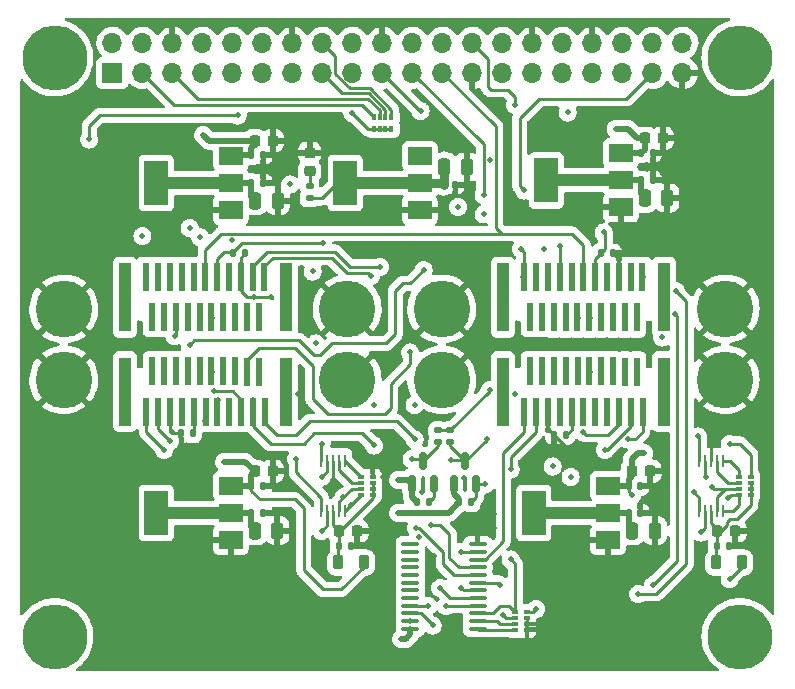
<source format=gbr>
%TF.GenerationSoftware,KiCad,Pcbnew,(6.0.0-0)*%
%TF.CreationDate,2023-03-08T15:11:31-05:00*%
%TF.ProjectId,carrier-board,63617272-6965-4722-9d62-6f6172642e6b,rev?*%
%TF.SameCoordinates,Original*%
%TF.FileFunction,Copper,L1,Top*%
%TF.FilePolarity,Positive*%
%FSLAX46Y46*%
G04 Gerber Fmt 4.6, Leading zero omitted, Abs format (unit mm)*
G04 Created by KiCad (PCBNEW (6.0.0-0)) date 2023-03-08 15:11:31*
%MOMM*%
%LPD*%
G01*
G04 APERTURE LIST*
G04 Aperture macros list*
%AMRoundRect*
0 Rectangle with rounded corners*
0 $1 Rounding radius*
0 $2 $3 $4 $5 $6 $7 $8 $9 X,Y pos of 4 corners*
0 Add a 4 corners polygon primitive as box body*
4,1,4,$2,$3,$4,$5,$6,$7,$8,$9,$2,$3,0*
0 Add four circle primitives for the rounded corners*
1,1,$1+$1,$2,$3*
1,1,$1+$1,$4,$5*
1,1,$1+$1,$6,$7*
1,1,$1+$1,$8,$9*
0 Add four rect primitives between the rounded corners*
20,1,$1+$1,$2,$3,$4,$5,0*
20,1,$1+$1,$4,$5,$6,$7,0*
20,1,$1+$1,$6,$7,$8,$9,0*
20,1,$1+$1,$8,$9,$2,$3,0*%
G04 Aperture macros list end*
%TA.AperFunction,ComponentPad*%
%ADD10C,3.600000*%
%TD*%
%TA.AperFunction,ConnectorPad*%
%ADD11C,5.500000*%
%TD*%
%TA.AperFunction,ComponentPad*%
%ADD12C,4.800000*%
%TD*%
%TA.AperFunction,SMDPad,CuDef*%
%ADD13R,1.000000X5.850000*%
%TD*%
%TA.AperFunction,SMDPad,CuDef*%
%ADD14R,0.610000X2.410000*%
%TD*%
%TA.AperFunction,ComponentPad*%
%ADD15R,1.700000X1.700000*%
%TD*%
%TA.AperFunction,ComponentPad*%
%ADD16O,1.700000X1.700000*%
%TD*%
%TA.AperFunction,SMDPad,CuDef*%
%ADD17RoundRect,0.100000X0.637500X0.100000X-0.637500X0.100000X-0.637500X-0.100000X0.637500X-0.100000X0*%
%TD*%
%TA.AperFunction,SMDPad,CuDef*%
%ADD18RoundRect,0.218750X0.218750X0.381250X-0.218750X0.381250X-0.218750X-0.381250X0.218750X-0.381250X0*%
%TD*%
%TA.AperFunction,SMDPad,CuDef*%
%ADD19RoundRect,0.140000X-0.140000X-0.170000X0.140000X-0.170000X0.140000X0.170000X-0.140000X0.170000X0*%
%TD*%
%TA.AperFunction,SMDPad,CuDef*%
%ADD20RoundRect,0.135000X-0.185000X0.135000X-0.185000X-0.135000X0.185000X-0.135000X0.185000X0.135000X0*%
%TD*%
%TA.AperFunction,SMDPad,CuDef*%
%ADD21RoundRect,0.135000X-0.135000X-0.185000X0.135000X-0.185000X0.135000X0.185000X-0.135000X0.185000X0*%
%TD*%
%TA.AperFunction,SMDPad,CuDef*%
%ADD22R,2.000000X1.500000*%
%TD*%
%TA.AperFunction,SMDPad,CuDef*%
%ADD23R,2.000000X3.800000*%
%TD*%
%TA.AperFunction,SMDPad,CuDef*%
%ADD24RoundRect,0.135000X0.185000X-0.135000X0.185000X0.135000X-0.185000X0.135000X-0.185000X-0.135000X0*%
%TD*%
%TA.AperFunction,SMDPad,CuDef*%
%ADD25RoundRect,0.135000X0.135000X0.185000X-0.135000X0.185000X-0.135000X-0.185000X0.135000X-0.185000X0*%
%TD*%
%TA.AperFunction,SMDPad,CuDef*%
%ADD26RoundRect,0.250000X-0.250000X-0.475000X0.250000X-0.475000X0.250000X0.475000X-0.250000X0.475000X0*%
%TD*%
%TA.AperFunction,SMDPad,CuDef*%
%ADD27R,0.500000X0.400000*%
%TD*%
%TA.AperFunction,SMDPad,CuDef*%
%ADD28R,0.500000X0.300000*%
%TD*%
%TA.AperFunction,SMDPad,CuDef*%
%ADD29RoundRect,0.225000X-0.225000X-0.250000X0.225000X-0.250000X0.225000X0.250000X-0.225000X0.250000X0*%
%TD*%
%TA.AperFunction,SMDPad,CuDef*%
%ADD30RoundRect,0.150000X0.150000X-0.587500X0.150000X0.587500X-0.150000X0.587500X-0.150000X-0.587500X0*%
%TD*%
%TA.AperFunction,SMDPad,CuDef*%
%ADD31R,0.250000X1.100000*%
%TD*%
%TA.AperFunction,SMDPad,CuDef*%
%ADD32RoundRect,0.218750X-0.256250X0.218750X-0.256250X-0.218750X0.256250X-0.218750X0.256250X0.218750X0*%
%TD*%
%TA.AperFunction,SMDPad,CuDef*%
%ADD33R,0.400000X0.500000*%
%TD*%
%TA.AperFunction,SMDPad,CuDef*%
%ADD34R,0.300000X0.500000*%
%TD*%
%TA.AperFunction,ViaPad*%
%ADD35C,0.508000*%
%TD*%
%TA.AperFunction,Conductor*%
%ADD36C,0.508000*%
%TD*%
%TA.AperFunction,Conductor*%
%ADD37C,0.762000*%
%TD*%
%TA.AperFunction,Conductor*%
%ADD38C,0.254000*%
%TD*%
%TA.AperFunction,Conductor*%
%ADD39C,1.016000*%
%TD*%
G04 APERTURE END LIST*
D10*
%TO.P,H1,1,1*%
%TO.N,unconnected-(H1-Pad1)*%
X78500000Y-97500000D03*
D11*
X78500000Y-97500000D03*
%TD*%
%TO.P,H2,1,1*%
%TO.N,unconnected-(H2-Pad1)*%
X136500000Y-97500000D03*
D10*
X136500000Y-97500000D03*
%TD*%
%TO.P,H3,1,1*%
%TO.N,unconnected-(H3-Pad1)*%
X78500000Y-146500000D03*
D11*
X78500000Y-146500000D03*
%TD*%
D10*
%TO.P,H4,1,1*%
%TO.N,unconnected-(H4-Pad1)*%
X136500000Y-146500000D03*
D11*
X136500000Y-146500000D03*
%TD*%
D12*
%TO.P,H5,1,1*%
%TO.N,GND*%
X79250000Y-118750000D03*
%TD*%
%TO.P,H6,1,1*%
%TO.N,GND*%
X79250000Y-124750000D03*
%TD*%
%TO.P,H7,1,1*%
%TO.N,GND*%
X135250000Y-124750000D03*
%TD*%
%TO.P,H8,1,1*%
%TO.N,GND*%
X135250000Y-118750000D03*
%TD*%
%TO.P,H9,1,1*%
%TO.N,GND*%
X103250000Y-118750000D03*
%TD*%
%TO.P,H10,1,1*%
%TO.N,GND*%
X111250000Y-118750000D03*
%TD*%
%TO.P,H11,1,1*%
%TO.N,GND*%
X103250000Y-124750000D03*
%TD*%
%TO.P,H12,1,1*%
%TO.N,GND*%
X111250000Y-124750000D03*
%TD*%
D13*
%TO.P,J1,*%
%TO.N,*%
X84423500Y-117750000D03*
X98076500Y-117750000D03*
D14*
%TO.P,J1,1*%
%TO.N,/SDA_EEPROM1*%
X96246500Y-116030000D03*
%TO.P,J1,2*%
%TO.N,/SCL_EEPROM1*%
X95246500Y-116030000D03*
%TO.P,J1,3*%
%TO.N,GND*%
X94246500Y-116030000D03*
%TO.P,J1,4*%
%TO.N,unconnected-(J1-Pad4)*%
X93246500Y-116030000D03*
%TO.P,J1,5*%
%TO.N,/GPIO24*%
X92246500Y-116030000D03*
%TO.P,J1,6*%
%TO.N,/SPI0SCLK*%
X91246500Y-116030000D03*
%TO.P,J1,7*%
%TO.N,/SPI0MISO*%
X90246500Y-116030000D03*
%TO.P,J1,8*%
%TO.N,/SPI0MOSI*%
X89246500Y-116030000D03*
%TO.P,J1,9*%
%TO.N,/SPI0CE0*%
X88246500Y-116030000D03*
%TO.P,J1,10*%
%TO.N,/SDA1*%
X87246500Y-116030000D03*
%TO.P,J1,11*%
%TO.N,/SCL1*%
X86246500Y-116030000D03*
%TO.P,J1,12*%
%TO.N,unconnected-(J1-Pad12)*%
X86746500Y-119430000D03*
%TO.P,J1,13*%
%TO.N,/RXD0*%
X87746500Y-119430000D03*
%TO.P,J1,14*%
%TO.N,/TXD0*%
X88746500Y-119470000D03*
%TO.P,J1,15*%
%TO.N,/module1/Status*%
X89746500Y-119470000D03*
%TO.P,J1,16*%
%TO.N,/AN1P*%
X90746500Y-119470000D03*
%TO.P,J1,17*%
%TO.N,/AN1N*%
X91746500Y-119470000D03*
%TO.P,J1,18*%
%TO.N,unconnected-(J1-Pad18)*%
X92746500Y-119470000D03*
%TO.P,J1,19*%
%TO.N,/module1/3.3V*%
X93746500Y-119470000D03*
%TO.P,J1,20*%
%TO.N,unconnected-(J1-Pad20)*%
X94746500Y-119470000D03*
%TO.P,J1,21*%
%TO.N,/5V_RPi*%
X95746500Y-119470000D03*
%TD*%
D13*
%TO.P,J2,*%
%TO.N,*%
X130076500Y-117750000D03*
X116423500Y-117750000D03*
D14*
%TO.P,J2,1*%
%TO.N,/SDA_EEPROM2*%
X128246500Y-116030000D03*
%TO.P,J2,2*%
%TO.N,/SCL_EEPROM2*%
X127246500Y-116030000D03*
%TO.P,J2,3*%
%TO.N,GND*%
X126246500Y-116030000D03*
%TO.P,J2,4*%
%TO.N,unconnected-(J2-Pad4)*%
X125246500Y-116030000D03*
%TO.P,J2,5*%
%TO.N,/GPIO25*%
X124246500Y-116030000D03*
%TO.P,J2,6*%
%TO.N,/SPI0SCLK*%
X123246500Y-116030000D03*
%TO.P,J2,7*%
%TO.N,/SPI0MISO*%
X122246500Y-116030000D03*
%TO.P,J2,8*%
%TO.N,/SPI0MOSI*%
X121246500Y-116030000D03*
%TO.P,J2,9*%
%TO.N,/SPI0CE1*%
X120246500Y-116030000D03*
%TO.P,J2,10*%
%TO.N,/SDA1*%
X119246500Y-116030000D03*
%TO.P,J2,11*%
%TO.N,/SCL1*%
X118246500Y-116030000D03*
%TO.P,J2,12*%
%TO.N,unconnected-(J2-Pad12)*%
X118746500Y-119430000D03*
%TO.P,J2,13*%
%TO.N,/RXD2*%
X119746500Y-119430000D03*
%TO.P,J2,14*%
%TO.N,/TXD2*%
X120746500Y-119470000D03*
%TO.P,J2,15*%
%TO.N,/module2/Status*%
X121746500Y-119470000D03*
%TO.P,J2,16*%
%TO.N,/AN2P*%
X122746500Y-119470000D03*
%TO.P,J2,17*%
%TO.N,/AN2N*%
X123746500Y-119470000D03*
%TO.P,J2,18*%
%TO.N,unconnected-(J2-Pad18)*%
X124746500Y-119470000D03*
%TO.P,J2,19*%
%TO.N,/module2/3.3V*%
X125746500Y-119470000D03*
%TO.P,J2,20*%
%TO.N,unconnected-(J2-Pad20)*%
X126746500Y-119470000D03*
%TO.P,J2,21*%
%TO.N,/5V_RPi*%
X127746500Y-119470000D03*
%TD*%
D13*
%TO.P,J3,*%
%TO.N,*%
X84423500Y-125750000D03*
X98076500Y-125750000D03*
D14*
%TO.P,J3,1*%
%TO.N,/SDA_EEPROM3*%
X86253500Y-127470000D03*
%TO.P,J3,2*%
%TO.N,/SCL_EEPROM3*%
X87253500Y-127470000D03*
%TO.P,J3,3*%
%TO.N,GND*%
X88253500Y-127470000D03*
%TO.P,J3,4*%
%TO.N,unconnected-(J3-Pad4)*%
X89253500Y-127470000D03*
%TO.P,J3,5*%
%TO.N,/GPIO26*%
X90253500Y-127470000D03*
%TO.P,J3,6*%
%TO.N,/SPI1SCLK*%
X91253500Y-127470000D03*
%TO.P,J3,7*%
%TO.N,/SPI1MISO*%
X92253500Y-127470000D03*
%TO.P,J3,8*%
%TO.N,/SPI1MOSI*%
X93253500Y-127470000D03*
%TO.P,J3,9*%
%TO.N,/SPI1CE0*%
X94253500Y-127470000D03*
%TO.P,J3,10*%
%TO.N,/SDA6*%
X95253500Y-127470000D03*
%TO.P,J3,11*%
%TO.N,/SCL6*%
X96253500Y-127470000D03*
%TO.P,J3,12*%
%TO.N,unconnected-(J3-Pad12)*%
X95753500Y-124070000D03*
%TO.P,J3,13*%
%TO.N,/RXD3*%
X94753500Y-124070000D03*
%TO.P,J3,14*%
%TO.N,/TXD3*%
X93753500Y-124030000D03*
%TO.P,J3,15*%
%TO.N,/module3/Status*%
X92753500Y-124030000D03*
%TO.P,J3,16*%
%TO.N,/AN3P*%
X91753500Y-124030000D03*
%TO.P,J3,17*%
%TO.N,/AN3N*%
X90753500Y-124030000D03*
%TO.P,J3,18*%
%TO.N,unconnected-(J3-Pad18)*%
X89753500Y-124030000D03*
%TO.P,J3,19*%
%TO.N,/module3/3.3V*%
X88753500Y-124030000D03*
%TO.P,J3,20*%
%TO.N,unconnected-(J3-Pad20)*%
X87753500Y-124030000D03*
%TO.P,J3,21*%
%TO.N,/5V_RPi*%
X86753500Y-124030000D03*
%TD*%
D13*
%TO.P,J4,*%
%TO.N,*%
X130076500Y-125750000D03*
X116423500Y-125750000D03*
D14*
%TO.P,J4,1*%
%TO.N,/SDA_EEPROM4*%
X118253500Y-127470000D03*
%TO.P,J4,2*%
%TO.N,/SCL_EEPROM4*%
X119253500Y-127470000D03*
%TO.P,J4,3*%
%TO.N,GND*%
X120253500Y-127470000D03*
%TO.P,J4,4*%
%TO.N,unconnected-(J4-Pad4)*%
X121253500Y-127470000D03*
%TO.P,J4,5*%
%TO.N,/GPIO27*%
X122253500Y-127470000D03*
%TO.P,J4,6*%
%TO.N,/SPI1SCLK*%
X123253500Y-127470000D03*
%TO.P,J4,7*%
%TO.N,/SPI1MISO*%
X124253500Y-127470000D03*
%TO.P,J4,8*%
%TO.N,/SPI1MOSI*%
X125253500Y-127470000D03*
%TO.P,J4,9*%
%TO.N,/SPI1CE1*%
X126253500Y-127470000D03*
%TO.P,J4,10*%
%TO.N,/SDA6*%
X127253500Y-127470000D03*
%TO.P,J4,11*%
%TO.N,/SCL6*%
X128253500Y-127470000D03*
%TO.P,J4,12*%
%TO.N,unconnected-(J4-Pad12)*%
X127753500Y-124070000D03*
%TO.P,J4,13*%
%TO.N,/RXD5*%
X126753500Y-124070000D03*
%TO.P,J4,14*%
%TO.N,/TXD5*%
X125753500Y-124030000D03*
%TO.P,J4,15*%
%TO.N,/module4/Status*%
X124753500Y-124030000D03*
%TO.P,J4,16*%
%TO.N,/AN4P*%
X123753500Y-124030000D03*
%TO.P,J4,17*%
%TO.N,/AN4N*%
X122753500Y-124030000D03*
%TO.P,J4,18*%
%TO.N,unconnected-(J4-Pad18)*%
X121753500Y-124030000D03*
%TO.P,J4,19*%
%TO.N,/module4/3.3V*%
X120753500Y-124030000D03*
%TO.P,J4,20*%
%TO.N,unconnected-(J4-Pad20)*%
X119753500Y-124030000D03*
%TO.P,J4,21*%
%TO.N,/5V_RPi*%
X118753500Y-124030000D03*
%TD*%
D15*
%TO.P,J5,1,Pin_1*%
%TO.N,/3V_RPi*%
X83370000Y-98770000D03*
D16*
%TO.P,J5,2,Pin_2*%
%TO.N,/5V_RPi*%
X83370000Y-96230000D03*
%TO.P,J5,3,Pin_3*%
%TO.N,/SDA1*%
X85910000Y-98770000D03*
%TO.P,J5,4,Pin_4*%
%TO.N,/5V_RPi*%
X85910000Y-96230000D03*
%TO.P,J5,5,Pin_5*%
%TO.N,/SCL1*%
X88450000Y-98770000D03*
%TO.P,J5,6,Pin_6*%
%TO.N,GND*%
X88450000Y-96230000D03*
%TO.P,J5,7,Pin_7*%
%TO.N,/TXD3*%
X90990000Y-98770000D03*
%TO.P,J5,8,Pin_8*%
%TO.N,/TXD0*%
X90990000Y-96230000D03*
%TO.P,J5,9,Pin_9*%
%TO.N,GND*%
X93530000Y-98770000D03*
%TO.P,J5,10,Pin_10*%
%TO.N,/RXD0*%
X93530000Y-96230000D03*
%TO.P,J5,11,Pin_11*%
%TO.N,/SPI1CE1*%
X96070000Y-98770000D03*
%TO.P,J5,12,Pin_12*%
%TO.N,/SPI1CE0*%
X96070000Y-96230000D03*
%TO.P,J5,13,Pin_13*%
%TO.N,/GPIO27*%
X98610000Y-98770000D03*
%TO.P,J5,14,Pin_14*%
%TO.N,GND*%
X98610000Y-96230000D03*
%TO.P,J5,15,Pin_15*%
%TO.N,/SDA6*%
X101150000Y-98770000D03*
%TO.P,J5,16,Pin_16*%
%TO.N,/SCL6*%
X101150000Y-96230000D03*
%TO.P,J5,17,Pin_17*%
%TO.N,/3V_RPi*%
X103690000Y-98770000D03*
%TO.P,J5,18,Pin_18*%
%TO.N,/GPIO24*%
X103690000Y-96230000D03*
%TO.P,J5,19,Pin_19*%
%TO.N,/SPI0MOSI*%
X106230000Y-98770000D03*
%TO.P,J5,20,Pin_20*%
%TO.N,GND*%
X106230000Y-96230000D03*
%TO.P,J5,21,Pin_21*%
%TO.N,/SPI0MISO*%
X108770000Y-98770000D03*
%TO.P,J5,22,Pin_22*%
%TO.N,/GPIO25*%
X108770000Y-96230000D03*
%TO.P,J5,23,Pin_23*%
%TO.N,/SPI0SCLK*%
X111310000Y-98770000D03*
%TO.P,J5,24,Pin_24*%
%TO.N,/SPI0CE0*%
X111310000Y-96230000D03*
%TO.P,J5,25,Pin_25*%
%TO.N,GND*%
X113850000Y-98770000D03*
%TO.P,J5,26,Pin_26*%
%TO.N,/SPI0CE1*%
X113850000Y-96230000D03*
%TO.P,J5,27,Pin_27*%
%TO.N,/TXD2*%
X116390000Y-98770000D03*
%TO.P,J5,28,Pin_28*%
%TO.N,/RXD2*%
X116390000Y-96230000D03*
%TO.P,J5,29,Pin_29*%
%TO.N,/RXD3*%
X118930000Y-98770000D03*
%TO.P,J5,30,Pin_30*%
%TO.N,GND*%
X118930000Y-96230000D03*
%TO.P,J5,31,Pin_31*%
%TO.N,/GPIO6*%
X121470000Y-98770000D03*
%TO.P,J5,32,Pin_32*%
%TO.N,/TXD5*%
X121470000Y-96230000D03*
%TO.P,J5,33,Pin_33*%
%TO.N,/RXD5*%
X124010000Y-98770000D03*
%TO.P,J5,34,Pin_34*%
%TO.N,GND*%
X124010000Y-96230000D03*
%TO.P,J5,35,Pin_35*%
%TO.N,/SPI1MISO*%
X126550000Y-98770000D03*
%TO.P,J5,36,Pin_36*%
%TO.N,/header_to_rpi4/SPI1CE2*%
X126550000Y-96230000D03*
%TO.P,J5,37,Pin_37*%
%TO.N,/GPIO26*%
X129090000Y-98770000D03*
%TO.P,J5,38,Pin_38*%
%TO.N,/SPI1MOSI*%
X129090000Y-96230000D03*
%TO.P,J5,39,Pin_39*%
%TO.N,GND*%
X131630000Y-98770000D03*
%TO.P,J5,40,Pin_40*%
%TO.N,/SPI1SCLK*%
X131630000Y-96230000D03*
%TD*%
D17*
%TO.P,U7,1,A0*%
%TO.N,Net-(RN3-Pad1)*%
X114311500Y-145833000D03*
%TO.P,U7,2,A1*%
%TO.N,Net-(RN3-Pad2)*%
X114311500Y-145183000D03*
%TO.P,U7,3,~{RESET}*%
%TO.N,/GPIO6*%
X114311500Y-144533000D03*
%TO.P,U7,4,SD0*%
%TO.N,/SDA_EEPROM1*%
X114311500Y-143883000D03*
%TO.P,U7,5,SC0*%
%TO.N,/SCL_EEPROM1*%
X114311500Y-143233000D03*
%TO.P,U7,6,SD1*%
%TO.N,/SDA_EEPROM2*%
X114311500Y-142583000D03*
%TO.P,U7,7,SC1*%
%TO.N,/SCL_EEPROM2*%
X114311500Y-141933000D03*
%TO.P,U7,8,SD2*%
%TO.N,/SDA_EEPROM3*%
X114311500Y-141283000D03*
%TO.P,U7,9,SC2*%
%TO.N,/SCL_EEPROM3*%
X114311500Y-140633000D03*
%TO.P,U7,10,SD3*%
%TO.N,/SDA_EEPROM4*%
X114311500Y-139983000D03*
%TO.P,U7,11,SC3*%
%TO.N,/SCL_EEPROM4*%
X114311500Y-139333000D03*
%TO.P,U7,12,GND*%
%TO.N,GND*%
X114311500Y-138683000D03*
%TO.P,U7,13,SD4*%
%TO.N,unconnected-(U7-Pad13)*%
X108586500Y-138683000D03*
%TO.P,U7,14,SC4*%
%TO.N,unconnected-(U7-Pad14)*%
X108586500Y-139333000D03*
%TO.P,U7,15,SD5*%
%TO.N,unconnected-(U7-Pad15)*%
X108586500Y-139983000D03*
%TO.P,U7,16,SC5*%
%TO.N,unconnected-(U7-Pad16)*%
X108586500Y-140633000D03*
%TO.P,U7,17,SD6*%
%TO.N,unconnected-(U7-Pad17)*%
X108586500Y-141283000D03*
%TO.P,U7,18,SC6*%
%TO.N,unconnected-(U7-Pad18)*%
X108586500Y-141933000D03*
%TO.P,U7,19,SD7*%
%TO.N,unconnected-(U7-Pad19)*%
X108586500Y-142583000D03*
%TO.P,U7,20,SC7*%
%TO.N,unconnected-(U7-Pad20)*%
X108586500Y-143233000D03*
%TO.P,U7,21,A2*%
%TO.N,Net-(RN3-Pad3)*%
X108586500Y-143883000D03*
%TO.P,U7,22,SCL*%
%TO.N,/SCL1*%
X108586500Y-144533000D03*
%TO.P,U7,23,SDA*%
%TO.N,/SDA1*%
X108586500Y-145183000D03*
%TO.P,U7,24,VCC*%
%TO.N,+3V3*%
X108586500Y-145833000D03*
%TD*%
D18*
%TO.P,FB1,1*%
%TO.N,/5V_RPi*%
X104637500Y-140221000D03*
%TO.P,FB1,2*%
%TO.N,/ADC1/VCC_ADC*%
X102512500Y-140221000D03*
%TD*%
D19*
%TO.P,C16,1*%
%TO.N,/5V_RPi*%
X95126200Y-133741000D03*
%TO.P,C16,2*%
%TO.N,GND*%
X96086200Y-133741000D03*
%TD*%
%TO.P,C2,1*%
%TO.N,+3V3*%
X111416000Y-108264000D03*
%TO.P,C2,2*%
%TO.N,GND*%
X112376000Y-108264000D03*
%TD*%
D20*
%TO.P,R9,1*%
%TO.N,/5V_RPi*%
X111957000Y-129043000D03*
%TO.P,R9,2*%
%TO.N,/SCL1_5V*%
X111957000Y-130063000D03*
%TD*%
D21*
%TO.P,R4,1*%
%TO.N,GND*%
X89145800Y-129299000D03*
%TO.P,R4,2*%
%TO.N,/GPIO26*%
X90165800Y-129299000D03*
%TD*%
D22*
%TO.P,U6,1,GND*%
%TO.N,GND*%
X125336400Y-138330000D03*
%TO.P,U6,2,VO*%
%TO.N,/module4/3.3V*%
X125336400Y-136030000D03*
D23*
X119036400Y-136030000D03*
D22*
%TO.P,U6,3,VI*%
%TO.N,/5V_RPi*%
X125336400Y-133730000D03*
%TD*%
D24*
%TO.P,R1,1*%
%TO.N,+3V3*%
X100069800Y-109362000D03*
%TO.P,R1,2*%
%TO.N,Net-(D1-Pad2)*%
X100069800Y-108342000D03*
%TD*%
D25*
%TO.P,R2,1*%
%TO.N,GND*%
X94610800Y-114059000D03*
%TO.P,R2,2*%
%TO.N,/GPIO24*%
X93590800Y-114059000D03*
%TD*%
D26*
%TO.P,C13,1*%
%TO.N,/module3/3.3V*%
X95443600Y-137525600D03*
%TO.P,C13,2*%
%TO.N,GND*%
X97343600Y-137525600D03*
%TD*%
D22*
%TO.P,U1,1,GND*%
%TO.N,GND*%
X109392000Y-110390000D03*
D23*
%TO.P,U1,2,VO*%
%TO.N,+3V3*%
X103092000Y-108090000D03*
D22*
X109392000Y-108090000D03*
%TO.P,U1,3,VI*%
%TO.N,/5V_RPi*%
X109392000Y-105790000D03*
%TD*%
D19*
%TO.P,C22,1*%
%TO.N,/ADC2/VCC_ADC*%
X134591000Y-138824000D03*
%TO.P,C22,2*%
%TO.N,GND*%
X135551000Y-138824000D03*
%TD*%
D27*
%TO.P,RN4,1,R1_T*%
%TO.N,/5V_RPi*%
X137425200Y-132994000D03*
D28*
%TO.P,RN4,2,R2_T*%
%TO.N,/ADC2/VCC_ADC*%
X137425200Y-133494000D03*
%TO.P,RN4,3,R3_T*%
X137425200Y-133994000D03*
D27*
%TO.P,RN4,4,R4_T*%
X137425200Y-134494000D03*
%TO.P,RN4,5,R4_B*%
%TO.N,/SCL1_5V*%
X136425200Y-134494000D03*
D28*
%TO.P,RN4,6,R3_B*%
%TO.N,/SDA1_5V*%
X136425200Y-133994000D03*
%TO.P,RN4,7,R2_B*%
%TO.N,Net-(RN4-Pad7)*%
X136425200Y-133494000D03*
D27*
%TO.P,RN4,8,R1_B*%
%TO.N,Net-(RN4-Pad8)*%
X136425200Y-132994000D03*
%TD*%
D29*
%TO.P,C15,1*%
%TO.N,/5V_RPi*%
X95408600Y-132496400D03*
%TO.P,C15,2*%
%TO.N,GND*%
X96958600Y-132496400D03*
%TD*%
D26*
%TO.P,C5,1*%
%TO.N,/module1/3.3V*%
X95462200Y-109588600D03*
%TO.P,C5,2*%
%TO.N,GND*%
X97362200Y-109588600D03*
%TD*%
D29*
%TO.P,C3,1*%
%TO.N,/ADC1/VCC_ADC*%
X102546000Y-137554000D03*
%TO.P,C3,2*%
%TO.N,GND*%
X104096000Y-137554000D03*
%TD*%
D30*
%TO.P,Q1,1,G*%
%TO.N,+3V3*%
X108721000Y-133538500D03*
%TO.P,Q1,2,S*%
%TO.N,/SDA1*%
X110621000Y-133538500D03*
%TO.P,Q1,3,D*%
%TO.N,/SDA1_5V*%
X109671000Y-131663500D03*
%TD*%
D29*
%TO.P,C7,1*%
%TO.N,/5V_RPi*%
X95408600Y-104508600D03*
%TO.P,C7,2*%
%TO.N,GND*%
X96958600Y-104508600D03*
%TD*%
D25*
%TO.P,R3,1*%
%TO.N,GND*%
X125723800Y-114059000D03*
%TO.P,R3,2*%
%TO.N,/GPIO25*%
X124703800Y-114059000D03*
%TD*%
D27*
%TO.P,RN2,1,R1_T*%
%TO.N,GND*%
X105421200Y-132994000D03*
D28*
%TO.P,RN2,2,R2_T*%
%TO.N,/ADC1/VCC_ADC*%
X105421200Y-133494000D03*
%TO.P,RN2,3,R3_T*%
X105421200Y-133994000D03*
D27*
%TO.P,RN2,4,R4_T*%
X105421200Y-134494000D03*
%TO.P,RN2,5,R4_B*%
%TO.N,/SCL1_5V*%
X104421200Y-134494000D03*
D28*
%TO.P,RN2,6,R3_B*%
%TO.N,/SDA1_5V*%
X104421200Y-133994000D03*
%TO.P,RN2,7,R2_B*%
%TO.N,Net-(RN2-Pad7)*%
X104421200Y-133494000D03*
D27*
%TO.P,RN2,8,R1_B*%
%TO.N,Net-(RN2-Pad8)*%
X104421200Y-132994000D03*
%TD*%
D31*
%TO.P,U2,1,ADDR*%
%TO.N,Net-(RN2-Pad8)*%
X103051000Y-131594000D03*
%TO.P,U2,2,ALERT/RDY*%
%TO.N,Net-(RN2-Pad7)*%
X102551000Y-131594000D03*
%TO.P,U2,3,GND*%
%TO.N,GND*%
X102051000Y-131594000D03*
%TO.P,U2,4,AIN0*%
%TO.N,/AN1P*%
X101551000Y-131594000D03*
%TO.P,U2,5,AIN1*%
%TO.N,/AN1N*%
X101051000Y-131594000D03*
%TO.P,U2,6,AIN2*%
%TO.N,/AN3P*%
X101051000Y-135894000D03*
%TO.P,U2,7,AIN3*%
%TO.N,/AN3N*%
X101551000Y-135894000D03*
%TO.P,U2,8,VDD*%
%TO.N,/ADC1/VCC_ADC*%
X102051000Y-135894000D03*
%TO.P,U2,9,SDA*%
%TO.N,/SDA1_5V*%
X102551000Y-135894000D03*
%TO.P,U2,10,SCL*%
%TO.N,/SCL1_5V*%
X103051000Y-135894000D03*
%TD*%
D19*
%TO.P,C18,1*%
%TO.N,/module4/3.3V*%
X127072600Y-136027000D03*
%TO.P,C18,2*%
%TO.N,GND*%
X128032600Y-136027000D03*
%TD*%
D21*
%TO.P,R5,1*%
%TO.N,GND*%
X120770800Y-129426000D03*
%TO.P,R5,2*%
%TO.N,/GPIO27*%
X121790800Y-129426000D03*
%TD*%
D19*
%TO.P,C12,1*%
%TO.N,/5V_RPi*%
X128146200Y-105550000D03*
%TO.P,C12,2*%
%TO.N,GND*%
X129106200Y-105550000D03*
%TD*%
%TO.P,C10,1*%
%TO.N,/module2/3.3V*%
X128146200Y-107861400D03*
%TO.P,C10,2*%
%TO.N,GND*%
X129106200Y-107861400D03*
%TD*%
D21*
%TO.P,R6,1*%
%TO.N,+3V3*%
X109161000Y-135141000D03*
%TO.P,R6,2*%
%TO.N,/SDA1*%
X110181000Y-135141000D03*
%TD*%
D26*
%TO.P,C9,1*%
%TO.N,/module2/3.3V*%
X128463600Y-109360000D03*
%TO.P,C9,2*%
%TO.N,GND*%
X130363600Y-109360000D03*
%TD*%
D22*
%TO.P,U5,1,GND*%
%TO.N,GND*%
X93390000Y-138330000D03*
%TO.P,U5,2,VO*%
%TO.N,/module3/3.3V*%
X93390000Y-136030000D03*
D23*
X87090000Y-136030000D03*
D22*
%TO.P,U5,3,VI*%
%TO.N,/5V_RPi*%
X93390000Y-133730000D03*
%TD*%
D19*
%TO.P,C6,1*%
%TO.N,/module1/3.3V*%
X95144800Y-108090000D03*
%TO.P,C6,2*%
%TO.N,GND*%
X96104800Y-108090000D03*
%TD*%
D18*
%TO.P,FB2,1*%
%TO.N,/5V_RPi*%
X136641500Y-140221000D03*
%TO.P,FB2,2*%
%TO.N,/ADC2/VCC_ADC*%
X134516500Y-140221000D03*
%TD*%
D29*
%TO.P,C19,1*%
%TO.N,/5V_RPi*%
X127361800Y-132496400D03*
%TO.P,C19,2*%
%TO.N,GND*%
X128911800Y-132496400D03*
%TD*%
D26*
%TO.P,C1,1*%
%TO.N,+3V3*%
X111464200Y-106740000D03*
%TO.P,C1,2*%
%TO.N,GND*%
X113364200Y-106740000D03*
%TD*%
D29*
%TO.P,C11,1*%
%TO.N,/5V_RPi*%
X128428600Y-104305400D03*
%TO.P,C11,2*%
%TO.N,GND*%
X129978600Y-104305400D03*
%TD*%
D19*
%TO.P,C8,1*%
%TO.N,/5V_RPi*%
X95144800Y-105753200D03*
%TO.P,C8,2*%
%TO.N,GND*%
X96104800Y-105753200D03*
%TD*%
%TO.P,C4,1*%
%TO.N,/ADC1/VCC_ADC*%
X102587000Y-138824000D03*
%TO.P,C4,2*%
%TO.N,GND*%
X103547000Y-138824000D03*
%TD*%
D32*
%TO.P,D1,1,K*%
%TO.N,GND*%
X100069800Y-105524500D03*
%TO.P,D1,2,A*%
%TO.N,Net-(D1-Pad2)*%
X100069800Y-107099500D03*
%TD*%
D33*
%TO.P,RN1,1,R1_T*%
%TO.N,/SDA1*%
X105492000Y-102510000D03*
D34*
%TO.P,RN1,2,R2_T*%
%TO.N,/SCL1*%
X105992000Y-102510000D03*
%TO.P,RN1,3,R3_T*%
%TO.N,/SDA6*%
X106492000Y-102510000D03*
D33*
%TO.P,RN1,4,R4_T*%
%TO.N,/SCL6*%
X106992000Y-102510000D03*
%TO.P,RN1,5,R4_B*%
%TO.N,/3V_RPi*%
X106992000Y-103510000D03*
D34*
%TO.P,RN1,6,R3_B*%
X106492000Y-103510000D03*
%TO.P,RN1,7,R2_B*%
X105992000Y-103510000D03*
D33*
%TO.P,RN1,8,R1_B*%
X105492000Y-103510000D03*
%TD*%
D22*
%TO.P,U3,1,GND*%
%TO.N,GND*%
X93390000Y-110390000D03*
%TO.P,U3,2,VO*%
%TO.N,/module1/3.3V*%
X93390000Y-108090000D03*
D23*
X87090000Y-108090000D03*
D22*
%TO.P,U3,3,VI*%
%TO.N,/5V_RPi*%
X93390000Y-105790000D03*
%TD*%
D31*
%TO.P,U8,1,ADDR*%
%TO.N,Net-(RN4-Pad8)*%
X135055000Y-131594000D03*
%TO.P,U8,2,ALERT/RDY*%
%TO.N,Net-(RN4-Pad7)*%
X134555000Y-131594000D03*
%TO.P,U8,3,GND*%
%TO.N,GND*%
X134055000Y-131594000D03*
%TO.P,U8,4,AIN0*%
%TO.N,/AN2P*%
X133555000Y-131594000D03*
%TO.P,U8,5,AIN1*%
%TO.N,/AN2N*%
X133055000Y-131594000D03*
%TO.P,U8,6,AIN2*%
%TO.N,/AN4P*%
X133055000Y-135894000D03*
%TO.P,U8,7,AIN3*%
%TO.N,/AN4N*%
X133555000Y-135894000D03*
%TO.P,U8,8,VDD*%
%TO.N,/ADC2/VCC_ADC*%
X134055000Y-135894000D03*
%TO.P,U8,9,SDA*%
%TO.N,/SDA1_5V*%
X134555000Y-135894000D03*
%TO.P,U8,10,SCL*%
%TO.N,/SCL1_5V*%
X135055000Y-135894000D03*
%TD*%
D30*
%TO.P,Q2,1,G*%
%TO.N,+3V3*%
X112277000Y-133538500D03*
%TO.P,Q2,2,S*%
%TO.N,/SCL1*%
X114177000Y-133538500D03*
%TO.P,Q2,3,D*%
%TO.N,/SCL1_5V*%
X113227000Y-131663500D03*
%TD*%
D21*
%TO.P,R7,1*%
%TO.N,+3V3*%
X112717000Y-135141000D03*
%TO.P,R7,2*%
%TO.N,/SCL1*%
X113737000Y-135141000D03*
%TD*%
D20*
%TO.P,R8,1*%
%TO.N,/5V_RPi*%
X110941000Y-129043000D03*
%TO.P,R8,2*%
%TO.N,/SDA1_5V*%
X110941000Y-130063000D03*
%TD*%
D19*
%TO.P,C14,1*%
%TO.N,/module3/3.3V*%
X95126200Y-136027000D03*
%TO.P,C14,2*%
%TO.N,GND*%
X96086200Y-136027000D03*
%TD*%
D26*
%TO.P,C17,1*%
%TO.N,/module4/3.3V*%
X127390000Y-137525600D03*
%TO.P,C17,2*%
%TO.N,GND*%
X129290000Y-137525600D03*
%TD*%
D22*
%TO.P,U4,1,GND*%
%TO.N,GND*%
X126410000Y-110164400D03*
%TO.P,U4,2,VO*%
%TO.N,/module2/3.3V*%
X126410000Y-107864400D03*
D23*
X120110000Y-107864400D03*
D22*
%TO.P,U4,3,VI*%
%TO.N,/5V_RPi*%
X126410000Y-105564400D03*
%TD*%
D19*
%TO.P,C20,1*%
%TO.N,/5V_RPi*%
X127072600Y-133741000D03*
%TO.P,C20,2*%
%TO.N,GND*%
X128032600Y-133741000D03*
%TD*%
D27*
%TO.P,RN3,1,R1_T*%
%TO.N,Net-(RN3-Pad1)*%
X117476800Y-145924000D03*
D28*
%TO.P,RN3,2,R2_T*%
%TO.N,Net-(RN3-Pad2)*%
X117476800Y-145424000D03*
%TO.P,RN3,3,R3_T*%
%TO.N,Net-(RN3-Pad3)*%
X117476800Y-144924000D03*
D27*
%TO.P,RN3,4,R4_T*%
%TO.N,/GPIO6*%
X117476800Y-144424000D03*
%TO.P,RN3,5,R4_B*%
%TO.N,+3V3*%
X118476800Y-144424000D03*
D28*
%TO.P,RN3,6,R3_B*%
%TO.N,GND*%
X118476800Y-144924000D03*
%TO.P,RN3,7,R2_B*%
X118476800Y-145424000D03*
D27*
%TO.P,RN3,8,R1_B*%
X118476800Y-145924000D03*
%TD*%
D29*
%TO.P,C21,1*%
%TO.N,/ADC2/VCC_ADC*%
X134550000Y-137554000D03*
%TO.P,C21,2*%
%TO.N,GND*%
X136100000Y-137554000D03*
%TD*%
D35*
%TO.N,+3V3*%
X107562800Y-136030000D03*
X111464200Y-106312000D03*
X107562800Y-133236000D03*
X111464200Y-107109600D03*
X107816800Y-146698000D03*
X119246800Y-144158000D03*
%TO.N,/SDA_EEPROM1*%
X111626800Y-143904000D03*
X105276800Y-115964000D03*
%TO.N,/SCL_EEPROM1*%
X106038800Y-115202000D03*
X111118800Y-142380000D03*
%TO.N,GND*%
X97402800Y-107201000D03*
X122040800Y-137300000D03*
X88385800Y-129172000D03*
X108324800Y-125870000D03*
X91560800Y-138570000D03*
X115690800Y-136157000D03*
X87623800Y-105423000D03*
X90290800Y-138570000D03*
X95370800Y-117742000D03*
X87750800Y-132220000D03*
X110610800Y-139713000D03*
X127120800Y-113170000D03*
X88258800Y-127013000D03*
X120770800Y-134760000D03*
X102101800Y-133744000D03*
X90290800Y-134760000D03*
X88258800Y-127902000D03*
X123310800Y-137300000D03*
X91560800Y-133617000D03*
X84448800Y-103264000D03*
X121913800Y-104661000D03*
X128517800Y-113170000D03*
X122040800Y-138570000D03*
X123564800Y-130696000D03*
X120262800Y-126759000D03*
X126231800Y-116726000D03*
X122040800Y-130696000D03*
X105276800Y-136157000D03*
X122040800Y-134760000D03*
X113150800Y-133109000D03*
X120770800Y-137300000D03*
X96767800Y-117742000D03*
X94246500Y-116580300D03*
X87115800Y-112408000D03*
X91560800Y-137300000D03*
X100704800Y-139713000D03*
X128771800Y-121044000D03*
X120770800Y-138570000D03*
X89020800Y-132220000D03*
X134486800Y-128537000D03*
X115182800Y-118504000D03*
X109594800Y-134252000D03*
X123310800Y-138570000D03*
X114420800Y-137300000D03*
X109340800Y-138062000D03*
X89020800Y-134760000D03*
X126231800Y-115202000D03*
X94246500Y-115564300D03*
X128517800Y-111773000D03*
X115817800Y-140602000D03*
X89020800Y-137300000D03*
X101720800Y-141618000D03*
X90290800Y-137300000D03*
X99053800Y-125997000D03*
X126231800Y-115964000D03*
X115690800Y-137300000D03*
X123437800Y-134760000D03*
X115309800Y-106185000D03*
X120008800Y-104661000D03*
X91560800Y-134760000D03*
X89020800Y-138570000D03*
%TO.N,/SDA1*%
X85910000Y-112597800D03*
X110621000Y-133538500D03*
X119246500Y-116030000D03*
X87242800Y-115964000D03*
X108586500Y-145183000D03*
%TO.N,/SCL1*%
X86226800Y-116091000D03*
X114928800Y-133617000D03*
X110483800Y-145555000D03*
X117976800Y-113678000D03*
X118103800Y-116091000D03*
%TO.N,/3V_RPi*%
X103690000Y-102185200D03*
%TO.N,/TXD3*%
X93719800Y-124727000D03*
%TO.N,/TXD0*%
X88639800Y-121044000D03*
%TO.N,/RXD0*%
X87750800Y-118631000D03*
%TO.N,/SPI1CE1*%
X93973800Y-102375000D03*
X123183800Y-129172000D03*
X81400800Y-104407000D03*
%TO.N,/SPI1CE0*%
X91941800Y-125743000D03*
%TO.N,/GPIO27*%
X98418800Y-108217000D03*
X122294800Y-126759000D03*
X100577800Y-121679000D03*
%TO.N,/SDA6*%
X95243800Y-126505000D03*
X125088800Y-130696000D03*
X105530800Y-130315000D03*
X100323800Y-115583000D03*
%TO.N,/SCL6*%
X96259800Y-126886000D03*
X108959800Y-129807000D03*
X126993800Y-129807000D03*
%TO.N,/GPIO24*%
X101212800Y-113169500D03*
%TO.N,/SPI0MOSI*%
X89274800Y-115964000D03*
X109467800Y-101994000D03*
X121278800Y-113424000D03*
X90798800Y-112662000D03*
%TO.N,/SPI0MISO*%
X93465800Y-112916000D03*
X122246500Y-116030000D03*
X90290800Y-115964000D03*
X114801800Y-109106000D03*
X119881800Y-113678000D03*
%TO.N,/GPIO25*%
X124961800Y-112281000D03*
X121913800Y-102121000D03*
%TO.N,/SPI0CE0*%
X88258800Y-115964000D03*
X89909800Y-111900000D03*
%TO.N,/SPI0CE1*%
X120262800Y-116091000D03*
X117468800Y-101486000D03*
%TO.N,/TXD2*%
X120770800Y-119393000D03*
%TO.N,/RXD2*%
X119754800Y-119520000D03*
%TO.N,/RXD3*%
X108578800Y-122441000D03*
X112642800Y-110122000D03*
%TO.N,/GPIO6*%
X117468800Y-125997000D03*
X117087800Y-139967000D03*
X114801800Y-110757000D03*
%TO.N,/TXD5*%
X125723800Y-124346000D03*
%TO.N,/RXD5*%
X126739800Y-123330000D03*
%TO.N,/SPI1MISO*%
X129914800Y-121171000D03*
X92322800Y-126505000D03*
X124199800Y-126759000D03*
%TO.N,/GPIO26*%
X90253500Y-127470000D03*
X89909800Y-121806000D03*
X118230800Y-108725000D03*
X109721800Y-115456000D03*
%TO.N,/SPI1MOSI*%
X93253500Y-126759000D03*
X105530800Y-126886000D03*
X108959800Y-126886000D03*
X125215800Y-127648000D03*
%TO.N,/SPI1SCLK*%
X123183800Y-128283000D03*
X91179800Y-128283000D03*
%TO.N,/SDA_EEPROM2*%
X127882800Y-142888000D03*
X112896800Y-142380000D03*
X131057800Y-117234000D03*
X128263800Y-116091000D03*
%TO.N,/SCL_EEPROM2*%
X129152800Y-142126000D03*
X130994300Y-119202500D03*
X116198800Y-142126000D03*
X127247800Y-116091000D03*
%TO.N,/SDA_EEPROM3*%
X109086800Y-137300000D03*
X87750800Y-130696000D03*
%TO.N,/SCL_EEPROM3*%
X88258800Y-129934000D03*
X110356800Y-137046000D03*
%TO.N,/AN1P*%
X101085800Y-132982000D03*
X90798800Y-119520000D03*
%TO.N,/AN1N*%
X91814800Y-119520000D03*
X101085800Y-130188000D03*
%TO.N,/AN2P*%
X122802800Y-119520000D03*
X133597800Y-132982000D03*
%TO.N,/AN2N*%
X123818800Y-119520000D03*
X132962800Y-129553000D03*
%TO.N,/AN3P*%
X98926800Y-131458000D03*
X91814800Y-124092000D03*
%TO.N,/AN3N*%
X101085800Y-137554000D03*
X90798800Y-124092000D03*
%TO.N,/AN4P*%
X123818800Y-124092000D03*
X132581800Y-134252000D03*
%TO.N,/AN4N*%
X133216800Y-137681000D03*
X122802800Y-124092000D03*
%TO.N,/SCL_EEPROM4*%
X117087800Y-132347000D03*
X112896800Y-139332000D03*
%TO.N,/SDA1_5V*%
X102935900Y-134705100D03*
X134105800Y-133871000D03*
X109671000Y-131663500D03*
X108705800Y-131458000D03*
X120643800Y-132093000D03*
%TO.N,/SCL1_5V*%
X112007800Y-131585000D03*
X103587900Y-135357100D03*
X122167800Y-132982000D03*
X115055800Y-129807000D03*
X135502800Y-134760000D03*
%TO.N,Net-(RN3-Pad3)*%
X116452800Y-144666000D03*
X110102800Y-143904000D03*
%TO.N,/module1/3.3V*%
X93719800Y-119520000D03*
X87115800Y-109233000D03*
X87115800Y-106820000D03*
X87115800Y-107963000D03*
X93719800Y-118631000D03*
%TO.N,/module2/3.3V*%
X125723800Y-119012000D03*
X120135800Y-109106000D03*
X125723800Y-120028000D03*
X120135800Y-106693000D03*
X120110000Y-107864400D03*
%TO.N,/module3/3.3V*%
X87115800Y-137300000D03*
X88766800Y-124600000D03*
X88766800Y-123584000D03*
X87115800Y-134760000D03*
X87115800Y-136030000D03*
%TO.N,/module4/3.3V*%
X120770800Y-123584000D03*
X118992800Y-137300000D03*
X120770800Y-124600000D03*
X118992800Y-135141000D03*
X118992800Y-136157000D03*
%TO.N,/5V_RPi*%
X127374800Y-131458000D03*
X91052800Y-104026000D03*
X118738800Y-123584000D03*
X118738800Y-124600000D03*
X95751800Y-120028000D03*
X127755800Y-118885000D03*
X92830800Y-131712000D03*
X95751800Y-118885000D03*
X128390800Y-130950000D03*
X115309800Y-125616000D03*
X127374800Y-134506000D03*
X135629800Y-130188000D03*
X86734800Y-124600000D03*
X135629800Y-141618000D03*
X86734800Y-123584000D03*
X125977800Y-103518000D03*
X126993800Y-103518000D03*
X108705800Y-105296000D03*
X127755800Y-120028000D03*
X108705800Y-106312000D03*
X93719800Y-131712000D03*
X91840200Y-104508600D03*
%TD*%
D36*
%TO.N,+3V3*%
X108586500Y-146309300D02*
X108197800Y-146698000D01*
D37*
X111464200Y-106312000D02*
X111464200Y-108215800D01*
X111242000Y-108090000D02*
X111416000Y-108264000D01*
D38*
X101083800Y-109362000D02*
X102355800Y-108090000D01*
D36*
X108418500Y-133236000D02*
X108721000Y-133538500D01*
X107562800Y-136030000D02*
X111828000Y-136030000D01*
X111828000Y-136030000D02*
X112717000Y-135141000D01*
X108197800Y-146698000D02*
X107816800Y-146698000D01*
D39*
X103092000Y-108090000D02*
X109392000Y-108090000D01*
D37*
X111464200Y-108215800D02*
X111416000Y-108264000D01*
D36*
X109161000Y-135088200D02*
X108721000Y-134648200D01*
X108586500Y-145833000D02*
X108586500Y-146309300D01*
D37*
X109392000Y-108090000D02*
X111242000Y-108090000D01*
D36*
X109161000Y-135141000D02*
X109161000Y-135088200D01*
D38*
X100069800Y-109362000D02*
X101083800Y-109362000D01*
D36*
X112717000Y-135141000D02*
X112717000Y-134834200D01*
X112277000Y-134394200D02*
X112277000Y-133538500D01*
X107562800Y-133236000D02*
X108418500Y-133236000D01*
X112717000Y-134834200D02*
X112277000Y-134394200D01*
X108721000Y-134648200D02*
X108721000Y-133538500D01*
D38*
X118980800Y-144424000D02*
X119246800Y-144158000D01*
X118476800Y-144424000D02*
X118980800Y-144424000D01*
X102355800Y-108090000D02*
X103092000Y-108090000D01*
%TO.N,Net-(D1-Pad2)*%
X100069800Y-108342000D02*
X100069800Y-107099500D01*
%TO.N,/SDA_EEPROM1*%
X111626800Y-143904000D02*
X114290500Y-143904000D01*
X105022800Y-115710000D02*
X105276800Y-115964000D01*
X101974800Y-114440000D02*
X103244800Y-115710000D01*
X96246500Y-115130000D02*
X96936500Y-114440000D01*
X114290500Y-143904000D02*
X114311500Y-143883000D01*
X103244800Y-115710000D02*
X105022800Y-115710000D01*
X96246500Y-116030000D02*
X96246500Y-115130000D01*
X96936500Y-114440000D02*
X101974800Y-114440000D01*
%TO.N,/SCL_EEPROM1*%
X103498800Y-115202000D02*
X106038800Y-115202000D01*
X102228800Y-113932000D02*
X103498800Y-115202000D01*
X96444500Y-113932000D02*
X98418800Y-113932000D01*
X95246500Y-115130000D02*
X96444500Y-113932000D01*
X98418800Y-113932000D02*
X102228800Y-113932000D01*
X111971800Y-143233000D02*
X114311500Y-143233000D01*
X111118800Y-142380000D02*
X111971800Y-143233000D01*
X95246500Y-116030000D02*
X95246500Y-115130000D01*
%TO.N,GND*%
X94246500Y-116030000D02*
X94246500Y-116580300D01*
X88258800Y-127902000D02*
X88258800Y-127475300D01*
X94246500Y-117252700D02*
X94608800Y-117615000D01*
X88258800Y-127475300D02*
X88253500Y-127470000D01*
X126231800Y-114567000D02*
X126231800Y-115202000D01*
X94246500Y-114423300D02*
X94610800Y-114059000D01*
X120770800Y-129426000D02*
X122040800Y-130696000D01*
X120253500Y-128908700D02*
X120253500Y-127470000D01*
X94246500Y-115564300D02*
X94246500Y-114423300D01*
X88512800Y-129299000D02*
X88385800Y-129172000D01*
X134055000Y-128968800D02*
X134486800Y-128537000D01*
X102051000Y-131594000D02*
X102051000Y-133693200D01*
X88258800Y-127902000D02*
X88258800Y-129045000D01*
X89145800Y-129299000D02*
X88512800Y-129299000D01*
X102051000Y-133693200D02*
X102101800Y-133744000D01*
X94246500Y-116580300D02*
X94246500Y-117252700D01*
X125723800Y-114059000D02*
X126231800Y-114567000D01*
X95370800Y-117742000D02*
X96767800Y-117742000D01*
X120770800Y-129426000D02*
X120253500Y-128908700D01*
X94608800Y-117615000D02*
X94735800Y-117742000D01*
X134055000Y-131594000D02*
X134055000Y-128968800D01*
X118476800Y-144924000D02*
X118476800Y-145424000D01*
X94735800Y-117742000D02*
X95370800Y-117742000D01*
X94246500Y-116030000D02*
X94246500Y-115564300D01*
X88258800Y-129045000D02*
X88385800Y-129172000D01*
%TO.N,/SDA1*%
X85910000Y-98770000D02*
X88626000Y-101486000D01*
X105492000Y-102463200D02*
X105492000Y-102510000D01*
X87246500Y-115967700D02*
X87242800Y-115964000D01*
X110621000Y-134701000D02*
X110181000Y-135141000D01*
X87246500Y-116030000D02*
X87246500Y-115967700D01*
X104514800Y-101486000D02*
X105492000Y-102463200D01*
X88626000Y-101486000D02*
X104514800Y-101486000D01*
X110621000Y-133538500D02*
X110621000Y-134701000D01*
%TO.N,/SCL1*%
X86246500Y-116030000D02*
X86246500Y-116071300D01*
X118246500Y-116030000D02*
X118246500Y-115979700D01*
X88450000Y-98770000D02*
X90658000Y-100978000D01*
X118103800Y-116091000D02*
X118164800Y-116030000D01*
X118246500Y-116030000D02*
X118164800Y-116030000D01*
X105022800Y-100978000D02*
X105992000Y-101947200D01*
X114177000Y-133538500D02*
X114177000Y-134701000D01*
X109461800Y-144533000D02*
X110483800Y-145555000D01*
X118230800Y-116014300D02*
X118246500Y-116030000D01*
X114177000Y-134701000D02*
X113737000Y-135141000D01*
X105992000Y-101947200D02*
X105992000Y-102510000D01*
X114255500Y-133617000D02*
X114177000Y-133538500D01*
X117976800Y-113678000D02*
X118230800Y-113932000D01*
X108586500Y-144533000D02*
X109461800Y-144533000D01*
X118230800Y-113932000D02*
X118230800Y-116014300D01*
X86246500Y-116071300D02*
X86226800Y-116091000D01*
X114928800Y-133617000D02*
X114255500Y-133617000D01*
X90658000Y-100978000D02*
X105022800Y-100978000D01*
X118246500Y-115979700D02*
X118230800Y-115964000D01*
%TO.N,/3V_RPi*%
X105492000Y-103510000D02*
X106992000Y-103510000D01*
X105014800Y-103510000D02*
X103752800Y-102248000D01*
X105492000Y-103510000D02*
X105014800Y-103510000D01*
%TO.N,/TXD3*%
X93753500Y-124693300D02*
X93719800Y-124727000D01*
X93753500Y-124030000D02*
X93753500Y-124693300D01*
%TO.N,/TXD0*%
X88639800Y-121044000D02*
X88746500Y-120937300D01*
X88746500Y-120937300D02*
X88746500Y-119470000D01*
%TO.N,/RXD0*%
X87750800Y-118631000D02*
X87746500Y-118635300D01*
X87746500Y-118635300D02*
X87746500Y-119430000D01*
%TO.N,/SPI1CE1*%
X126253500Y-128487022D02*
X125314522Y-129426000D01*
X125314522Y-129426000D02*
X124961800Y-129426000D01*
X81400800Y-104407000D02*
X81400800Y-103264000D01*
X81400800Y-103264000D02*
X82289800Y-102375000D01*
X123437800Y-129426000D02*
X124961800Y-129426000D01*
X126253500Y-127470000D02*
X126253500Y-128487022D01*
X82289800Y-102375000D02*
X93973800Y-102375000D01*
X123183800Y-129172000D02*
X123437800Y-129426000D01*
%TO.N,/SPI1CE0*%
X93543522Y-125743000D02*
X91941800Y-125743000D01*
X94253500Y-127470000D02*
X94253500Y-126452978D01*
X94253500Y-126452978D02*
X93543522Y-125743000D01*
%TO.N,/GPIO27*%
X122253500Y-128963300D02*
X121790800Y-129426000D01*
X122253500Y-127470000D02*
X122253500Y-126800300D01*
X122253500Y-126800300D02*
X122294800Y-126759000D01*
X122253500Y-127470000D02*
X122253500Y-128963300D01*
%TO.N,/SDA6*%
X100450800Y-129299000D02*
X99561800Y-130188000D01*
X95253500Y-128673700D02*
X95253500Y-127470000D01*
X106492000Y-101909064D02*
X106492000Y-102510000D01*
X125088800Y-130696000D02*
X125215800Y-130696000D01*
X99561800Y-130188000D02*
X96767800Y-130188000D01*
X101150000Y-98770000D02*
X102850000Y-100470000D01*
X95253500Y-126514700D02*
X95253500Y-127470000D01*
X95243800Y-126505000D02*
X95253500Y-126514700D01*
X105530800Y-130315000D02*
X104514800Y-129299000D01*
X102850000Y-100470000D02*
X105052936Y-100470000D01*
X127253500Y-128658300D02*
X127253500Y-127470000D01*
X105052936Y-100470000D02*
X106492000Y-101909064D01*
X96767800Y-130188000D02*
X95253500Y-128673700D01*
X104514800Y-129299000D02*
X100450800Y-129299000D01*
X125215800Y-130696000D02*
X127253500Y-128658300D01*
%TO.N,/SCL6*%
X107435800Y-128283000D02*
X100069800Y-128283000D01*
X98926800Y-129426000D02*
X97309500Y-129426000D01*
X100069800Y-128283000D02*
X98926800Y-129426000D01*
X105210552Y-100089480D02*
X106992000Y-101870928D01*
X96253500Y-126892300D02*
X96259800Y-126886000D01*
X96253500Y-127470000D02*
X96253500Y-126892300D01*
X103448879Y-100089480D02*
X105210552Y-100089480D01*
X97309500Y-129426000D02*
X96253500Y-128370000D01*
X106992000Y-101870928D02*
X106992000Y-102510000D01*
X96253500Y-128370000D02*
X96253500Y-127470000D01*
X101150000Y-96230000D02*
X102253511Y-97333511D01*
X126993800Y-129807000D02*
X127628800Y-129807000D01*
X102253511Y-98894112D02*
X103448879Y-100089480D01*
X102253511Y-97333511D02*
X102253511Y-98894112D01*
X128253500Y-129182300D02*
X128253500Y-127470000D01*
X127628800Y-129807000D02*
X128253500Y-129182300D01*
X108959800Y-129807000D02*
X107435800Y-128283000D01*
%TO.N,/GPIO24*%
X94355300Y-113169500D02*
X101212800Y-113169500D01*
X92246500Y-114512300D02*
X92826800Y-113932000D01*
X92826800Y-113932000D02*
X93463800Y-113932000D01*
X93590800Y-114059000D02*
X93590800Y-113934000D01*
X93463800Y-113932000D02*
X93590800Y-114059000D01*
X92246500Y-116030000D02*
X92246500Y-114512300D01*
X93590800Y-113934000D02*
X94355300Y-113169500D01*
%TO.N,/SPI0MOSI*%
X109454000Y-101994000D02*
X109467800Y-101994000D01*
X89246500Y-115992300D02*
X89274800Y-115964000D01*
X121246500Y-113456300D02*
X121246500Y-116030000D01*
X106230000Y-98770000D02*
X109454000Y-101994000D01*
X89246500Y-116030000D02*
X89246500Y-115992300D01*
X121278800Y-113424000D02*
X121246500Y-113456300D01*
%TO.N,/SPI0MISO*%
X90246500Y-116030000D02*
X90246500Y-116008300D01*
X90246500Y-116008300D02*
X90290800Y-115964000D01*
X114801800Y-104915000D02*
X114801800Y-109106000D01*
X108770000Y-98770000D02*
X114801800Y-104801800D01*
X114801800Y-104801800D02*
X114801800Y-104915000D01*
%TO.N,/GPIO25*%
X124961800Y-112281000D02*
X125088800Y-112408000D01*
X124703800Y-114059000D02*
X124246500Y-114516300D01*
X125088800Y-113674000D02*
X124703800Y-114059000D01*
X125088800Y-112408000D02*
X125088800Y-113674000D01*
X124246500Y-114516300D02*
X124246500Y-116030000D01*
%TO.N,/SPI0SCLK*%
X123246500Y-113359700D02*
X123246500Y-116030000D01*
X115817800Y-111900000D02*
X116325800Y-112408000D01*
X116325800Y-112408000D02*
X122294800Y-112408000D01*
X115817800Y-103277800D02*
X115817800Y-111900000D01*
X111310000Y-98770000D02*
X115817800Y-103277800D01*
X122294800Y-112408000D02*
X123246500Y-113359700D01*
X91246500Y-116030000D02*
X91246500Y-113738300D01*
X91246500Y-113738300D02*
X92576800Y-112408000D01*
X92576800Y-112408000D02*
X116325800Y-112408000D01*
%TO.N,/SPI0CE0*%
X88246500Y-115976300D02*
X88258800Y-115964000D01*
X88246500Y-116030000D02*
X88246500Y-115976300D01*
%TO.N,/SPI0CE1*%
X117468800Y-100851000D02*
X116833800Y-100216000D01*
X115182800Y-99962000D02*
X115182800Y-97562800D01*
X115436800Y-100216000D02*
X115182800Y-99962000D01*
X115182800Y-97562800D02*
X113850000Y-96230000D01*
X116833800Y-100216000D02*
X115436800Y-100216000D01*
X120246500Y-116030000D02*
X120246500Y-116074700D01*
X117468800Y-101486000D02*
X117468800Y-100851000D01*
X120246500Y-116074700D02*
X120262800Y-116091000D01*
%TO.N,/TXD2*%
X120746500Y-119470000D02*
X120746500Y-119417300D01*
X120746500Y-119417300D02*
X120770800Y-119393000D01*
%TO.N,/RXD2*%
X119746500Y-119430000D02*
X119746500Y-119511700D01*
X119746500Y-119511700D02*
X119754800Y-119520000D01*
%TO.N,/RXD3*%
X106927800Y-127140000D02*
X106419800Y-127648000D01*
X106927800Y-125108000D02*
X106927800Y-127140000D01*
X106419800Y-127648000D02*
X101593800Y-127648000D01*
X101593800Y-127648000D02*
X100323800Y-126378000D01*
X94753500Y-123052978D02*
X94753500Y-124070000D01*
X108578800Y-123457000D02*
X106927800Y-125108000D01*
X98799800Y-122060000D02*
X95746478Y-122060000D01*
X108578800Y-122441000D02*
X108578800Y-123457000D01*
X100323800Y-123584000D02*
X98799800Y-122060000D01*
X100323800Y-126378000D02*
X100323800Y-123584000D01*
X95746478Y-122060000D02*
X94753500Y-123052978D01*
%TO.N,/GPIO6*%
X116198800Y-143904000D02*
X116956800Y-143904000D01*
X116956800Y-143904000D02*
X117476800Y-144424000D01*
X117476800Y-140356000D02*
X117087800Y-139967000D01*
X115569800Y-144533000D02*
X116198800Y-143904000D01*
X117476800Y-144424000D02*
X117476800Y-140356000D01*
X114311500Y-144533000D02*
X115569800Y-144533000D01*
%TO.N,/TXD5*%
X125753500Y-124316300D02*
X125723800Y-124346000D01*
X125753500Y-124030000D02*
X125753500Y-124316300D01*
%TO.N,/RXD5*%
X126739800Y-123203000D02*
X126739800Y-123330000D01*
X126753500Y-123216700D02*
X126739800Y-123203000D01*
X126753500Y-124070000D02*
X126753500Y-123216700D01*
%TO.N,/SPI1MISO*%
X92253500Y-126574300D02*
X92322800Y-126505000D01*
X124199800Y-127416300D02*
X124253500Y-127470000D01*
X92253500Y-127470000D02*
X92253500Y-126574300D01*
X124199800Y-126759000D02*
X124199800Y-127416300D01*
%TO.N,/GPIO26*%
X119500800Y-100978000D02*
X117849800Y-102629000D01*
X90290800Y-121425000D02*
X89909800Y-121806000D01*
X117849800Y-108344000D02*
X118230800Y-108725000D01*
X90253500Y-127470000D02*
X90253500Y-129211300D01*
X117849800Y-102629000D02*
X117849800Y-108344000D01*
X100958800Y-122695000D02*
X100450800Y-122695000D01*
X107961489Y-116581311D02*
X107308800Y-117234000D01*
X99180800Y-121425000D02*
X90290800Y-121425000D01*
X109721800Y-115456000D02*
X108596489Y-116581311D01*
X106546800Y-121679000D02*
X101974800Y-121679000D01*
X126882000Y-100978000D02*
X119500800Y-100978000D01*
X107308800Y-120917000D02*
X106546800Y-121679000D01*
X108596489Y-116581311D02*
X107961489Y-116581311D01*
X100450800Y-122695000D02*
X99180800Y-121425000D01*
X129090000Y-98770000D02*
X126882000Y-100978000D01*
X90253500Y-129211300D02*
X90165800Y-129299000D01*
X107308800Y-117234000D02*
X107308800Y-120917000D01*
X101974800Y-121679000D02*
X100958800Y-122695000D01*
%TO.N,/SPI1MOSI*%
X125253500Y-127610300D02*
X125253500Y-127470000D01*
X125215800Y-127648000D02*
X125253500Y-127610300D01*
%TO.N,/SPI1SCLK*%
X123183800Y-128283000D02*
X123253500Y-128213300D01*
X123253500Y-128213300D02*
X123253500Y-127470000D01*
%TO.N,/SDA_EEPROM2*%
X128246500Y-116073700D02*
X128263800Y-116091000D01*
X131946800Y-118123000D02*
X131057800Y-117234000D01*
X131946800Y-140348000D02*
X131946800Y-118123000D01*
X129406800Y-142888000D02*
X131946800Y-140348000D01*
X113099800Y-142583000D02*
X112896800Y-142380000D01*
X127882800Y-142888000D02*
X129406800Y-142888000D01*
X128246500Y-116030000D02*
X128246500Y-116073700D01*
X114311500Y-142583000D02*
X113099800Y-142583000D01*
%TO.N,/SCL_EEPROM2*%
X129152800Y-142126000D02*
X131184800Y-140094000D01*
X131184800Y-119393000D02*
X130994300Y-119202500D01*
X127246500Y-116030000D02*
X127246500Y-116089700D01*
X127246500Y-116089700D02*
X127247800Y-116091000D01*
X131184800Y-140094000D02*
X131184800Y-119393000D01*
X116005800Y-141933000D02*
X116198800Y-142126000D01*
X114311500Y-141933000D02*
X116005800Y-141933000D01*
%TO.N,/SDA_EEPROM3*%
X87750800Y-130696000D02*
X86253500Y-129198700D01*
X111372800Y-140348000D02*
X111372800Y-139332000D01*
X86253500Y-129198700D02*
X86253500Y-127470000D01*
X109340800Y-137300000D02*
X109086800Y-137300000D01*
X114311500Y-141283000D02*
X112307800Y-141283000D01*
X112307800Y-141283000D02*
X111372800Y-140348000D01*
X111372800Y-139332000D02*
X109340800Y-137300000D01*
%TO.N,/SCL_EEPROM3*%
X114311500Y-140633000D02*
X112673800Y-140633000D01*
X111118800Y-137046000D02*
X110356800Y-137046000D01*
X111880800Y-139840000D02*
X111880800Y-137808000D01*
X87253500Y-127470000D02*
X87253500Y-128928700D01*
X111880800Y-137808000D02*
X111118800Y-137046000D01*
X112673800Y-140633000D02*
X111880800Y-139840000D01*
X87253500Y-128928700D02*
X88258800Y-129934000D01*
%TO.N,/AN1P*%
X101551000Y-131594000D02*
X101551000Y-132516800D01*
X90748800Y-119470000D02*
X90798800Y-119520000D01*
X90746500Y-119470000D02*
X90748800Y-119470000D01*
X101551000Y-132516800D02*
X101085800Y-132982000D01*
%TO.N,/AN1N*%
X91764800Y-119470000D02*
X91814800Y-119520000D01*
X91746500Y-119470000D02*
X91764800Y-119470000D01*
X101051000Y-130222800D02*
X101051000Y-131594000D01*
X101085800Y-130188000D02*
X101051000Y-130222800D01*
%TO.N,/AN2P*%
X133555000Y-132939200D02*
X133597800Y-132982000D01*
X122746500Y-119470000D02*
X122752800Y-119470000D01*
X122752800Y-119470000D02*
X122802800Y-119520000D01*
X133555000Y-131594000D02*
X133555000Y-132939200D01*
%TO.N,/AN2N*%
X133055000Y-129645200D02*
X132962800Y-129553000D01*
X123746500Y-119470000D02*
X123768800Y-119470000D01*
X123768800Y-119470000D02*
X123818800Y-119520000D01*
X133055000Y-131594000D02*
X133055000Y-129645200D01*
%TO.N,/AN3P*%
X101051000Y-134725200D02*
X98926800Y-132601000D01*
X91753500Y-124030700D02*
X91814800Y-124092000D01*
X101051000Y-135894000D02*
X101051000Y-134725200D01*
X91753500Y-124030000D02*
X91753500Y-124030700D01*
X98926800Y-132601000D02*
X98926800Y-131458000D01*
%TO.N,/AN3N*%
X90753500Y-124046700D02*
X90798800Y-124092000D01*
X101551000Y-137088800D02*
X101551000Y-135894000D01*
X90753500Y-124030000D02*
X90753500Y-124046700D01*
X101085800Y-137554000D02*
X101551000Y-137088800D01*
%TO.N,/AN4P*%
X123753500Y-124030000D02*
X123756800Y-124030000D01*
X133055000Y-135894000D02*
X133055000Y-134725200D01*
X123756800Y-124030000D02*
X123818800Y-124092000D01*
X133055000Y-134725200D02*
X132581800Y-134252000D01*
%TO.N,/AN4N*%
X133216800Y-137681000D02*
X133555000Y-137342800D01*
X122753500Y-124042700D02*
X122802800Y-124092000D01*
X122753500Y-124030000D02*
X122753500Y-124042700D01*
X133555000Y-137342800D02*
X133555000Y-135894000D01*
%TO.N,/SDA_EEPROM4*%
X116452800Y-138429152D02*
X114898952Y-139983000D01*
X114898952Y-139983000D02*
X114311500Y-139983000D01*
X116452800Y-130950000D02*
X116452800Y-138429152D01*
X118253500Y-127470000D02*
X118253500Y-129149300D01*
X118253500Y-129149300D02*
X116452800Y-130950000D01*
%TO.N,/SCL_EEPROM4*%
X117087800Y-131331000D02*
X119253500Y-129165300D01*
X114310500Y-139332000D02*
X114311500Y-139333000D01*
X117087800Y-132347000D02*
X117087800Y-131331000D01*
X119253500Y-129165300D02*
X119253500Y-127470000D01*
X112896800Y-139332000D02*
X114310500Y-139332000D01*
%TO.N,/SDA1_5V*%
X103647000Y-133994000D02*
X104421200Y-133994000D01*
X135252800Y-133994000D02*
X134228800Y-133994000D01*
X110941000Y-130393500D02*
X109671000Y-131663500D01*
X102551000Y-135090000D02*
X102935900Y-134705100D01*
X134555000Y-134691800D02*
X135252800Y-133994000D01*
X134228800Y-133994000D02*
X134105800Y-133871000D01*
X110941000Y-130063000D02*
X110941000Y-130393500D01*
X134555000Y-135894000D02*
X134555000Y-134691800D01*
X102935900Y-134705100D02*
X103647000Y-133994000D01*
X109465500Y-131458000D02*
X109671000Y-131663500D01*
X135252800Y-133994000D02*
X136425200Y-133994000D01*
X102551000Y-135894000D02*
X102551000Y-135090000D01*
X108705800Y-131458000D02*
X109465500Y-131458000D01*
%TO.N,/SCL1_5V*%
X115055800Y-129834700D02*
X113227000Y-131663500D01*
X104421200Y-134523800D02*
X103587900Y-135357100D01*
X113148500Y-131585000D02*
X113227000Y-131663500D01*
X135768800Y-134494000D02*
X135502800Y-134760000D01*
X111957000Y-130393500D02*
X113227000Y-131663500D01*
X136425200Y-135361600D02*
X135883800Y-135903000D01*
X111957000Y-130063000D02*
X111957000Y-130393500D01*
X103587900Y-135357100D02*
X103051000Y-135894000D01*
X112007800Y-131585000D02*
X113148500Y-131585000D01*
X135874800Y-135894000D02*
X135055000Y-135894000D01*
X135883800Y-135903000D02*
X135874800Y-135894000D01*
X136425200Y-134494000D02*
X135768800Y-134494000D01*
X104421200Y-134494000D02*
X104421200Y-134523800D01*
X136425200Y-134494000D02*
X136425200Y-135361600D01*
X115055800Y-129807000D02*
X115055800Y-129834700D01*
%TO.N,Net-(RN3-Pad1)*%
X114402500Y-145924000D02*
X114311500Y-145833000D01*
X117476800Y-145924000D02*
X114402500Y-145924000D01*
%TO.N,Net-(RN3-Pad2)*%
X115953800Y-145183000D02*
X114311500Y-145183000D01*
X117476800Y-145424000D02*
X116202800Y-145424000D01*
X116202800Y-145424000D02*
X116198800Y-145428000D01*
X116198800Y-145428000D02*
X115953800Y-145183000D01*
%TO.N,Net-(RN3-Pad3)*%
X110081800Y-143883000D02*
X110102800Y-143904000D01*
X116710800Y-144924000D02*
X116452800Y-144666000D01*
X117476800Y-144924000D02*
X116710800Y-144924000D01*
X108586500Y-143883000D02*
X110081800Y-143883000D01*
%TO.N,/ADC1/VCC_ADC*%
X102587000Y-137595000D02*
X102546000Y-137554000D01*
X102051000Y-137059000D02*
X102051000Y-135894000D01*
X102587000Y-138824000D02*
X102587000Y-137595000D01*
X102609800Y-137554000D02*
X105421200Y-134742600D01*
X102512500Y-140221000D02*
X102512500Y-138898500D01*
X105421200Y-133494000D02*
X105421200Y-133994000D01*
X105421200Y-133994000D02*
X105421200Y-134494000D01*
X102512500Y-138898500D02*
X102587000Y-138824000D01*
X105421200Y-134742600D02*
X105421200Y-134494000D01*
X102546000Y-137554000D02*
X102609800Y-137554000D01*
X102546000Y-137554000D02*
X102051000Y-137059000D01*
D36*
%TO.N,/module1/3.3V*%
X95144800Y-108090000D02*
X95144800Y-109271200D01*
X93390000Y-108090000D02*
X95144800Y-108090000D01*
X95144800Y-109271200D02*
X95462200Y-109588600D01*
D39*
X87090000Y-108090000D02*
X93390000Y-108090000D01*
%TO.N,/module2/3.3V*%
X120110000Y-107864400D02*
X126410000Y-107864400D01*
D36*
X128143200Y-107864400D02*
X128146200Y-107861400D01*
X128146200Y-109042600D02*
X128463600Y-109360000D01*
X128146200Y-107861400D02*
X128146200Y-109042600D01*
X126410000Y-107864400D02*
X128143200Y-107864400D01*
%TO.N,/module3/3.3V*%
X93390000Y-136030000D02*
X95123200Y-136030000D01*
X95123200Y-136030000D02*
X95126200Y-136027000D01*
X95126200Y-136027000D02*
X95126200Y-137208200D01*
X95126200Y-137208200D02*
X95443600Y-137525600D01*
D39*
X93390000Y-136030000D02*
X87115800Y-136030000D01*
X87115800Y-136030000D02*
X87090000Y-136030000D01*
D36*
%TO.N,/module4/3.3V*%
X127072600Y-136027000D02*
X127072600Y-137208200D01*
D39*
X119036400Y-136030000D02*
X125336400Y-136030000D01*
D36*
X125336400Y-136030000D02*
X127069600Y-136030000D01*
X127072600Y-137208200D02*
X127390000Y-137525600D01*
X127069600Y-136030000D02*
X127072600Y-136027000D01*
D38*
%TO.N,/ADC2/VCC_ADC*%
X134516500Y-138898500D02*
X134591000Y-138824000D01*
X137425200Y-134494000D02*
X137425200Y-133994000D01*
X134867800Y-137554000D02*
X135375800Y-137046000D01*
X134516500Y-140221000D02*
X134516500Y-138898500D01*
X137425200Y-133994000D02*
X137425200Y-133494000D01*
X135629800Y-136538000D02*
X136264800Y-136538000D01*
X137425200Y-135377600D02*
X137425200Y-134494000D01*
X134550000Y-137554000D02*
X134550000Y-137363200D01*
X135375800Y-136792000D02*
X135629800Y-136538000D01*
X135375800Y-137046000D02*
X135375800Y-136792000D01*
X134550000Y-137554000D02*
X134867800Y-137554000D01*
X136264800Y-136538000D02*
X137425200Y-135377600D01*
X134591000Y-138824000D02*
X134591000Y-137595000D01*
X134055000Y-136868200D02*
X134055000Y-135894000D01*
X134591000Y-137595000D02*
X134550000Y-137554000D01*
X134550000Y-137363200D02*
X134055000Y-136868200D01*
D36*
%TO.N,/5V_RPi*%
X128428600Y-104305400D02*
X128428600Y-105267600D01*
D38*
X111957000Y-129043000D02*
X110941000Y-129043000D01*
D36*
X95408600Y-104508600D02*
X95408600Y-104877200D01*
X109378000Y-105804000D02*
X109392000Y-105790000D01*
D38*
X104637500Y-140606300D02*
X104637500Y-140221000D01*
D36*
X128428600Y-105267600D02*
X128146200Y-105550000D01*
X91535400Y-104508600D02*
X91052800Y-104026000D01*
X94624200Y-131712000D02*
X95408600Y-132496400D01*
D38*
X95126200Y-134134400D02*
X95878800Y-134887000D01*
D36*
X91840200Y-104508600D02*
X91535400Y-104508600D01*
X95126200Y-133741000D02*
X93401000Y-133741000D01*
D38*
X127120800Y-133789200D02*
X127072600Y-133741000D01*
D36*
X127361800Y-132496400D02*
X127361800Y-132868000D01*
X125347400Y-133741000D02*
X125336400Y-133730000D01*
X127374800Y-132483400D02*
X127361800Y-132496400D01*
X95116800Y-105725200D02*
X95144800Y-105753200D01*
X95116800Y-105169000D02*
X95116800Y-105725200D01*
D38*
X137425200Y-132994000D02*
X137425200Y-131094400D01*
D36*
X127072600Y-133157200D02*
X127072600Y-133741000D01*
X86753500Y-124030000D02*
X86753500Y-123602700D01*
D38*
X136641500Y-140221000D02*
X136641500Y-140606300D01*
D36*
X108705800Y-105296000D02*
X109378000Y-105804000D01*
X92830800Y-131712000D02*
X93719800Y-131712000D01*
X93401000Y-133741000D02*
X93390000Y-133730000D01*
D38*
X115309800Y-125616000D02*
X115309800Y-125690200D01*
D36*
X95408600Y-104508600D02*
X91840200Y-104508600D01*
D38*
X127120800Y-134252000D02*
X127120800Y-133789200D01*
X127374800Y-134506000D02*
X127120800Y-134252000D01*
D36*
X95144800Y-105753200D02*
X93426800Y-105753200D01*
X127374800Y-131458000D02*
X127374800Y-132483400D01*
X93719800Y-131712000D02*
X94624200Y-131712000D01*
X95116800Y-133731600D02*
X95126200Y-133741000D01*
D38*
X136641500Y-140606300D02*
X135629800Y-141618000D01*
X99561800Y-140856000D02*
X101212800Y-142507000D01*
D36*
X128390800Y-130950000D02*
X127882800Y-130950000D01*
D38*
X95878800Y-134887000D02*
X98799800Y-134887000D01*
D36*
X127882800Y-130950000D02*
X127374800Y-131458000D01*
D38*
X137425200Y-131094400D02*
X136518800Y-130188000D01*
D36*
X126424400Y-105550000D02*
X126410000Y-105564400D01*
D38*
X95126200Y-133741000D02*
X95126200Y-134134400D01*
X101212800Y-142507000D02*
X102736800Y-142507000D01*
D36*
X128146200Y-105550000D02*
X126424400Y-105550000D01*
X127361800Y-132868000D02*
X127072600Y-133157200D01*
X128428600Y-104305400D02*
X127781200Y-104305400D01*
X86753500Y-123602700D02*
X86734800Y-123584000D01*
X127072600Y-133741000D02*
X125347400Y-133741000D01*
X95408600Y-104877200D02*
X95116800Y-105169000D01*
X95116800Y-132788200D02*
X95116800Y-133731600D01*
D38*
X98799800Y-134887000D02*
X99561800Y-135649000D01*
X136518800Y-130188000D02*
X135629800Y-130188000D01*
D36*
X95408600Y-132496400D02*
X95116800Y-132788200D01*
D38*
X102736800Y-142507000D02*
X104637500Y-140606300D01*
D36*
X93426800Y-105753200D02*
X93390000Y-105790000D01*
X108705800Y-106312000D02*
X108705800Y-105296000D01*
D38*
X99561800Y-135649000D02*
X99561800Y-140856000D01*
D36*
X127781200Y-104305400D02*
X126993800Y-103518000D01*
X126993800Y-103518000D02*
X125977800Y-103518000D01*
D38*
X115309800Y-125690200D02*
X111957000Y-129043000D01*
%TO.N,Net-(RN2-Pad7)*%
X104421200Y-133494000D02*
X103647000Y-133494000D01*
X103647000Y-133494000D02*
X102551000Y-132398000D01*
X102551000Y-132398000D02*
X102551000Y-131594000D01*
%TO.N,Net-(RN2-Pad8)*%
X104421200Y-132964200D02*
X103051000Y-131594000D01*
X104421200Y-132994000D02*
X104421200Y-132964200D01*
%TO.N,Net-(RN4-Pad7)*%
X135506800Y-133494000D02*
X134555000Y-132542200D01*
X134555000Y-132542200D02*
X134555000Y-131594000D01*
X136425200Y-133494000D02*
X135506800Y-133494000D01*
%TO.N,Net-(RN4-Pad8)*%
X136425200Y-132380400D02*
X136425200Y-132994000D01*
X135055000Y-131594000D02*
X135638800Y-131594000D01*
X135638800Y-131594000D02*
X136425200Y-132380400D01*
%TD*%
%TA.AperFunction,Conductor*%
%TO.N,GND*%
G36*
X135626862Y-94140002D02*
G01*
X135673355Y-94193658D01*
X135683459Y-94263932D01*
X135653965Y-94328512D01*
X135598721Y-94365489D01*
X135298704Y-94465873D01*
X134978047Y-94613359D01*
X134675194Y-94794613D01*
X134393687Y-95007515D01*
X134136820Y-95249574D01*
X133907598Y-95517959D01*
X133905670Y-95520786D01*
X133905668Y-95520788D01*
X133884103Y-95552401D01*
X133708702Y-95809530D01*
X133701886Y-95822295D01*
X133605750Y-96002342D01*
X133542458Y-96120876D01*
X133541183Y-96124048D01*
X133541181Y-96124052D01*
X133424404Y-96414547D01*
X133410813Y-96448355D01*
X133409894Y-96451623D01*
X133409892Y-96451630D01*
X133316225Y-96784858D01*
X133315304Y-96788136D01*
X133314743Y-96791489D01*
X133314742Y-96791493D01*
X133257614Y-97132880D01*
X133257051Y-97136245D01*
X133236734Y-97488609D01*
X133254591Y-97841106D01*
X133255128Y-97844461D01*
X133255129Y-97844467D01*
X133290853Y-98067502D01*
X133310412Y-98189613D01*
X133403546Y-98530053D01*
X133532903Y-98858443D01*
X133534486Y-98861458D01*
X133695384Y-99167926D01*
X133695389Y-99167934D01*
X133696968Y-99170942D01*
X133698862Y-99173760D01*
X133698867Y-99173769D01*
X133798378Y-99321856D01*
X133893824Y-99463895D01*
X134121167Y-99733873D01*
X134123627Y-99736224D01*
X134123630Y-99736227D01*
X134373875Y-99975366D01*
X134373882Y-99975372D01*
X134376338Y-99977719D01*
X134656351Y-100192581D01*
X134684484Y-100209686D01*
X134955017Y-100374173D01*
X134955022Y-100374176D01*
X134957932Y-100375945D01*
X134961020Y-100377391D01*
X134961019Y-100377391D01*
X135274468Y-100524222D01*
X135274478Y-100524226D01*
X135277552Y-100525666D01*
X135280770Y-100526768D01*
X135280773Y-100526769D01*
X135608241Y-100638887D01*
X135608245Y-100638888D01*
X135611472Y-100639993D01*
X135614802Y-100640743D01*
X135614811Y-100640746D01*
X135837042Y-100690827D01*
X135955786Y-100717587D01*
X135959171Y-100717973D01*
X135959179Y-100717974D01*
X136303083Y-100757157D01*
X136303091Y-100757157D01*
X136306466Y-100757542D01*
X136309870Y-100757560D01*
X136309873Y-100757560D01*
X136501627Y-100758564D01*
X136659411Y-100759390D01*
X136662797Y-100759040D01*
X136662799Y-100759040D01*
X137007098Y-100723461D01*
X137007107Y-100723460D01*
X137010490Y-100723110D01*
X137013823Y-100722396D01*
X137013826Y-100722395D01*
X137349445Y-100650444D01*
X137355598Y-100649125D01*
X137690697Y-100538301D01*
X138011867Y-100391936D01*
X138137454Y-100317368D01*
X138312407Y-100213489D01*
X138312412Y-100213486D01*
X138315352Y-100211740D01*
X138332896Y-100198568D01*
X138594867Y-100001874D01*
X138597600Y-99999822D01*
X138855310Y-99758661D01*
X139085468Y-99491078D01*
X139187160Y-99343115D01*
X139242228Y-99298304D01*
X139312781Y-99290379D01*
X139376419Y-99321856D01*
X139412936Y-99382741D01*
X139417000Y-99414482D01*
X139417000Y-144585408D01*
X139396998Y-144653529D01*
X139343342Y-144700022D01*
X139273068Y-144710126D01*
X139208488Y-144680632D01*
X139186664Y-144656048D01*
X139101217Y-144529843D01*
X139101210Y-144529834D01*
X139099305Y-144527020D01*
X139097109Y-144524430D01*
X139097104Y-144524424D01*
X138967991Y-144372180D01*
X138871021Y-144257837D01*
X138615001Y-144014883D01*
X138612294Y-144012821D01*
X138612286Y-144012814D01*
X138376372Y-143833097D01*
X138334239Y-143801000D01*
X138066772Y-143639653D01*
X138034941Y-143620451D01*
X138034940Y-143620450D01*
X138032020Y-143618689D01*
X138028930Y-143617255D01*
X138028925Y-143617252D01*
X137831172Y-143525459D01*
X137711879Y-143470085D01*
X137708654Y-143468993D01*
X137708648Y-143468991D01*
X137380798Y-143358020D01*
X137380793Y-143358018D01*
X137377562Y-143356925D01*
X137368618Y-143354942D01*
X137193732Y-143316171D01*
X137032979Y-143280533D01*
X136908353Y-143266774D01*
X136685543Y-143242175D01*
X136685538Y-143242175D01*
X136682162Y-143241802D01*
X136678763Y-143241796D01*
X136678762Y-143241796D01*
X136512289Y-143241506D01*
X136329213Y-143241186D01*
X136198206Y-143255187D01*
X135981646Y-143278330D01*
X135981640Y-143278331D01*
X135978262Y-143278692D01*
X135633414Y-143353881D01*
X135298704Y-143465873D01*
X135295611Y-143467295D01*
X135295610Y-143467296D01*
X135173414Y-143523500D01*
X134978047Y-143613359D01*
X134975113Y-143615115D01*
X134975111Y-143615116D01*
X134950118Y-143630074D01*
X134675194Y-143794613D01*
X134393687Y-144007515D01*
X134136820Y-144249574D01*
X133907598Y-144517959D01*
X133708702Y-144809530D01*
X133647500Y-144924150D01*
X133559633Y-145088711D01*
X133542458Y-145120876D01*
X133541183Y-145124048D01*
X133541181Y-145124052D01*
X133461252Y-145322884D01*
X133410813Y-145448355D01*
X133409894Y-145451623D01*
X133409892Y-145451630D01*
X133316225Y-145784858D01*
X133315304Y-145788136D01*
X133314743Y-145791489D01*
X133314742Y-145791493D01*
X133271780Y-146048227D01*
X133257051Y-146136245D01*
X133236734Y-146488609D01*
X133236906Y-146492004D01*
X133236906Y-146492005D01*
X133252264Y-146795174D01*
X133254591Y-146841106D01*
X133255128Y-146844461D01*
X133255129Y-146844467D01*
X133274897Y-146967881D01*
X133310412Y-147189613D01*
X133403546Y-147530053D01*
X133532903Y-147858443D01*
X133534486Y-147861458D01*
X133695384Y-148167926D01*
X133695389Y-148167934D01*
X133696968Y-148170942D01*
X133698862Y-148173760D01*
X133698867Y-148173769D01*
X133798378Y-148321856D01*
X133893824Y-148463895D01*
X134121167Y-148733873D01*
X134123627Y-148736224D01*
X134123630Y-148736227D01*
X134373875Y-148975366D01*
X134373882Y-148975372D01*
X134376338Y-148977719D01*
X134616996Y-149162382D01*
X134654340Y-149191038D01*
X134696207Y-149248376D01*
X134700429Y-149319247D01*
X134665665Y-149381149D01*
X134602952Y-149414431D01*
X134577636Y-149417000D01*
X80419640Y-149417000D01*
X80351519Y-149396998D01*
X80305026Y-149343342D01*
X80294922Y-149273068D01*
X80324416Y-149208488D01*
X80343987Y-149190240D01*
X80594867Y-149001874D01*
X80597600Y-148999822D01*
X80855310Y-148758661D01*
X81085468Y-148491078D01*
X81285380Y-148200203D01*
X81286992Y-148197209D01*
X81286997Y-148197201D01*
X81451087Y-147892452D01*
X81452709Y-147889440D01*
X81585498Y-147562422D01*
X81593816Y-147533223D01*
X81648004Y-147342991D01*
X81682191Y-147222976D01*
X81708062Y-147071624D01*
X81741087Y-146878420D01*
X81741087Y-146878418D01*
X81741659Y-146875073D01*
X81741924Y-146870754D01*
X81763096Y-146524580D01*
X81763097Y-146524560D01*
X81763206Y-146522782D01*
X81763286Y-146500000D01*
X81744199Y-146147567D01*
X81687161Y-145799257D01*
X81592839Y-145459145D01*
X81589849Y-145451630D01*
X81463597Y-145134372D01*
X81462338Y-145131208D01*
X81352706Y-144924150D01*
X81298777Y-144822295D01*
X81298775Y-144822292D01*
X81297182Y-144819283D01*
X81290579Y-144809530D01*
X81101211Y-144529834D01*
X81101204Y-144529825D01*
X81099305Y-144527020D01*
X81097109Y-144524430D01*
X81097104Y-144524424D01*
X80967991Y-144372180D01*
X80871021Y-144257837D01*
X80615001Y-144014883D01*
X80612294Y-144012821D01*
X80612286Y-144012814D01*
X80376372Y-143833097D01*
X80334239Y-143801000D01*
X80066772Y-143639653D01*
X80034941Y-143620451D01*
X80034940Y-143620450D01*
X80032020Y-143618689D01*
X80028930Y-143617255D01*
X80028925Y-143617252D01*
X79831172Y-143525459D01*
X79711879Y-143470085D01*
X79708654Y-143468993D01*
X79708648Y-143468991D01*
X79380798Y-143358020D01*
X79380793Y-143358018D01*
X79377562Y-143356925D01*
X79368618Y-143354942D01*
X79193732Y-143316171D01*
X79032979Y-143280533D01*
X78908353Y-143266774D01*
X78685543Y-143242175D01*
X78685538Y-143242175D01*
X78682162Y-143241802D01*
X78678763Y-143241796D01*
X78678762Y-143241796D01*
X78512289Y-143241506D01*
X78329213Y-143241186D01*
X78198206Y-143255187D01*
X77981646Y-143278330D01*
X77981640Y-143278331D01*
X77978262Y-143278692D01*
X77633414Y-143353881D01*
X77298704Y-143465873D01*
X77295611Y-143467295D01*
X77295610Y-143467296D01*
X77173414Y-143523500D01*
X76978047Y-143613359D01*
X76975113Y-143615115D01*
X76975111Y-143615116D01*
X76950118Y-143630074D01*
X76675194Y-143794613D01*
X76393687Y-144007515D01*
X76136820Y-144249574D01*
X75907598Y-144517959D01*
X75813086Y-144656508D01*
X75758177Y-144701509D01*
X75687652Y-144709680D01*
X75623905Y-144678426D01*
X75587175Y-144617669D01*
X75583000Y-144585502D01*
X75583000Y-139124669D01*
X91882001Y-139124669D01*
X91882371Y-139131490D01*
X91887895Y-139182352D01*
X91891521Y-139197604D01*
X91936676Y-139318054D01*
X91945214Y-139333649D01*
X92021715Y-139435724D01*
X92034276Y-139448285D01*
X92136351Y-139524786D01*
X92151946Y-139533324D01*
X92272394Y-139578478D01*
X92287649Y-139582105D01*
X92338514Y-139587631D01*
X92345328Y-139588000D01*
X93117885Y-139588000D01*
X93133124Y-139583525D01*
X93134329Y-139582135D01*
X93136000Y-139574452D01*
X93136000Y-138602115D01*
X93131525Y-138586876D01*
X93130135Y-138585671D01*
X93122452Y-138584000D01*
X91900116Y-138584000D01*
X91884877Y-138588475D01*
X91883672Y-138589865D01*
X91882001Y-138597548D01*
X91882001Y-139124669D01*
X75583000Y-139124669D01*
X75583000Y-126980888D01*
X77384652Y-126980888D01*
X77384670Y-126981141D01*
X77390584Y-126989884D01*
X77414152Y-127011329D01*
X77419779Y-127015886D01*
X77686225Y-127207346D01*
X77692355Y-127211236D01*
X77979032Y-127370799D01*
X77985552Y-127373951D01*
X78288680Y-127499510D01*
X78295531Y-127501896D01*
X78611063Y-127591778D01*
X78618152Y-127593363D01*
X78941936Y-127646385D01*
X78949142Y-127647142D01*
X79276877Y-127662597D01*
X79284127Y-127662521D01*
X79611456Y-127640207D01*
X79618665Y-127639296D01*
X79941266Y-127579505D01*
X79948296Y-127577778D01*
X80261903Y-127481300D01*
X80268680Y-127478780D01*
X80569131Y-127346891D01*
X80575566Y-127343612D01*
X80858850Y-127178075D01*
X80864899Y-127174056D01*
X81107403Y-126991979D01*
X81115857Y-126980652D01*
X81109112Y-126968322D01*
X79262812Y-125122022D01*
X79248868Y-125114408D01*
X79247035Y-125114539D01*
X79240420Y-125118790D01*
X77392266Y-126966944D01*
X77384652Y-126980888D01*
X75583000Y-126980888D01*
X75583000Y-124662134D01*
X76338604Y-124662134D01*
X76347193Y-124990123D01*
X76347799Y-124997339D01*
X76394031Y-125322176D01*
X76395460Y-125329265D01*
X76478720Y-125646632D01*
X76480960Y-125653527D01*
X76600143Y-125959214D01*
X76603158Y-125965801D01*
X76756691Y-126255776D01*
X76760437Y-126261961D01*
X76946280Y-126532364D01*
X76950722Y-126538090D01*
X77009622Y-126605607D01*
X77022795Y-126614011D01*
X77032646Y-126608144D01*
X78877978Y-124762812D01*
X78884356Y-124751132D01*
X79614408Y-124751132D01*
X79614539Y-124752965D01*
X79618790Y-124759580D01*
X81465273Y-126606063D01*
X81478627Y-126613355D01*
X81488599Y-126606301D01*
X81586228Y-126489537D01*
X81590538Y-126483734D01*
X81770683Y-126209490D01*
X81774297Y-126203228D01*
X81921725Y-125910099D01*
X81924598Y-125903461D01*
X82037355Y-125595340D01*
X82039451Y-125588399D01*
X82116044Y-125269364D01*
X82117328Y-125262225D01*
X82156844Y-124935683D01*
X82157268Y-124930113D01*
X82162840Y-124752797D01*
X82162767Y-124747204D01*
X82143832Y-124418816D01*
X82143000Y-124411626D01*
X82086589Y-124088403D01*
X82084934Y-124081348D01*
X81991750Y-123766767D01*
X81989294Y-123759942D01*
X81860568Y-123458148D01*
X81857347Y-123451659D01*
X81694778Y-123166646D01*
X81690846Y-123160591D01*
X81496590Y-122896143D01*
X81492835Y-122891604D01*
X81479417Y-122883626D01*
X81478810Y-122883647D01*
X81470330Y-122888880D01*
X79622022Y-124737188D01*
X79614408Y-124751132D01*
X78884356Y-124751132D01*
X78885592Y-124748868D01*
X78885461Y-124747035D01*
X78881210Y-124740420D01*
X77033604Y-122892814D01*
X77020811Y-122885828D01*
X77010058Y-122893691D01*
X76860288Y-123084699D01*
X76856156Y-123090644D01*
X76684720Y-123370404D01*
X76681299Y-123376783D01*
X76543152Y-123674397D01*
X76540492Y-123681116D01*
X76437468Y-123992633D01*
X76435591Y-123999637D01*
X76369056Y-124320922D01*
X76367999Y-124328082D01*
X76338832Y-124654882D01*
X76338604Y-124662134D01*
X75583000Y-124662134D01*
X75583000Y-120980888D01*
X77384652Y-120980888D01*
X77384670Y-120981141D01*
X77390584Y-120989884D01*
X77414152Y-121011329D01*
X77419779Y-121015886D01*
X77686225Y-121207346D01*
X77692355Y-121211236D01*
X77979032Y-121370799D01*
X77985552Y-121373951D01*
X78288680Y-121499510D01*
X78295531Y-121501896D01*
X78611063Y-121591778D01*
X78618152Y-121593363D01*
X78801290Y-121623353D01*
X78865283Y-121654101D01*
X78902494Y-121714565D01*
X78901108Y-121785548D01*
X78861566Y-121844514D01*
X78800633Y-121872147D01*
X78790768Y-121873709D01*
X78470201Y-121943604D01*
X78463223Y-121945552D01*
X78152808Y-122051831D01*
X78146101Y-122054568D01*
X77849964Y-122195819D01*
X77843606Y-122199314D01*
X77565681Y-122373656D01*
X77559757Y-122377865D01*
X77394743Y-122510066D01*
X77386274Y-122522191D01*
X77392669Y-122533459D01*
X79237188Y-124377978D01*
X79251132Y-124385592D01*
X79252965Y-124385461D01*
X79259580Y-124381210D01*
X81106142Y-122534648D01*
X81113534Y-122521111D01*
X81106747Y-122511411D01*
X81013919Y-122432128D01*
X81008131Y-122427735D01*
X80735809Y-122244741D01*
X80729586Y-122241061D01*
X80438015Y-122090570D01*
X80431404Y-122087627D01*
X80124482Y-121971651D01*
X80117563Y-121969483D01*
X79799350Y-121889553D01*
X79792225Y-121888194D01*
X79694286Y-121875300D01*
X79629359Y-121846578D01*
X79590267Y-121787313D01*
X79589422Y-121716321D01*
X79627092Y-121656142D01*
X79687770Y-121626488D01*
X79941265Y-121579505D01*
X79948296Y-121577778D01*
X80261903Y-121481300D01*
X80268680Y-121478780D01*
X80569131Y-121346891D01*
X80575566Y-121343612D01*
X80858850Y-121178075D01*
X80864899Y-121174056D01*
X81107403Y-120991979D01*
X81115857Y-120980652D01*
X81109112Y-120968322D01*
X79262812Y-119122022D01*
X79248868Y-119114408D01*
X79247035Y-119114539D01*
X79240420Y-119118790D01*
X77392266Y-120966944D01*
X77384652Y-120980888D01*
X75583000Y-120980888D01*
X75583000Y-118662134D01*
X76338604Y-118662134D01*
X76347193Y-118990123D01*
X76347799Y-118997339D01*
X76394031Y-119322176D01*
X76395460Y-119329265D01*
X76478720Y-119646632D01*
X76480960Y-119653527D01*
X76600143Y-119959214D01*
X76603158Y-119965801D01*
X76756691Y-120255776D01*
X76760437Y-120261961D01*
X76946280Y-120532364D01*
X76950722Y-120538090D01*
X77009622Y-120605607D01*
X77022795Y-120614011D01*
X77032646Y-120608144D01*
X78877978Y-118762812D01*
X78884356Y-118751132D01*
X79614408Y-118751132D01*
X79614539Y-118752965D01*
X79618790Y-118759580D01*
X81465273Y-120606063D01*
X81478627Y-120613355D01*
X81488599Y-120606301D01*
X81586228Y-120489537D01*
X81590538Y-120483734D01*
X81770683Y-120209490D01*
X81774297Y-120203228D01*
X81921725Y-119910099D01*
X81924598Y-119903461D01*
X82037355Y-119595340D01*
X82039451Y-119588399D01*
X82116044Y-119269364D01*
X82117328Y-119262225D01*
X82156844Y-118935683D01*
X82157268Y-118930113D01*
X82162840Y-118752797D01*
X82162767Y-118747204D01*
X82143832Y-118418816D01*
X82143000Y-118411626D01*
X82086589Y-118088403D01*
X82084934Y-118081348D01*
X81991750Y-117766767D01*
X81989294Y-117759942D01*
X81860568Y-117458148D01*
X81857347Y-117451659D01*
X81694778Y-117166646D01*
X81690846Y-117160591D01*
X81496590Y-116896143D01*
X81492835Y-116891604D01*
X81479417Y-116883626D01*
X81478810Y-116883647D01*
X81470330Y-116888880D01*
X79622022Y-118737188D01*
X79614408Y-118751132D01*
X78884356Y-118751132D01*
X78885592Y-118748868D01*
X78885461Y-118747035D01*
X78881210Y-118740420D01*
X77033604Y-116892814D01*
X77020811Y-116885828D01*
X77010058Y-116893691D01*
X76860288Y-117084699D01*
X76856156Y-117090644D01*
X76684720Y-117370404D01*
X76681299Y-117376783D01*
X76543152Y-117674397D01*
X76540492Y-117681116D01*
X76437468Y-117992633D01*
X76435591Y-117999637D01*
X76369056Y-118320922D01*
X76367999Y-118328082D01*
X76338832Y-118654882D01*
X76338604Y-118662134D01*
X75583000Y-118662134D01*
X75583000Y-116522191D01*
X77386274Y-116522191D01*
X77392669Y-116533459D01*
X79237188Y-118377978D01*
X79251132Y-118385592D01*
X79252965Y-118385461D01*
X79259580Y-118381210D01*
X81106142Y-116534648D01*
X81113534Y-116521111D01*
X81106747Y-116511411D01*
X81013919Y-116432128D01*
X81008131Y-116427735D01*
X80735809Y-116244741D01*
X80729586Y-116241061D01*
X80438015Y-116090570D01*
X80431404Y-116087627D01*
X80124482Y-115971651D01*
X80117563Y-115969483D01*
X79799350Y-115889553D01*
X79792225Y-115888194D01*
X79466942Y-115845369D01*
X79459700Y-115844838D01*
X79131661Y-115839684D01*
X79124399Y-115839988D01*
X78797926Y-115872575D01*
X78790778Y-115873707D01*
X78470201Y-115943604D01*
X78463223Y-115945552D01*
X78152808Y-116051831D01*
X78146101Y-116054568D01*
X77849964Y-116195819D01*
X77843606Y-116199314D01*
X77565681Y-116373656D01*
X77559757Y-116377865D01*
X77394743Y-116510066D01*
X77386274Y-116522191D01*
X75583000Y-116522191D01*
X75583000Y-112587086D01*
X85142750Y-112587086D01*
X85159443Y-112757336D01*
X85213440Y-112919656D01*
X85217087Y-112925678D01*
X85217088Y-112925680D01*
X85298406Y-113059954D01*
X85298409Y-113059957D01*
X85302056Y-113065980D01*
X85420889Y-113189034D01*
X85472553Y-113222842D01*
X85554548Y-113276498D01*
X85564030Y-113282703D01*
X85570634Y-113285159D01*
X85570636Y-113285160D01*
X85717757Y-113339874D01*
X85717759Y-113339874D01*
X85724367Y-113342332D01*
X85803454Y-113352885D01*
X85886949Y-113364026D01*
X85886953Y-113364026D01*
X85893930Y-113364957D01*
X85900941Y-113364319D01*
X85900945Y-113364319D01*
X86057273Y-113350092D01*
X86057275Y-113350092D01*
X86064292Y-113349453D01*
X86070990Y-113347277D01*
X86070993Y-113347276D01*
X86220289Y-113298766D01*
X86220291Y-113298765D01*
X86226985Y-113296590D01*
X86277894Y-113266242D01*
X86367872Y-113212605D01*
X86367874Y-113212604D01*
X86373924Y-113208997D01*
X86497805Y-113091027D01*
X86505136Y-113079994D01*
X86573449Y-112977173D01*
X86592471Y-112948543D01*
X86640717Y-112821536D01*
X86650718Y-112795208D01*
X86650719Y-112795206D01*
X86653218Y-112788626D01*
X86654198Y-112781654D01*
X86676475Y-112623147D01*
X86676475Y-112623144D01*
X86677026Y-112619225D01*
X86677173Y-112608678D01*
X86677270Y-112601762D01*
X86677270Y-112601757D01*
X86677325Y-112597800D01*
X86658256Y-112427800D01*
X86655145Y-112418864D01*
X86604314Y-112272897D01*
X86604313Y-112272895D01*
X86601999Y-112266250D01*
X86511348Y-112121178D01*
X86498159Y-112107896D01*
X86443175Y-112052527D01*
X86390809Y-111999794D01*
X86298255Y-111941058D01*
X86252316Y-111911904D01*
X86252313Y-111911902D01*
X86246373Y-111908133D01*
X86239740Y-111905771D01*
X86091854Y-111853111D01*
X86091849Y-111853110D01*
X86085219Y-111850749D01*
X86078231Y-111849916D01*
X86078228Y-111849915D01*
X85941396Y-111833599D01*
X85915357Y-111830494D01*
X85908354Y-111831230D01*
X85908353Y-111831230D01*
X85885814Y-111833599D01*
X85745228Y-111848375D01*
X85735071Y-111851833D01*
X85589956Y-111901234D01*
X85589953Y-111901235D01*
X85583289Y-111903504D01*
X85437588Y-111993140D01*
X85432557Y-111998067D01*
X85432554Y-111998069D01*
X85376944Y-112052527D01*
X85315366Y-112112828D01*
X85311547Y-112118753D01*
X85311546Y-112118755D01*
X85306135Y-112127152D01*
X85222698Y-112256620D01*
X85220287Y-112263243D01*
X85220286Y-112263246D01*
X85166600Y-112410747D01*
X85166599Y-112410752D01*
X85164190Y-112417370D01*
X85142750Y-112587086D01*
X75583000Y-112587086D01*
X75583000Y-104396286D01*
X80633550Y-104396286D01*
X80650243Y-104566536D01*
X80704240Y-104728856D01*
X80707887Y-104734878D01*
X80707888Y-104734880D01*
X80789206Y-104869154D01*
X80789209Y-104869157D01*
X80792856Y-104875180D01*
X80911689Y-104998234D01*
X80983259Y-105045068D01*
X81021188Y-105069888D01*
X81054830Y-105091903D01*
X81061434Y-105094359D01*
X81061436Y-105094360D01*
X81208557Y-105149074D01*
X81208559Y-105149074D01*
X81215167Y-105151532D01*
X81291821Y-105161760D01*
X81377749Y-105173226D01*
X81377753Y-105173226D01*
X81384730Y-105174157D01*
X81391741Y-105173519D01*
X81391745Y-105173519D01*
X81548073Y-105159292D01*
X81548075Y-105159292D01*
X81555092Y-105158653D01*
X81561790Y-105156477D01*
X81561793Y-105156476D01*
X81711089Y-105107966D01*
X81711091Y-105107965D01*
X81717785Y-105105790D01*
X81771937Y-105073509D01*
X81858672Y-105021805D01*
X81858674Y-105021804D01*
X81864724Y-105018197D01*
X81988605Y-104900227D01*
X82001879Y-104880249D01*
X82059650Y-104793295D01*
X82083271Y-104757743D01*
X82127682Y-104640830D01*
X82141518Y-104604408D01*
X82141519Y-104604406D01*
X82144018Y-104597826D01*
X82146429Y-104580671D01*
X82167275Y-104432347D01*
X82167275Y-104432344D01*
X82167826Y-104428425D01*
X82168125Y-104407000D01*
X82151624Y-104259893D01*
X82149841Y-104243998D01*
X82149056Y-104237000D01*
X82137994Y-104205232D01*
X82095114Y-104082097D01*
X82095113Y-104082095D01*
X82092799Y-104075450D01*
X82086782Y-104065820D01*
X82063284Y-104028217D01*
X82055446Y-104015673D01*
X82036300Y-103948903D01*
X82036300Y-103579423D01*
X82056302Y-103511302D01*
X82073205Y-103490327D01*
X82516129Y-103047404D01*
X82578441Y-103013379D01*
X82605224Y-103010500D01*
X91015338Y-103010500D01*
X91076015Y-103028316D01*
X91105417Y-103012927D01*
X91130029Y-103010500D01*
X93514772Y-103010500D01*
X93583764Y-103031067D01*
X93627830Y-103059903D01*
X93634434Y-103062359D01*
X93634436Y-103062360D01*
X93781557Y-103117074D01*
X93781559Y-103117074D01*
X93788167Y-103119532D01*
X93860077Y-103129127D01*
X93950749Y-103141226D01*
X93950753Y-103141226D01*
X93957730Y-103142157D01*
X93964741Y-103141519D01*
X93964745Y-103141519D01*
X94121073Y-103127292D01*
X94121075Y-103127292D01*
X94128092Y-103126653D01*
X94134790Y-103124477D01*
X94134793Y-103124476D01*
X94284089Y-103075966D01*
X94284091Y-103075965D01*
X94290785Y-103073790D01*
X94370162Y-103026472D01*
X94431672Y-102989805D01*
X94431674Y-102989804D01*
X94437724Y-102986197D01*
X94561605Y-102868227D01*
X94580816Y-102839313D01*
X94627193Y-102769509D01*
X94656271Y-102725743D01*
X94717018Y-102565826D01*
X94718308Y-102556645D01*
X94740275Y-102400347D01*
X94740275Y-102400344D01*
X94740826Y-102396425D01*
X94741125Y-102375000D01*
X94728399Y-102261545D01*
X94740683Y-102191619D01*
X94788822Y-102139435D01*
X94853614Y-102121500D01*
X102803304Y-102121500D01*
X102871425Y-102141502D01*
X102917918Y-102195158D01*
X102928703Y-102235204D01*
X102931286Y-102261545D01*
X102939443Y-102344736D01*
X102993440Y-102507056D01*
X102997087Y-102513078D01*
X102997088Y-102513080D01*
X103078406Y-102647354D01*
X103078409Y-102647357D01*
X103082056Y-102653380D01*
X103200889Y-102776434D01*
X103254523Y-102811531D01*
X103337045Y-102865532D01*
X103344030Y-102870103D01*
X103350634Y-102872559D01*
X103350636Y-102872560D01*
X103402995Y-102892032D01*
X103504367Y-102929732D01*
X103511284Y-102930655D01*
X103569871Y-102963803D01*
X104048337Y-103442270D01*
X104509555Y-103903488D01*
X104517125Y-103911807D01*
X104521247Y-103918303D01*
X104527025Y-103923729D01*
X104527026Y-103923730D01*
X104571065Y-103965085D01*
X104573907Y-103967840D01*
X104593706Y-103987639D01*
X104596837Y-103990068D01*
X104596842Y-103990072D01*
X104596928Y-103990139D01*
X104605953Y-103997847D01*
X104613637Y-104005063D01*
X104638294Y-104028217D01*
X104645239Y-104032035D01*
X104645243Y-104032038D01*
X104656134Y-104038026D01*
X104672655Y-104048878D01*
X104682471Y-104056492D01*
X104688734Y-104061350D01*
X104729462Y-104078974D01*
X104740119Y-104084196D01*
X104772046Y-104101748D01*
X104772049Y-104101749D01*
X104778997Y-104105569D01*
X104798715Y-104110632D01*
X104817411Y-104117033D01*
X104836093Y-104125117D01*
X104843917Y-104126356D01*
X104843923Y-104126358D01*
X104879920Y-104132060D01*
X104891540Y-104134466D01*
X104926837Y-104143528D01*
X104932583Y-104145003D01*
X104934517Y-104145500D01*
X104934365Y-104146094D01*
X104988334Y-104167925D01*
X105045295Y-104210615D01*
X105181684Y-104261745D01*
X105243866Y-104268500D01*
X105740134Y-104268500D01*
X105743525Y-104268132D01*
X105743535Y-104268131D01*
X105753393Y-104267060D01*
X105780607Y-104267060D01*
X105790465Y-104268131D01*
X105790475Y-104268132D01*
X105793866Y-104268500D01*
X106190134Y-104268500D01*
X106193529Y-104268131D01*
X106193533Y-104268131D01*
X106219694Y-104265289D01*
X106228394Y-104264344D01*
X106255606Y-104264344D01*
X106264306Y-104265289D01*
X106290467Y-104268131D01*
X106290471Y-104268131D01*
X106293866Y-104268500D01*
X106690134Y-104268500D01*
X106693525Y-104268132D01*
X106693535Y-104268131D01*
X106703393Y-104267060D01*
X106730607Y-104267060D01*
X106740465Y-104268131D01*
X106740475Y-104268132D01*
X106743866Y-104268500D01*
X107240134Y-104268500D01*
X107302316Y-104261745D01*
X107438705Y-104210615D01*
X107555261Y-104123261D01*
X107642615Y-104006705D01*
X107693745Y-103870316D01*
X107700500Y-103808134D01*
X107700500Y-103211866D01*
X107693745Y-103149684D01*
X107690973Y-103142288D01*
X107690971Y-103142282D01*
X107657961Y-103054229D01*
X107652778Y-102983422D01*
X107657961Y-102965771D01*
X107690971Y-102877718D01*
X107690973Y-102877712D01*
X107693745Y-102870316D01*
X107700500Y-102808134D01*
X107700500Y-102211866D01*
X107693745Y-102149684D01*
X107666585Y-102077234D01*
X107645768Y-102021704D01*
X107645766Y-102021701D01*
X107642615Y-102013295D01*
X107641881Y-102012316D01*
X107627500Y-101956103D01*
X107627500Y-101949960D01*
X107628030Y-101938721D01*
X107629709Y-101931209D01*
X107627562Y-101862897D01*
X107627500Y-101858940D01*
X107627500Y-101830945D01*
X107626992Y-101826922D01*
X107626059Y-101815080D01*
X107626022Y-101813880D01*
X107624665Y-101770723D01*
X107620804Y-101757432D01*
X107618987Y-101751180D01*
X107614977Y-101731816D01*
X107613420Y-101719488D01*
X107613420Y-101719486D01*
X107612427Y-101711629D01*
X107609511Y-101704265D01*
X107609510Y-101704260D01*
X107596093Y-101670372D01*
X107592248Y-101659143D01*
X107582081Y-101624150D01*
X107579869Y-101616535D01*
X107575830Y-101609705D01*
X107569512Y-101599022D01*
X107560812Y-101581264D01*
X107556239Y-101569713D01*
X107556235Y-101569707D01*
X107553319Y-101562340D01*
X107544689Y-101550461D01*
X107527236Y-101526440D01*
X107520719Y-101516518D01*
X107502174Y-101485160D01*
X107502171Y-101485156D01*
X107498134Y-101478330D01*
X107483750Y-101463946D01*
X107470909Y-101448912D01*
X107463602Y-101438855D01*
X107458942Y-101432441D01*
X107424744Y-101404150D01*
X107415965Y-101396161D01*
X106348953Y-100329148D01*
X106314927Y-100266836D01*
X106319992Y-100196020D01*
X106362539Y-100139185D01*
X106422038Y-100115074D01*
X106454189Y-100110955D01*
X106513416Y-100103368D01*
X106518369Y-100101882D01*
X106518374Y-100101881D01*
X106553734Y-100091272D01*
X106557651Y-100090097D01*
X106628646Y-100089679D01*
X106682954Y-100121687D01*
X108697397Y-102136130D01*
X108727860Y-102185453D01*
X108734363Y-102205000D01*
X108771240Y-102315856D01*
X108774887Y-102321878D01*
X108774888Y-102321880D01*
X108856206Y-102456154D01*
X108856209Y-102456157D01*
X108859856Y-102462180D01*
X108978689Y-102585234D01*
X109009196Y-102605197D01*
X109100453Y-102664914D01*
X109121830Y-102678903D01*
X109128434Y-102681359D01*
X109128436Y-102681360D01*
X109275557Y-102736074D01*
X109275559Y-102736074D01*
X109282167Y-102738532D01*
X109361254Y-102749085D01*
X109444749Y-102760226D01*
X109444753Y-102760226D01*
X109451730Y-102761157D01*
X109458741Y-102760519D01*
X109458745Y-102760519D01*
X109615073Y-102746292D01*
X109615075Y-102746292D01*
X109622092Y-102745653D01*
X109628790Y-102743477D01*
X109628793Y-102743476D01*
X109778089Y-102694966D01*
X109778091Y-102694965D01*
X109784785Y-102692790D01*
X109908425Y-102619086D01*
X109925672Y-102608805D01*
X109925674Y-102608804D01*
X109931724Y-102605197D01*
X110055605Y-102487227D01*
X110068879Y-102467249D01*
X110146370Y-102350614D01*
X110150271Y-102344743D01*
X110193656Y-102230532D01*
X110208518Y-102191408D01*
X110208519Y-102191406D01*
X110211018Y-102184826D01*
X110217107Y-102141502D01*
X110234275Y-102019347D01*
X110234275Y-102019344D01*
X110234826Y-102015425D01*
X110235125Y-101994000D01*
X110216056Y-101824000D01*
X110210435Y-101807856D01*
X110162114Y-101669097D01*
X110162113Y-101669095D01*
X110159799Y-101662450D01*
X110152273Y-101650405D01*
X110072881Y-101523352D01*
X110069148Y-101517378D01*
X110036136Y-101484134D01*
X109953572Y-101400992D01*
X109948609Y-101395994D01*
X109883339Y-101354573D01*
X109810116Y-101308104D01*
X109810113Y-101308102D01*
X109804173Y-101304333D01*
X109789048Y-101298947D01*
X109649655Y-101249312D01*
X109643019Y-101246949D01*
X109636028Y-101246115D01*
X109630233Y-101244756D01*
X109569914Y-101211181D01*
X108704254Y-100345521D01*
X108670228Y-100283209D01*
X108675293Y-100212394D01*
X108717840Y-100155558D01*
X108784360Y-100130747D01*
X108797966Y-100130511D01*
X108826673Y-100131564D01*
X108826677Y-100131564D01*
X108831837Y-100131753D01*
X108836957Y-100131097D01*
X108836959Y-100131097D01*
X108906153Y-100122233D01*
X109053416Y-100103368D01*
X109058370Y-100101882D01*
X109058378Y-100101880D01*
X109097652Y-100090097D01*
X109168647Y-100089679D01*
X109222955Y-100121687D01*
X114129395Y-105028127D01*
X114163421Y-105090439D01*
X114166300Y-105117222D01*
X114166300Y-105489172D01*
X114146298Y-105557293D01*
X114092642Y-105603786D01*
X114022368Y-105613890D01*
X113974184Y-105596432D01*
X113942957Y-105577184D01*
X113929776Y-105571037D01*
X113775490Y-105519862D01*
X113762114Y-105516995D01*
X113667762Y-105507328D01*
X113661345Y-105507000D01*
X113636315Y-105507000D01*
X113621076Y-105511475D01*
X113619871Y-105512865D01*
X113618200Y-105520548D01*
X113618200Y-107954884D01*
X113622675Y-107970123D01*
X113624065Y-107971328D01*
X113631748Y-107972999D01*
X113661295Y-107972999D01*
X113667814Y-107972662D01*
X113763406Y-107962743D01*
X113776800Y-107959851D01*
X113930984Y-107908412D01*
X113944158Y-107902241D01*
X113973996Y-107883776D01*
X114042448Y-107864938D01*
X114110218Y-107886099D01*
X114155789Y-107940539D01*
X114166300Y-107990920D01*
X114166300Y-108647356D01*
X114146211Y-108715611D01*
X114114498Y-108764820D01*
X114112087Y-108771443D01*
X114112086Y-108771446D01*
X114058400Y-108918947D01*
X114058399Y-108918952D01*
X114055990Y-108925570D01*
X114034550Y-109095286D01*
X114051243Y-109265536D01*
X114105240Y-109427856D01*
X114108887Y-109433878D01*
X114108888Y-109433880D01*
X114190206Y-109568154D01*
X114190209Y-109568157D01*
X114193856Y-109574180D01*
X114312689Y-109697234D01*
X114318585Y-109701092D01*
X114440422Y-109780820D01*
X114455830Y-109790903D01*
X114514949Y-109812889D01*
X114571823Y-109855379D01*
X114596697Y-109921876D01*
X114581672Y-109991264D01*
X114531518Y-110041515D01*
X114511634Y-110050262D01*
X114481762Y-110060432D01*
X114481760Y-110060433D01*
X114475089Y-110062704D01*
X114329388Y-110152340D01*
X114324357Y-110157267D01*
X114324354Y-110157269D01*
X114322642Y-110158946D01*
X114207166Y-110272028D01*
X114203347Y-110277953D01*
X114203346Y-110277955D01*
X114160832Y-110343924D01*
X114114498Y-110415820D01*
X114112087Y-110422443D01*
X114112086Y-110422446D01*
X114058400Y-110569947D01*
X114058399Y-110569952D01*
X114055990Y-110576570D01*
X114034550Y-110746286D01*
X114051243Y-110916536D01*
X114105240Y-111078856D01*
X114108887Y-111084878D01*
X114108888Y-111084880D01*
X114190206Y-111219154D01*
X114190209Y-111219157D01*
X114193856Y-111225180D01*
X114312689Y-111348234D01*
X114342473Y-111367724D01*
X114419882Y-111418379D01*
X114455830Y-111441903D01*
X114462434Y-111444359D01*
X114462436Y-111444360D01*
X114609557Y-111499074D01*
X114609559Y-111499074D01*
X114616167Y-111501532D01*
X114762212Y-111521019D01*
X114766619Y-111521607D01*
X114787743Y-111530996D01*
X114796133Y-111525604D01*
X114820211Y-111521019D01*
X114949073Y-111509292D01*
X114949075Y-111509292D01*
X114956092Y-111508653D01*
X114962794Y-111506476D01*
X114962796Y-111506475D01*
X115017364Y-111488745D01*
X115088332Y-111486718D01*
X115149130Y-111523380D01*
X115180455Y-111587092D01*
X115182300Y-111608578D01*
X115182300Y-111646500D01*
X115162298Y-111714621D01*
X115108642Y-111761114D01*
X115056300Y-111772500D01*
X114831631Y-111772500D01*
X114791278Y-111760651D01*
X114769151Y-111771029D01*
X114749954Y-111772500D01*
X110773401Y-111772500D01*
X110705280Y-111752498D01*
X110658787Y-111698842D01*
X110648683Y-111628568D01*
X110678177Y-111563988D01*
X110697836Y-111545674D01*
X110747724Y-111508285D01*
X110760285Y-111495724D01*
X110836786Y-111393649D01*
X110845324Y-111378054D01*
X110890478Y-111257606D01*
X110894105Y-111242351D01*
X110899631Y-111191486D01*
X110900000Y-111184672D01*
X110900000Y-110662115D01*
X110895525Y-110646876D01*
X110894135Y-110645671D01*
X110886452Y-110644000D01*
X107902116Y-110644000D01*
X107886877Y-110648475D01*
X107885672Y-110649865D01*
X107884001Y-110657548D01*
X107884001Y-111184669D01*
X107884371Y-111191490D01*
X107889895Y-111242352D01*
X107893521Y-111257604D01*
X107938676Y-111378054D01*
X107947214Y-111393649D01*
X108023715Y-111495724D01*
X108036276Y-111508285D01*
X108086164Y-111545674D01*
X108128679Y-111602533D01*
X108133705Y-111673352D01*
X108099645Y-111735645D01*
X108037314Y-111769635D01*
X108010599Y-111772500D01*
X94771401Y-111772500D01*
X94703280Y-111752498D01*
X94656787Y-111698842D01*
X94646683Y-111628568D01*
X94676177Y-111563988D01*
X94695836Y-111545674D01*
X94745724Y-111508285D01*
X94758285Y-111495724D01*
X94834786Y-111393649D01*
X94843324Y-111378054D01*
X94888478Y-111257606D01*
X94892105Y-111242351D01*
X94897631Y-111191486D01*
X94898000Y-111184672D01*
X94898000Y-110932347D01*
X94918002Y-110864226D01*
X94971658Y-110817733D01*
X95041932Y-110807629D01*
X95050412Y-110809146D01*
X95050809Y-110809231D01*
X95057339Y-110811397D01*
X95161800Y-110822100D01*
X95762600Y-110822100D01*
X95765846Y-110821763D01*
X95765850Y-110821763D01*
X95861508Y-110811838D01*
X95861512Y-110811837D01*
X95868366Y-110811126D01*
X95874902Y-110808945D01*
X95874904Y-110808945D01*
X96029198Y-110757468D01*
X96036146Y-110755150D01*
X96186548Y-110662078D01*
X96311505Y-110536903D01*
X96314302Y-110532365D01*
X96371553Y-110491776D01*
X96442476Y-110488546D01*
X96503887Y-110524172D01*
X96511262Y-110532668D01*
X96519298Y-110542807D01*
X96634029Y-110657339D01*
X96645440Y-110666351D01*
X96783443Y-110751416D01*
X96796624Y-110757563D01*
X96950910Y-110808738D01*
X96964286Y-110811605D01*
X97058638Y-110821272D01*
X97065054Y-110821600D01*
X97090085Y-110821600D01*
X97105324Y-110817125D01*
X97106529Y-110815735D01*
X97108200Y-110808052D01*
X97108200Y-110803484D01*
X97616200Y-110803484D01*
X97620675Y-110818723D01*
X97622065Y-110819928D01*
X97629748Y-110821599D01*
X97659295Y-110821599D01*
X97665814Y-110821262D01*
X97761406Y-110811343D01*
X97774800Y-110808451D01*
X97928984Y-110757012D01*
X97942162Y-110750839D01*
X98080007Y-110665537D01*
X98091408Y-110656501D01*
X98205939Y-110541771D01*
X98214951Y-110530360D01*
X98300016Y-110392357D01*
X98306163Y-110379176D01*
X98357338Y-110224890D01*
X98360205Y-110211514D01*
X98369872Y-110117162D01*
X98370200Y-110110746D01*
X98370200Y-109860715D01*
X98365725Y-109845476D01*
X98364335Y-109844271D01*
X98356652Y-109842600D01*
X97634315Y-109842600D01*
X97619076Y-109847075D01*
X97617871Y-109848465D01*
X97616200Y-109856148D01*
X97616200Y-110803484D01*
X97108200Y-110803484D01*
X97108200Y-109316485D01*
X97616200Y-109316485D01*
X97620675Y-109331724D01*
X97622065Y-109332929D01*
X97629748Y-109334600D01*
X98352084Y-109334600D01*
X98367323Y-109330125D01*
X98368528Y-109328735D01*
X98370199Y-109321052D01*
X98370199Y-109102171D01*
X98390201Y-109034050D01*
X98443857Y-108987557D01*
X98484779Y-108976690D01*
X98566073Y-108969292D01*
X98566075Y-108969292D01*
X98573092Y-108968653D01*
X98579790Y-108966477D01*
X98579793Y-108966476D01*
X98729089Y-108917966D01*
X98729091Y-108917965D01*
X98735785Y-108915790D01*
X98824437Y-108862943D01*
X98876672Y-108831805D01*
X98876674Y-108831804D01*
X98882724Y-108828197D01*
X99006605Y-108710227D01*
X99048313Y-108647451D01*
X99102671Y-108601781D01*
X99173091Y-108592749D01*
X99237215Y-108623223D01*
X99274258Y-108682026D01*
X99289531Y-108734596D01*
X99293567Y-108741421D01*
X99293569Y-108741425D01*
X99321031Y-108787861D01*
X99338491Y-108856677D01*
X99321031Y-108916139D01*
X99293569Y-108962575D01*
X99293567Y-108962579D01*
X99289531Y-108969404D01*
X99287320Y-108977015D01*
X99287319Y-108977017D01*
X99265279Y-109052880D01*
X99244171Y-109125534D01*
X99243667Y-109131941D01*
X99243666Y-109131945D01*
X99241493Y-109159556D01*
X99241300Y-109162011D01*
X99241301Y-109561988D01*
X99244171Y-109598466D01*
X99289531Y-109754596D01*
X99293566Y-109761418D01*
X99293566Y-109761419D01*
X99364945Y-109882115D01*
X99372294Y-109894541D01*
X99487259Y-110009506D01*
X99494080Y-110013540D01*
X99529889Y-110034717D01*
X99627204Y-110092269D01*
X99634815Y-110094480D01*
X99634817Y-110094481D01*
X99712886Y-110117162D01*
X99783334Y-110137629D01*
X99789741Y-110138133D01*
X99789745Y-110138134D01*
X99817356Y-110140307D01*
X99817362Y-110140307D01*
X99819811Y-110140500D01*
X100069648Y-110140500D01*
X100319788Y-110140499D01*
X100356266Y-110137629D01*
X100471013Y-110104292D01*
X100504783Y-110094481D01*
X100504785Y-110094480D01*
X100512396Y-110092269D01*
X100642974Y-110015046D01*
X100707112Y-109997500D01*
X101004780Y-109997500D01*
X101016014Y-109998030D01*
X101023519Y-109999708D01*
X101091812Y-109997562D01*
X101095769Y-109997500D01*
X101123783Y-109997500D01*
X101127708Y-109997004D01*
X101127709Y-109997004D01*
X101127804Y-109996992D01*
X101139649Y-109996059D01*
X101169470Y-109995122D01*
X101176082Y-109994914D01*
X101176083Y-109994914D01*
X101184005Y-109994665D01*
X101203549Y-109988987D01*
X101222912Y-109984977D01*
X101235240Y-109983420D01*
X101235242Y-109983420D01*
X101243099Y-109982427D01*
X101250463Y-109979511D01*
X101250468Y-109979510D01*
X101284356Y-109966093D01*
X101295585Y-109962248D01*
X101312265Y-109957402D01*
X101338193Y-109949869D01*
X101345020Y-109945831D01*
X101345023Y-109945830D01*
X101355706Y-109939512D01*
X101373464Y-109930812D01*
X101385019Y-109926237D01*
X101385023Y-109926235D01*
X101392388Y-109923319D01*
X101397497Y-109919607D01*
X101466129Y-109904471D01*
X101532720Y-109929091D01*
X101575429Y-109985805D01*
X101583500Y-110030175D01*
X101583500Y-110038134D01*
X101590255Y-110100316D01*
X101641385Y-110236705D01*
X101728739Y-110353261D01*
X101845295Y-110440615D01*
X101981684Y-110491745D01*
X102043866Y-110498500D01*
X104140134Y-110498500D01*
X104202316Y-110491745D01*
X104338705Y-110440615D01*
X104455261Y-110353261D01*
X104542615Y-110236705D01*
X104593745Y-110100316D01*
X104600500Y-110038134D01*
X104600500Y-109232500D01*
X104620502Y-109164379D01*
X104674158Y-109117886D01*
X104726500Y-109106500D01*
X107893194Y-109106500D01*
X107961315Y-109126502D01*
X107994023Y-109156939D01*
X107999956Y-109164856D01*
X108024801Y-109231363D01*
X108009746Y-109300745D01*
X107999953Y-109315982D01*
X107947214Y-109386352D01*
X107938676Y-109401946D01*
X107893522Y-109522394D01*
X107889895Y-109537649D01*
X107884369Y-109588514D01*
X107884000Y-109595328D01*
X107884000Y-110117885D01*
X107888475Y-110133124D01*
X107889865Y-110134329D01*
X107897548Y-110136000D01*
X110881884Y-110136000D01*
X110897123Y-110131525D01*
X110898328Y-110130135D01*
X110899999Y-110122452D01*
X110899999Y-110111286D01*
X111875550Y-110111286D01*
X111892243Y-110281536D01*
X111946240Y-110443856D01*
X111949887Y-110449878D01*
X111949888Y-110449880D01*
X112031206Y-110584154D01*
X112031209Y-110584157D01*
X112034856Y-110590180D01*
X112153689Y-110713234D01*
X112296830Y-110806903D01*
X112303434Y-110809359D01*
X112303436Y-110809360D01*
X112450557Y-110864074D01*
X112450559Y-110864074D01*
X112457167Y-110866532D01*
X112536254Y-110877085D01*
X112619749Y-110888226D01*
X112619753Y-110888226D01*
X112626730Y-110889157D01*
X112633741Y-110888519D01*
X112633745Y-110888519D01*
X112790073Y-110874292D01*
X112790075Y-110874292D01*
X112797092Y-110873653D01*
X112803790Y-110871477D01*
X112803793Y-110871476D01*
X112953089Y-110822966D01*
X112953091Y-110822965D01*
X112959785Y-110820790D01*
X113068950Y-110755715D01*
X113100672Y-110736805D01*
X113100674Y-110736804D01*
X113106724Y-110733197D01*
X113230605Y-110615227D01*
X113243879Y-110595249D01*
X113312079Y-110492598D01*
X113325271Y-110472743D01*
X113386018Y-110312826D01*
X113400257Y-110211514D01*
X113409275Y-110147347D01*
X113409275Y-110147344D01*
X113409826Y-110143425D01*
X113409992Y-110131525D01*
X113410070Y-110125962D01*
X113410070Y-110125957D01*
X113410125Y-110122000D01*
X113391056Y-109952000D01*
X113386708Y-109939512D01*
X113337114Y-109797097D01*
X113337113Y-109797095D01*
X113334799Y-109790450D01*
X113316659Y-109761419D01*
X113247881Y-109651352D01*
X113244148Y-109645378D01*
X113230959Y-109632096D01*
X113163783Y-109564450D01*
X113123609Y-109523994D01*
X113045579Y-109474475D01*
X112985116Y-109436104D01*
X112985113Y-109436102D01*
X112979173Y-109432333D01*
X112966600Y-109427856D01*
X112824654Y-109377311D01*
X112824649Y-109377310D01*
X112818019Y-109374949D01*
X112811031Y-109374116D01*
X112811028Y-109374115D01*
X112695455Y-109360334D01*
X112648157Y-109354694D01*
X112641154Y-109355430D01*
X112641153Y-109355430D01*
X112596758Y-109360096D01*
X112478028Y-109372575D01*
X112467871Y-109376033D01*
X112322756Y-109425434D01*
X112322753Y-109425435D01*
X112316089Y-109427704D01*
X112170388Y-109517340D01*
X112165357Y-109522267D01*
X112165354Y-109522269D01*
X112118498Y-109568154D01*
X112048166Y-109637028D01*
X112044347Y-109642953D01*
X112044346Y-109642955D01*
X112038935Y-109651352D01*
X111955498Y-109780820D01*
X111953087Y-109787443D01*
X111953086Y-109787446D01*
X111899400Y-109934947D01*
X111899399Y-109934952D01*
X111896990Y-109941570D01*
X111875550Y-110111286D01*
X110899999Y-110111286D01*
X110899999Y-109595331D01*
X110899629Y-109588510D01*
X110894105Y-109537648D01*
X110890479Y-109522396D01*
X110845324Y-109401946D01*
X110836786Y-109386352D01*
X110784047Y-109315982D01*
X110759199Y-109249476D01*
X110774252Y-109180093D01*
X110784047Y-109164852D01*
X110828154Y-109106000D01*
X110839746Y-109090533D01*
X110896605Y-109048018D01*
X110967424Y-109042992D01*
X110997832Y-109055689D01*
X110998529Y-109054321D01*
X111004410Y-109057317D01*
X111009951Y-109060916D01*
X111036453Y-109071089D01*
X111047540Y-109075345D01*
X111059587Y-109080709D01*
X111089585Y-109095994D01*
X111089594Y-109095997D01*
X111095475Y-109098994D01*
X111101853Y-109100703D01*
X111101856Y-109100704D01*
X111134376Y-109109417D01*
X111146906Y-109113488D01*
X111184512Y-109127924D01*
X111191037Y-109128957D01*
X111191039Y-109128958D01*
X111207662Y-109131590D01*
X111224290Y-109134224D01*
X111237189Y-109136966D01*
X111269706Y-109145679D01*
X111269708Y-109145679D01*
X111276085Y-109147388D01*
X111282674Y-109147733D01*
X111282678Y-109147734D01*
X111312745Y-109149309D01*
X111316291Y-109149495D01*
X111329407Y-109150873D01*
X111362673Y-109156142D01*
X111362675Y-109156142D01*
X111369190Y-109157174D01*
X111375778Y-109156829D01*
X111375783Y-109156829D01*
X111409409Y-109155067D01*
X111422594Y-109155067D01*
X111456217Y-109156829D01*
X111456222Y-109156829D01*
X111462810Y-109157174D01*
X111502588Y-109150874D01*
X111515702Y-109149496D01*
X111532508Y-109148616D01*
X111549313Y-109147735D01*
X111549314Y-109147735D01*
X111555915Y-109147389D01*
X111594812Y-109136966D01*
X111607711Y-109134224D01*
X111640966Y-109128957D01*
X111647488Y-109127924D01*
X111685098Y-109113487D01*
X111697611Y-109109421D01*
X111736524Y-109098994D01*
X111772412Y-109080709D01*
X111784457Y-109075347D01*
X111815880Y-109063284D01*
X111822049Y-109060916D01*
X111830098Y-109055689D01*
X111853592Y-109040432D01*
X111921617Y-109020106D01*
X111972255Y-109030467D01*
X111984216Y-109035643D01*
X112104605Y-109070619D01*
X112118705Y-109070579D01*
X112122000Y-109063309D01*
X112122000Y-109057558D01*
X112630000Y-109057558D01*
X112633973Y-109071089D01*
X112641871Y-109072224D01*
X112767784Y-109035643D01*
X112782220Y-109029396D01*
X112909499Y-108954124D01*
X112921926Y-108944484D01*
X113026484Y-108839926D01*
X113036124Y-108827499D01*
X113111396Y-108700220D01*
X113117643Y-108685784D01*
X113159312Y-108542359D01*
X113160768Y-108534391D01*
X113157948Y-108520969D01*
X113146487Y-108518000D01*
X112648115Y-108518000D01*
X112632876Y-108522475D01*
X112631671Y-108523865D01*
X112630000Y-108531548D01*
X112630000Y-109057558D01*
X112122000Y-109057558D01*
X112122000Y-108862943D01*
X112142002Y-108794822D01*
X112154365Y-108778632D01*
X112183366Y-108746424D01*
X112183371Y-108746417D01*
X112187785Y-108741515D01*
X112191081Y-108735805D01*
X112191084Y-108735802D01*
X112194575Y-108729755D01*
X112205768Y-108713470D01*
X112210150Y-108708058D01*
X112214307Y-108702925D01*
X112244677Y-108643320D01*
X112247824Y-108637524D01*
X112255375Y-108624445D01*
X112281275Y-108579585D01*
X112285470Y-108566675D01*
X112293033Y-108548416D01*
X112299194Y-108536324D01*
X112316520Y-108471662D01*
X112318372Y-108465414D01*
X112339055Y-108401756D01*
X112340473Y-108388263D01*
X112344077Y-108368820D01*
X112345879Y-108362095D01*
X112345880Y-108362090D01*
X112347588Y-108355715D01*
X112349251Y-108323998D01*
X112351089Y-108288920D01*
X112351606Y-108282346D01*
X112353356Y-108265693D01*
X112353700Y-108262420D01*
X112353700Y-108242386D01*
X112353873Y-108235792D01*
X112357029Y-108175582D01*
X112357029Y-108175577D01*
X112357374Y-108168990D01*
X112356342Y-108162476D01*
X112356342Y-108162470D01*
X112355271Y-108155709D01*
X112364371Y-108085298D01*
X112410094Y-108030985D01*
X112479720Y-108010000D01*
X113092085Y-108010000D01*
X113107324Y-108005525D01*
X113108529Y-108004135D01*
X113110200Y-107996452D01*
X113110200Y-105525116D01*
X113105725Y-105509877D01*
X113104335Y-105508672D01*
X113096652Y-105507001D01*
X113067105Y-105507001D01*
X113060586Y-105507338D01*
X112964994Y-105517257D01*
X112951600Y-105520149D01*
X112797416Y-105571588D01*
X112784238Y-105577761D01*
X112646393Y-105663063D01*
X112634992Y-105672099D01*
X112520462Y-105786828D01*
X112513406Y-105795762D01*
X112455488Y-105836823D01*
X112384565Y-105840053D01*
X112323154Y-105804426D01*
X112316354Y-105796593D01*
X112312678Y-105790652D01*
X112187503Y-105665695D01*
X112181272Y-105661854D01*
X112043168Y-105576725D01*
X112043166Y-105576724D01*
X112036938Y-105572885D01*
X111869061Y-105517203D01*
X111869172Y-105516867D01*
X111854437Y-105512064D01*
X111746620Y-105464061D01*
X111746612Y-105464058D01*
X111740585Y-105461375D01*
X111630787Y-105438037D01*
X111564147Y-105423872D01*
X111564143Y-105423872D01*
X111557690Y-105422500D01*
X111370710Y-105422500D01*
X111364257Y-105423872D01*
X111364253Y-105423872D01*
X111297613Y-105438037D01*
X111187815Y-105461375D01*
X111181788Y-105464058D01*
X111181780Y-105464061D01*
X111077748Y-105510379D01*
X111007381Y-105519813D01*
X110943084Y-105489706D01*
X110905271Y-105429617D01*
X110900500Y-105395272D01*
X110900500Y-104991866D01*
X110893745Y-104929684D01*
X110842615Y-104793295D01*
X110755261Y-104676739D01*
X110638705Y-104589385D01*
X110502316Y-104538255D01*
X110440134Y-104531500D01*
X108742178Y-104531500D01*
X108727259Y-104530614D01*
X108722671Y-104530067D01*
X108711157Y-104528694D01*
X108704154Y-104529430D01*
X108704146Y-104529430D01*
X108701977Y-104529658D01*
X108680398Y-104530067D01*
X108674975Y-104529704D01*
X108674971Y-104529704D01*
X108668022Y-104529239D01*
X108666165Y-104529549D01*
X108664284Y-104529432D01*
X108657420Y-104530611D01*
X108654548Y-104530753D01*
X108653561Y-104530862D01*
X108649754Y-104531068D01*
X108649739Y-104530797D01*
X108641503Y-104531500D01*
X108343866Y-104531500D01*
X108281684Y-104538255D01*
X108145295Y-104589385D01*
X108028739Y-104676739D01*
X107941385Y-104793295D01*
X107890255Y-104929684D01*
X107883500Y-104991866D01*
X107883500Y-106588134D01*
X107890255Y-106650316D01*
X107941385Y-106786705D01*
X107999642Y-106864437D01*
X108024489Y-106930941D01*
X108009436Y-107000323D01*
X107999648Y-107015556D01*
X107994018Y-107023068D01*
X107937160Y-107065580D01*
X107893194Y-107073500D01*
X104726500Y-107073500D01*
X104658379Y-107053498D01*
X104611886Y-106999842D01*
X104600500Y-106947500D01*
X104600500Y-106141866D01*
X104593745Y-106079684D01*
X104542615Y-105943295D01*
X104455261Y-105826739D01*
X104338705Y-105739385D01*
X104202316Y-105688255D01*
X104140134Y-105681500D01*
X102043866Y-105681500D01*
X101981684Y-105688255D01*
X101845295Y-105739385D01*
X101728739Y-105826739D01*
X101641385Y-105943295D01*
X101590255Y-106079684D01*
X101583500Y-106141866D01*
X101583500Y-107911377D01*
X101563498Y-107979498D01*
X101546595Y-108000472D01*
X101113395Y-108433672D01*
X101051083Y-108467698D01*
X100980268Y-108462633D01*
X100923432Y-108420086D01*
X100898621Y-108353566D01*
X100898300Y-108344578D01*
X100898299Y-108144485D01*
X100898299Y-108142012D01*
X100895429Y-108105534D01*
X100856439Y-107971328D01*
X100852281Y-107957017D01*
X100852280Y-107957015D01*
X100850069Y-107949404D01*
X100846035Y-107942583D01*
X100845051Y-107940309D01*
X100836355Y-107869847D01*
X100871516Y-107801252D01*
X100895493Y-107777234D01*
X100895497Y-107777229D01*
X100900664Y-107772053D01*
X100989649Y-107627692D01*
X100993106Y-107617269D01*
X101040872Y-107473262D01*
X101040872Y-107473260D01*
X101043038Y-107466731D01*
X101053300Y-107366572D01*
X101053300Y-106832428D01*
X101042778Y-106731018D01*
X100989108Y-106570151D01*
X100899871Y-106425945D01*
X100874641Y-106400759D01*
X100840562Y-106338477D01*
X100845565Y-106267657D01*
X100874486Y-106222568D01*
X100895098Y-106201920D01*
X100904110Y-106190509D01*
X100985353Y-106058709D01*
X100991497Y-106045532D01*
X101040379Y-105898157D01*
X101043245Y-105884790D01*
X101052414Y-105795300D01*
X101048325Y-105781376D01*
X101046935Y-105780171D01*
X101039252Y-105778500D01*
X99104915Y-105778500D01*
X99089676Y-105782975D01*
X99088471Y-105784365D01*
X99086958Y-105791321D01*
X99087137Y-105794782D01*
X99096604Y-105886021D01*
X99099497Y-105899417D01*
X99148630Y-106046687D01*
X99154804Y-106059866D01*
X99236270Y-106191514D01*
X99245306Y-106202915D01*
X99264958Y-106222533D01*
X99299037Y-106284816D01*
X99294034Y-106355636D01*
X99265114Y-106400723D01*
X99238936Y-106426947D01*
X99149951Y-106571308D01*
X99147646Y-106578256D01*
X99147646Y-106578257D01*
X99099485Y-106723458D01*
X99096562Y-106732269D01*
X99086300Y-106832428D01*
X99086300Y-107366572D01*
X99096822Y-107467982D01*
X99102718Y-107485655D01*
X99105304Y-107556600D01*
X99069122Y-107617685D01*
X99005658Y-107649511D01*
X98935063Y-107641974D01*
X98904402Y-107623820D01*
X98899609Y-107618994D01*
X98801291Y-107556600D01*
X98761116Y-107531104D01*
X98761113Y-107531102D01*
X98755173Y-107527333D01*
X98748540Y-107524971D01*
X98600654Y-107472311D01*
X98600649Y-107472310D01*
X98594019Y-107469949D01*
X98587031Y-107469116D01*
X98587028Y-107469115D01*
X98471455Y-107455334D01*
X98424157Y-107449694D01*
X98417154Y-107450430D01*
X98417153Y-107450430D01*
X98372758Y-107455096D01*
X98254028Y-107467575D01*
X98243871Y-107471033D01*
X98098756Y-107520434D01*
X98098753Y-107520435D01*
X98092089Y-107522704D01*
X97946388Y-107612340D01*
X97941357Y-107617267D01*
X97941354Y-107617269D01*
X97897307Y-107660403D01*
X97824166Y-107732028D01*
X97820347Y-107737953D01*
X97820346Y-107737955D01*
X97779554Y-107801252D01*
X97731498Y-107875820D01*
X97729087Y-107882443D01*
X97729086Y-107882446D01*
X97675400Y-108029947D01*
X97675399Y-108029952D01*
X97672990Y-108036570D01*
X97651550Y-108206286D01*
X97652238Y-108213300D01*
X97656511Y-108256888D01*
X97643251Y-108326635D01*
X97626338Y-108351693D01*
X97617871Y-108361464D01*
X97616200Y-108369148D01*
X97616200Y-109316485D01*
X97108200Y-109316485D01*
X97108200Y-108373716D01*
X97103725Y-108358477D01*
X97102335Y-108357272D01*
X97094652Y-108355601D01*
X97065105Y-108355601D01*
X97058586Y-108355938D01*
X96971258Y-108364999D01*
X96920939Y-108355727D01*
X96920915Y-108355819D01*
X96919630Y-108355486D01*
X96901437Y-108352134D01*
X96898544Y-108350024D01*
X96875287Y-108344000D01*
X96059300Y-108344000D01*
X95991179Y-108323998D01*
X95944686Y-108270342D01*
X95933300Y-108218000D01*
X95933300Y-107854516D01*
X95931843Y-107836000D01*
X95930911Y-107824156D01*
X95930910Y-107824151D01*
X95930417Y-107817885D01*
X96358800Y-107817885D01*
X96363275Y-107833124D01*
X96364665Y-107834329D01*
X96372348Y-107836000D01*
X96873224Y-107836000D01*
X96888019Y-107831656D01*
X96889863Y-107821225D01*
X96888112Y-107811641D01*
X96846443Y-107668216D01*
X96840196Y-107653780D01*
X96764924Y-107526501D01*
X96755284Y-107514074D01*
X96650726Y-107409516D01*
X96638299Y-107399876D01*
X96511020Y-107324604D01*
X96496584Y-107318357D01*
X96376195Y-107283381D01*
X96362095Y-107283421D01*
X96358800Y-107290691D01*
X96358800Y-107817885D01*
X95930417Y-107817885D01*
X95930406Y-107817746D01*
X95884694Y-107660403D01*
X95878253Y-107649511D01*
X95868346Y-107632760D01*
X95850800Y-107568621D01*
X95850800Y-107296442D01*
X95846827Y-107282911D01*
X95838929Y-107281776D01*
X95713016Y-107318357D01*
X95698578Y-107324605D01*
X95689428Y-107330016D01*
X95620612Y-107347474D01*
X95561153Y-107330015D01*
X95551223Y-107324143D01*
X95551224Y-107324143D01*
X95544397Y-107320106D01*
X95536786Y-107317895D01*
X95536784Y-107317894D01*
X95443424Y-107290771D01*
X95387054Y-107274394D01*
X95380649Y-107273890D01*
X95380644Y-107273889D01*
X95352740Y-107271693D01*
X95352732Y-107271693D01*
X95350284Y-107271500D01*
X94994749Y-107271500D01*
X94926628Y-107251498D01*
X94880135Y-107197842D01*
X94876767Y-107189730D01*
X94843767Y-107101703D01*
X94840615Y-107093295D01*
X94835229Y-107086108D01*
X94782360Y-107015565D01*
X94757512Y-106949058D01*
X94772565Y-106879676D01*
X94782360Y-106864435D01*
X94835229Y-106793892D01*
X94835232Y-106793887D01*
X94840615Y-106786705D01*
X94881494Y-106677661D01*
X94890563Y-106653470D01*
X94933205Y-106596706D01*
X94999766Y-106572006D01*
X95008545Y-106571700D01*
X95350284Y-106571700D01*
X95352732Y-106571507D01*
X95352740Y-106571507D01*
X95380644Y-106569311D01*
X95380649Y-106569310D01*
X95387054Y-106568806D01*
X95485805Y-106540116D01*
X95536784Y-106525306D01*
X95536786Y-106525305D01*
X95544397Y-106523094D01*
X95553269Y-106517847D01*
X95561153Y-106513185D01*
X95629970Y-106495726D01*
X95689428Y-106513184D01*
X95698578Y-106518595D01*
X95713016Y-106524843D01*
X95833405Y-106559819D01*
X95847505Y-106559779D01*
X95850800Y-106552509D01*
X95850800Y-106546758D01*
X96358800Y-106546758D01*
X96362773Y-106560289D01*
X96370671Y-106561424D01*
X96496584Y-106524843D01*
X96511020Y-106518596D01*
X96638299Y-106443324D01*
X96650726Y-106433684D01*
X96755284Y-106329126D01*
X96764924Y-106316699D01*
X96840196Y-106189420D01*
X96846443Y-106174984D01*
X96888112Y-106031559D01*
X96889568Y-106023591D01*
X96886748Y-106010169D01*
X96875287Y-106007200D01*
X96376915Y-106007200D01*
X96361676Y-106011675D01*
X96360471Y-106013065D01*
X96358800Y-106020748D01*
X96358800Y-106546758D01*
X95850800Y-106546758D01*
X95850800Y-106274579D01*
X95868346Y-106210440D01*
X95880659Y-106189620D01*
X95880659Y-106189619D01*
X95884694Y-106182797D01*
X95893206Y-106153500D01*
X95916800Y-106072285D01*
X95930406Y-106025454D01*
X95931382Y-106013065D01*
X95933107Y-105991140D01*
X95933107Y-105991132D01*
X95933300Y-105988684D01*
X95933300Y-105625200D01*
X95953302Y-105557079D01*
X96006958Y-105510586D01*
X96059300Y-105499200D01*
X96686485Y-105499200D01*
X96701724Y-105494725D01*
X96702929Y-105493335D01*
X96704600Y-105485652D01*
X96704600Y-105473485D01*
X97212600Y-105473485D01*
X97217075Y-105488724D01*
X97218465Y-105489929D01*
X97226148Y-105491600D01*
X97229038Y-105491600D01*
X97235553Y-105491263D01*
X97327657Y-105481706D01*
X97341056Y-105478812D01*
X97489707Y-105429219D01*
X97502886Y-105423045D01*
X97635773Y-105340812D01*
X97647174Y-105331776D01*
X97725114Y-105253700D01*
X99087186Y-105253700D01*
X99091275Y-105267624D01*
X99092665Y-105268829D01*
X99100348Y-105270500D01*
X99797685Y-105270500D01*
X99812924Y-105266025D01*
X99814129Y-105264635D01*
X99815800Y-105256952D01*
X99815800Y-105252385D01*
X100323800Y-105252385D01*
X100328275Y-105267624D01*
X100329665Y-105268829D01*
X100337348Y-105270500D01*
X101034685Y-105270500D01*
X101049924Y-105266025D01*
X101051129Y-105264635D01*
X101052642Y-105257679D01*
X101052463Y-105254218D01*
X101042996Y-105162979D01*
X101040103Y-105149583D01*
X100990970Y-105002313D01*
X100984796Y-104989134D01*
X100903330Y-104857486D01*
X100894294Y-104846085D01*
X100784720Y-104736702D01*
X100773309Y-104727690D01*
X100641509Y-104646447D01*
X100628332Y-104640303D01*
X100480957Y-104591421D01*
X100467590Y-104588555D01*
X100377530Y-104579328D01*
X100371115Y-104579000D01*
X100341915Y-104579000D01*
X100326676Y-104583475D01*
X100325471Y-104584865D01*
X100323800Y-104592548D01*
X100323800Y-105252385D01*
X99815800Y-105252385D01*
X99815800Y-104597115D01*
X99811325Y-104581876D01*
X99809935Y-104580671D01*
X99802252Y-104579000D01*
X99768534Y-104579000D01*
X99762018Y-104579337D01*
X99670779Y-104588804D01*
X99657383Y-104591697D01*
X99510113Y-104640830D01*
X99496934Y-104647004D01*
X99365286Y-104728470D01*
X99353885Y-104737506D01*
X99244502Y-104847080D01*
X99235490Y-104858491D01*
X99154247Y-104990291D01*
X99148103Y-105003468D01*
X99099221Y-105150843D01*
X99096355Y-105164210D01*
X99087186Y-105253700D01*
X97725114Y-105253700D01*
X97757586Y-105221171D01*
X97766598Y-105209760D01*
X97848604Y-105076720D01*
X97854751Y-105063539D01*
X97904091Y-104914786D01*
X97906958Y-104901410D01*
X97916272Y-104810503D01*
X97916600Y-104804087D01*
X97916600Y-104780715D01*
X97912125Y-104765476D01*
X97910735Y-104764271D01*
X97903052Y-104762600D01*
X97230715Y-104762600D01*
X97215476Y-104767075D01*
X97214271Y-104768465D01*
X97212600Y-104776148D01*
X97212600Y-105473485D01*
X96704600Y-105473485D01*
X96704600Y-104236485D01*
X97212600Y-104236485D01*
X97217075Y-104251724D01*
X97218465Y-104252929D01*
X97226148Y-104254600D01*
X97898485Y-104254600D01*
X97913724Y-104250125D01*
X97914929Y-104248735D01*
X97916600Y-104241052D01*
X97916600Y-104213162D01*
X97916263Y-104206647D01*
X97906706Y-104114543D01*
X97903812Y-104101144D01*
X97854219Y-103952493D01*
X97848045Y-103939314D01*
X97765812Y-103806427D01*
X97756776Y-103795026D01*
X97646171Y-103684614D01*
X97634760Y-103675602D01*
X97501720Y-103593596D01*
X97488539Y-103587449D01*
X97339786Y-103538109D01*
X97326410Y-103535242D01*
X97235503Y-103525928D01*
X97230474Y-103525671D01*
X97215476Y-103530075D01*
X97214271Y-103531465D01*
X97212600Y-103539148D01*
X97212600Y-104236485D01*
X96704600Y-104236485D01*
X96704600Y-103543715D01*
X96700125Y-103528476D01*
X96698735Y-103527271D01*
X96691052Y-103525600D01*
X96688162Y-103525600D01*
X96681647Y-103525937D01*
X96589543Y-103535494D01*
X96576144Y-103538388D01*
X96427493Y-103587981D01*
X96414314Y-103594155D01*
X96281427Y-103676388D01*
X96264289Y-103689971D01*
X96262759Y-103688041D01*
X96210720Y-103716503D01*
X96139901Y-103711487D01*
X96102983Y-103687801D01*
X96102228Y-103688757D01*
X96096482Y-103684219D01*
X96091302Y-103679048D01*
X96080822Y-103672588D01*
X95951931Y-103593138D01*
X95951929Y-103593137D01*
X95945701Y-103589298D01*
X95783357Y-103535451D01*
X95776520Y-103534751D01*
X95776518Y-103534750D01*
X95735199Y-103530517D01*
X95682332Y-103525100D01*
X95134868Y-103525100D01*
X95131622Y-103525437D01*
X95131618Y-103525437D01*
X95102330Y-103528476D01*
X95032581Y-103535713D01*
X95024563Y-103538388D01*
X94877276Y-103587527D01*
X94877274Y-103587528D01*
X94870332Y-103589844D01*
X94864108Y-103593696D01*
X94864107Y-103593696D01*
X94848705Y-103603227D01*
X94724887Y-103679848D01*
X94719714Y-103685030D01*
X94695668Y-103709118D01*
X94633386Y-103743197D01*
X94606495Y-103746100D01*
X91903428Y-103746100D01*
X91835307Y-103726098D01*
X91814333Y-103709195D01*
X91601653Y-103496515D01*
X91551760Y-103446272D01*
X91533609Y-103427994D01*
X91517313Y-103417652D01*
X91500238Y-103406815D01*
X91489578Y-103399246D01*
X91461947Y-103377386D01*
X91461943Y-103377383D01*
X91456200Y-103372840D01*
X91427478Y-103359416D01*
X91413318Y-103351656D01*
X91389173Y-103336333D01*
X91355105Y-103324202D01*
X91348276Y-103321770D01*
X91337194Y-103317219D01*
X91301757Y-103300657D01*
X91301753Y-103300656D01*
X91295121Y-103297556D01*
X91287953Y-103296065D01*
X91267881Y-103291890D01*
X91251280Y-103287232D01*
X91228019Y-103278949D01*
X91221033Y-103278116D01*
X91221029Y-103278115D01*
X91193309Y-103274810D01*
X91181032Y-103273346D01*
X91170304Y-103271594D01*
X91121044Y-103261348D01*
X91117418Y-103261446D01*
X91072198Y-103243667D01*
X91050836Y-103257396D01*
X91028505Y-103261810D01*
X91007206Y-103264048D01*
X90997449Y-103264692D01*
X90957938Y-103265762D01*
X90943305Y-103266158D01*
X90936233Y-103268033D01*
X90936227Y-103268034D01*
X90923940Y-103271292D01*
X90904820Y-103274810D01*
X90888028Y-103276575D01*
X90835827Y-103294346D01*
X90827528Y-103296856D01*
X90778518Y-103309850D01*
X90778515Y-103309851D01*
X90771440Y-103311727D01*
X90764983Y-103315182D01*
X90757207Y-103319342D01*
X90738371Y-103327522D01*
X90732755Y-103329434D01*
X90732751Y-103329436D01*
X90726089Y-103331704D01*
X90720095Y-103335391D01*
X90720094Y-103335392D01*
X90675790Y-103362648D01*
X90669212Y-103366426D01*
X90621123Y-103392157D01*
X90614668Y-103395611D01*
X90609179Y-103400458D01*
X90609177Y-103400460D01*
X90605486Y-103403719D01*
X90588109Y-103416590D01*
X90580388Y-103421340D01*
X90559015Y-103442270D01*
X90535400Y-103465395D01*
X90530651Y-103469812D01*
X90523817Y-103475848D01*
X90481398Y-103513311D01*
X90477175Y-103519287D01*
X90477173Y-103519289D01*
X90476582Y-103520125D01*
X90467638Y-103530625D01*
X90467654Y-103530638D01*
X90463202Y-103536097D01*
X90458166Y-103541028D01*
X90421908Y-103597289D01*
X90418919Y-103601717D01*
X90378780Y-103658512D01*
X90376044Y-103665300D01*
X90372540Y-103671727D01*
X90372436Y-103671671D01*
X90372061Y-103672396D01*
X90372447Y-103672588D01*
X90369317Y-103678894D01*
X90365498Y-103684820D01*
X90344638Y-103742132D01*
X90341248Y-103751447D01*
X90339713Y-103755451D01*
X90312318Y-103823427D01*
X90311217Y-103830661D01*
X90310696Y-103832566D01*
X90309621Y-103838033D01*
X90309399Y-103838950D01*
X90306990Y-103845570D01*
X90306107Y-103852560D01*
X90306106Y-103852564D01*
X90297596Y-103919924D01*
X90297157Y-103923083D01*
X90286676Y-103991976D01*
X90285576Y-103999208D01*
X90286169Y-104006498D01*
X90286097Y-104008551D01*
X90286161Y-104010448D01*
X90285550Y-104015286D01*
X90286237Y-104022293D01*
X90286237Y-104022297D01*
X90288809Y-104048524D01*
X90293268Y-104093991D01*
X90293279Y-104094108D01*
X90293465Y-104096190D01*
X90299300Y-104167926D01*
X90299991Y-104176426D01*
X90301940Y-104182441D01*
X90302243Y-104185536D01*
X90328842Y-104265495D01*
X90329082Y-104266228D01*
X90342054Y-104306269D01*
X90354787Y-104345575D01*
X90390893Y-104405076D01*
X90444856Y-104494180D01*
X90445144Y-104494479D01*
X90447027Y-104497581D01*
X90454467Y-104506005D01*
X90506405Y-104557943D01*
X90507946Y-104559511D01*
X90558793Y-104612165D01*
X90558797Y-104612169D01*
X90563689Y-104617234D01*
X90568047Y-104620086D01*
X90573612Y-104625150D01*
X90948590Y-105000128D01*
X90960977Y-105014541D01*
X90973946Y-105032164D01*
X90979529Y-105036907D01*
X91014455Y-105066579D01*
X91021971Y-105073509D01*
X91027715Y-105079253D01*
X91030585Y-105081524D01*
X91030591Y-105081529D01*
X91050141Y-105096997D01*
X91053541Y-105099785D01*
X91109451Y-105147284D01*
X91115972Y-105150614D01*
X91121057Y-105154005D01*
X91126256Y-105157216D01*
X91131999Y-105161760D01*
X91138628Y-105164858D01*
X91138631Y-105164860D01*
X91198489Y-105192835D01*
X91202441Y-105194767D01*
X91267804Y-105228143D01*
X91274921Y-105229884D01*
X91280639Y-105232011D01*
X91286445Y-105233942D01*
X91293079Y-105237043D01*
X91300247Y-105238534D01*
X91300250Y-105238535D01*
X91345267Y-105247899D01*
X91364939Y-105251991D01*
X91369197Y-105252954D01*
X91440512Y-105270404D01*
X91446118Y-105270752D01*
X91446119Y-105270752D01*
X91451730Y-105271100D01*
X91451728Y-105271139D01*
X91455629Y-105271372D01*
X91459988Y-105271761D01*
X91467156Y-105273252D01*
X91474473Y-105273054D01*
X91544976Y-105271146D01*
X91548385Y-105271100D01*
X91755500Y-105271100D01*
X91823621Y-105291102D01*
X91870114Y-105344758D01*
X91881500Y-105397100D01*
X91881500Y-106588134D01*
X91888255Y-106650316D01*
X91939385Y-106786705D01*
X91997642Y-106864437D01*
X92022489Y-106930941D01*
X92007436Y-107000323D01*
X91997648Y-107015556D01*
X91992018Y-107023068D01*
X91935160Y-107065580D01*
X91891194Y-107073500D01*
X88724500Y-107073500D01*
X88656379Y-107053498D01*
X88609886Y-106999842D01*
X88598500Y-106947500D01*
X88598500Y-106141866D01*
X88591745Y-106079684D01*
X88540615Y-105943295D01*
X88453261Y-105826739D01*
X88336705Y-105739385D01*
X88200316Y-105688255D01*
X88138134Y-105681500D01*
X86041866Y-105681500D01*
X85979684Y-105688255D01*
X85843295Y-105739385D01*
X85726739Y-105826739D01*
X85639385Y-105943295D01*
X85588255Y-106079684D01*
X85581500Y-106141866D01*
X85581500Y-110038134D01*
X85588255Y-110100316D01*
X85639385Y-110236705D01*
X85726739Y-110353261D01*
X85843295Y-110440615D01*
X85979684Y-110491745D01*
X86041866Y-110498500D01*
X88138134Y-110498500D01*
X88200316Y-110491745D01*
X88336705Y-110440615D01*
X88453261Y-110353261D01*
X88540615Y-110236705D01*
X88591745Y-110100316D01*
X88598500Y-110038134D01*
X88598500Y-109232500D01*
X88618502Y-109164379D01*
X88672158Y-109117886D01*
X88724500Y-109106500D01*
X91891194Y-109106500D01*
X91959315Y-109126502D01*
X91992023Y-109156939D01*
X91997956Y-109164856D01*
X92022801Y-109231363D01*
X92007746Y-109300745D01*
X91997953Y-109315982D01*
X91945214Y-109386352D01*
X91936676Y-109401946D01*
X91891522Y-109522394D01*
X91887895Y-109537649D01*
X91882369Y-109588514D01*
X91882000Y-109595328D01*
X91882000Y-110117885D01*
X91886475Y-110133124D01*
X91887865Y-110134329D01*
X91895548Y-110136000D01*
X93518000Y-110136000D01*
X93586121Y-110156002D01*
X93632614Y-110209658D01*
X93644000Y-110262000D01*
X93644000Y-110518000D01*
X93623998Y-110586121D01*
X93570342Y-110632614D01*
X93518000Y-110644000D01*
X91900116Y-110644000D01*
X91884877Y-110648475D01*
X91883672Y-110649865D01*
X91882001Y-110657548D01*
X91882001Y-111184669D01*
X91882371Y-111191490D01*
X91887895Y-111242352D01*
X91891521Y-111257604D01*
X91936676Y-111378054D01*
X91945214Y-111393649D01*
X92021715Y-111495724D01*
X92034276Y-111508285D01*
X92136351Y-111584786D01*
X92151946Y-111593324D01*
X92239501Y-111626147D01*
X92296265Y-111668789D01*
X92320965Y-111735350D01*
X92305758Y-111804699D01*
X92266369Y-111844142D01*
X92268213Y-111846680D01*
X92232319Y-111872759D01*
X92222395Y-111879278D01*
X92191024Y-111897830D01*
X92191019Y-111897834D01*
X92184201Y-111901866D01*
X92169814Y-111916253D01*
X92154780Y-111929094D01*
X92138313Y-111941058D01*
X92133260Y-111947166D01*
X92110028Y-111975249D01*
X92102038Y-111984029D01*
X91701229Y-112384838D01*
X91638917Y-112418864D01*
X91568102Y-112413799D01*
X91511266Y-112371252D01*
X91496417Y-112343334D01*
X91496161Y-112343457D01*
X91493236Y-112337353D01*
X91493139Y-112337170D01*
X91493113Y-112337096D01*
X91490799Y-112330450D01*
X91457439Y-112277062D01*
X91403881Y-112191352D01*
X91400148Y-112185378D01*
X91279609Y-112063994D01*
X91178445Y-111999794D01*
X91141116Y-111976104D01*
X91141113Y-111976102D01*
X91135173Y-111972333D01*
X91072904Y-111950160D01*
X90980654Y-111917311D01*
X90980649Y-111917310D01*
X90974019Y-111914949D01*
X90967031Y-111914116D01*
X90967028Y-111914115D01*
X90848654Y-111900000D01*
X90804157Y-111894694D01*
X90797152Y-111895430D01*
X90790108Y-111895381D01*
X90790127Y-111892619D01*
X90732617Y-111882101D01*
X90680770Y-111833599D01*
X90664069Y-111783608D01*
X90662761Y-111771941D01*
X90658056Y-111730000D01*
X90643428Y-111687992D01*
X90604114Y-111575097D01*
X90604113Y-111575095D01*
X90601799Y-111568450D01*
X90568136Y-111514577D01*
X90514881Y-111429352D01*
X90511148Y-111423378D01*
X90497959Y-111410096D01*
X90395572Y-111306992D01*
X90390609Y-111301994D01*
X90320661Y-111257604D01*
X90252116Y-111214104D01*
X90252113Y-111214102D01*
X90246173Y-111210333D01*
X90239540Y-111207971D01*
X90091654Y-111155311D01*
X90091649Y-111155310D01*
X90085019Y-111152949D01*
X90078031Y-111152116D01*
X90078028Y-111152115D01*
X89962455Y-111138334D01*
X89915157Y-111132694D01*
X89908154Y-111133430D01*
X89908153Y-111133430D01*
X89863758Y-111138096D01*
X89745028Y-111150575D01*
X89734871Y-111154033D01*
X89589756Y-111203434D01*
X89589753Y-111203435D01*
X89583089Y-111205704D01*
X89437388Y-111295340D01*
X89432357Y-111300267D01*
X89432354Y-111300269D01*
X89383374Y-111348234D01*
X89315166Y-111415028D01*
X89311347Y-111420953D01*
X89311346Y-111420955D01*
X89282038Y-111466433D01*
X89222498Y-111558820D01*
X89220087Y-111565443D01*
X89220086Y-111565446D01*
X89166400Y-111712947D01*
X89166399Y-111712952D01*
X89163990Y-111719570D01*
X89142550Y-111889286D01*
X89159243Y-112059536D01*
X89213240Y-112221856D01*
X89216887Y-112227878D01*
X89216888Y-112227880D01*
X89298206Y-112362154D01*
X89298209Y-112362157D01*
X89301856Y-112368180D01*
X89420689Y-112491234D01*
X89563830Y-112584903D01*
X89570434Y-112587359D01*
X89570436Y-112587360D01*
X89717557Y-112642074D01*
X89717559Y-112642074D01*
X89724167Y-112644532D01*
X89799509Y-112654585D01*
X89886749Y-112666226D01*
X89886753Y-112666226D01*
X89893730Y-112667157D01*
X89907263Y-112665925D01*
X89976915Y-112679669D01*
X90028081Y-112728889D01*
X90044083Y-112779110D01*
X90048243Y-112821536D01*
X90102240Y-112983856D01*
X90105887Y-112989878D01*
X90105888Y-112989880D01*
X90187206Y-113124154D01*
X90187209Y-113124157D01*
X90190856Y-113130180D01*
X90309689Y-113253234D01*
X90370433Y-113292984D01*
X90445845Y-113342332D01*
X90452830Y-113346903D01*
X90561467Y-113387305D01*
X90618339Y-113429795D01*
X90643213Y-113496291D01*
X90635081Y-113544224D01*
X90636742Y-113544707D01*
X90634531Y-113552318D01*
X90631383Y-113559592D01*
X90630144Y-113567417D01*
X90624440Y-113603427D01*
X90622035Y-113615040D01*
X90611000Y-113658018D01*
X90611000Y-113678365D01*
X90609449Y-113698076D01*
X90606265Y-113718179D01*
X90607011Y-113726071D01*
X90610441Y-113762356D01*
X90611000Y-113774214D01*
X90611000Y-114190500D01*
X90590998Y-114258621D01*
X90537342Y-114305114D01*
X90485000Y-114316500D01*
X89893366Y-114316500D01*
X89831184Y-114323255D01*
X89790729Y-114338421D01*
X89719924Y-114343604D01*
X89702277Y-114338423D01*
X89661816Y-114323255D01*
X89599634Y-114316500D01*
X88893366Y-114316500D01*
X88831184Y-114323255D01*
X88790729Y-114338421D01*
X88719924Y-114343604D01*
X88702277Y-114338423D01*
X88661816Y-114323255D01*
X88599634Y-114316500D01*
X87893366Y-114316500D01*
X87831184Y-114323255D01*
X87790729Y-114338421D01*
X87719924Y-114343604D01*
X87702277Y-114338423D01*
X87661816Y-114323255D01*
X87599634Y-114316500D01*
X86893366Y-114316500D01*
X86831184Y-114323255D01*
X86790729Y-114338421D01*
X86719924Y-114343604D01*
X86702277Y-114338423D01*
X86661816Y-114323255D01*
X86599634Y-114316500D01*
X85893366Y-114316500D01*
X85831184Y-114323255D01*
X85694795Y-114374385D01*
X85578239Y-114461739D01*
X85572858Y-114468919D01*
X85572857Y-114468920D01*
X85533326Y-114521666D01*
X85476467Y-114564181D01*
X85405648Y-114569207D01*
X85343355Y-114535147D01*
X85331674Y-114521666D01*
X85292143Y-114468920D01*
X85292142Y-114468919D01*
X85286761Y-114461739D01*
X85170205Y-114374385D01*
X85033816Y-114323255D01*
X84971634Y-114316500D01*
X83875366Y-114316500D01*
X83813184Y-114323255D01*
X83676795Y-114374385D01*
X83560239Y-114461739D01*
X83472885Y-114578295D01*
X83421755Y-114714684D01*
X83415000Y-114776866D01*
X83415000Y-120723134D01*
X83421755Y-120785316D01*
X83472885Y-120921705D01*
X83560239Y-121038261D01*
X83676795Y-121125615D01*
X83813184Y-121176745D01*
X83875366Y-121183500D01*
X84971634Y-121183500D01*
X85033816Y-121176745D01*
X85170205Y-121125615D01*
X85286761Y-121038261D01*
X85374115Y-120921705D01*
X85425245Y-120785316D01*
X85432000Y-120723134D01*
X85432000Y-119852483D01*
X85452002Y-119784362D01*
X85505658Y-119737869D01*
X85571170Y-119727173D01*
X85678937Y-119738500D01*
X85772063Y-119738500D01*
X85775324Y-119738157D01*
X85775329Y-119738157D01*
X85783094Y-119737341D01*
X85793829Y-119736212D01*
X85863666Y-119748983D01*
X85915514Y-119797485D01*
X85933000Y-119861522D01*
X85933000Y-120683134D01*
X85939755Y-120745316D01*
X85990885Y-120881705D01*
X86078239Y-120998261D01*
X86194795Y-121085615D01*
X86331184Y-121136745D01*
X86393366Y-121143500D01*
X87099634Y-121143500D01*
X87161816Y-121136745D01*
X87202271Y-121121579D01*
X87273076Y-121116396D01*
X87290723Y-121121577D01*
X87331184Y-121136745D01*
X87393366Y-121143500D01*
X87778398Y-121143500D01*
X87846519Y-121163502D01*
X87893012Y-121217158D01*
X87897956Y-121229728D01*
X87943240Y-121365856D01*
X87946887Y-121371878D01*
X87946888Y-121371880D01*
X88028206Y-121506154D01*
X88028209Y-121506157D01*
X88031856Y-121512180D01*
X88150689Y-121635234D01*
X88179521Y-121654101D01*
X88287901Y-121725023D01*
X88293830Y-121728903D01*
X88300434Y-121731359D01*
X88300436Y-121731360D01*
X88447557Y-121786074D01*
X88447559Y-121786074D01*
X88454167Y-121788532D01*
X88530116Y-121798666D01*
X88616749Y-121810226D01*
X88616753Y-121810226D01*
X88623730Y-121811157D01*
X88630741Y-121810519D01*
X88630745Y-121810519D01*
X88787073Y-121796292D01*
X88787075Y-121796292D01*
X88794092Y-121795653D01*
X88800790Y-121793477D01*
X88800793Y-121793476D01*
X88950089Y-121744966D01*
X88950091Y-121744965D01*
X88956785Y-121742790D01*
X88962833Y-121739185D01*
X88969249Y-121736274D01*
X88970591Y-121739232D01*
X89025463Y-121725023D01*
X89092904Y-121747210D01*
X89137644Y-121802335D01*
X89146803Y-121838663D01*
X89159243Y-121965536D01*
X89161467Y-121972221D01*
X89211014Y-122121166D01*
X89211016Y-122121170D01*
X89213240Y-122127856D01*
X89216891Y-122133885D01*
X89218631Y-122137650D01*
X89229046Y-122207879D01*
X89199839Y-122272590D01*
X89140284Y-122311238D01*
X89104250Y-122316500D01*
X88400366Y-122316500D01*
X88338184Y-122323255D01*
X88297729Y-122338421D01*
X88226924Y-122343604D01*
X88209277Y-122338423D01*
X88168816Y-122323255D01*
X88106634Y-122316500D01*
X87400366Y-122316500D01*
X87338184Y-122323255D01*
X87297729Y-122338421D01*
X87226924Y-122343604D01*
X87209277Y-122338423D01*
X87168816Y-122323255D01*
X87106634Y-122316500D01*
X86400366Y-122316500D01*
X86338184Y-122323255D01*
X86201795Y-122374385D01*
X86085239Y-122461739D01*
X85997885Y-122578295D01*
X85946755Y-122714684D01*
X85940000Y-122776866D01*
X85940000Y-123639213D01*
X85919998Y-123707334D01*
X85866342Y-123753827D01*
X85800831Y-123764523D01*
X85775337Y-123761844D01*
X85775335Y-123761844D01*
X85772063Y-123761500D01*
X85678937Y-123761500D01*
X85571170Y-123772827D01*
X85501333Y-123760055D01*
X85449486Y-123711553D01*
X85432000Y-123647517D01*
X85432000Y-122776866D01*
X85425245Y-122714684D01*
X85374115Y-122578295D01*
X85286761Y-122461739D01*
X85170205Y-122374385D01*
X85033816Y-122323255D01*
X84971634Y-122316500D01*
X83875366Y-122316500D01*
X83813184Y-122323255D01*
X83676795Y-122374385D01*
X83560239Y-122461739D01*
X83472885Y-122578295D01*
X83421755Y-122714684D01*
X83415000Y-122776866D01*
X83415000Y-128723134D01*
X83421755Y-128785316D01*
X83472885Y-128921705D01*
X83560239Y-129038261D01*
X83676795Y-129125615D01*
X83813184Y-129176745D01*
X83875366Y-129183500D01*
X84971634Y-129183500D01*
X85033816Y-129176745D01*
X85170205Y-129125615D01*
X85286761Y-129038261D01*
X85335174Y-128973664D01*
X85392033Y-128931149D01*
X85462852Y-128926123D01*
X85525145Y-128960183D01*
X85536826Y-128973664D01*
X85581674Y-129033504D01*
X85581676Y-129033508D01*
X85585239Y-129038261D01*
X85584553Y-129038775D01*
X85614971Y-129094480D01*
X85617224Y-129132011D01*
X85615792Y-129138419D01*
X85616041Y-129146344D01*
X85617938Y-129206712D01*
X85618000Y-129210669D01*
X85618000Y-129238683D01*
X85618496Y-129242608D01*
X85618496Y-129242609D01*
X85618508Y-129242704D01*
X85619441Y-129254549D01*
X85620835Y-129298905D01*
X85623914Y-129309501D01*
X85626513Y-129318448D01*
X85630523Y-129337812D01*
X85633073Y-129357999D01*
X85635989Y-129365363D01*
X85635990Y-129365368D01*
X85649407Y-129399256D01*
X85653252Y-129410485D01*
X85657485Y-129425053D01*
X85665631Y-129453093D01*
X85669669Y-129459920D01*
X85669670Y-129459923D01*
X85675988Y-129470606D01*
X85684688Y-129488364D01*
X85689261Y-129499915D01*
X85689265Y-129499921D01*
X85692181Y-129507288D01*
X85696839Y-129513699D01*
X85696840Y-129513701D01*
X85718264Y-129543188D01*
X85724781Y-129553110D01*
X85743326Y-129584468D01*
X85743329Y-129584472D01*
X85747366Y-129591298D01*
X85761750Y-129605682D01*
X85774591Y-129620716D01*
X85786558Y-129637187D01*
X85792666Y-129642240D01*
X85820755Y-129665477D01*
X85829535Y-129673467D01*
X86973519Y-130817452D01*
X87003981Y-130866774D01*
X87054240Y-131017856D01*
X87057887Y-131023878D01*
X87057888Y-131023880D01*
X87139206Y-131158154D01*
X87139209Y-131158157D01*
X87142856Y-131164180D01*
X87261689Y-131287234D01*
X87273554Y-131294998D01*
X87389422Y-131370820D01*
X87404830Y-131380903D01*
X87411434Y-131383359D01*
X87411436Y-131383360D01*
X87558557Y-131438074D01*
X87558559Y-131438074D01*
X87565167Y-131440532D01*
X87644254Y-131451085D01*
X87727749Y-131462226D01*
X87727753Y-131462226D01*
X87734730Y-131463157D01*
X87741741Y-131462519D01*
X87741745Y-131462519D01*
X87898073Y-131448292D01*
X87898075Y-131448292D01*
X87905092Y-131447653D01*
X87911790Y-131445477D01*
X87911793Y-131445476D01*
X88061089Y-131396966D01*
X88061091Y-131396965D01*
X88067785Y-131394790D01*
X88117936Y-131364894D01*
X88208672Y-131310805D01*
X88208674Y-131310804D01*
X88214724Y-131307197D01*
X88338605Y-131189227D01*
X88344554Y-131180274D01*
X88391095Y-131110223D01*
X88433271Y-131046743D01*
X88486646Y-130906234D01*
X88491518Y-130893408D01*
X88491519Y-130893406D01*
X88494018Y-130886826D01*
X88496216Y-130871190D01*
X88517107Y-130722542D01*
X88546395Y-130657868D01*
X88577364Y-130631849D01*
X88716672Y-130548805D01*
X88716674Y-130548804D01*
X88722724Y-130545197D01*
X88846605Y-130427227D01*
X88851285Y-130420184D01*
X88931489Y-130299466D01*
X88941271Y-130284743D01*
X88994355Y-130145000D01*
X88999518Y-130131408D01*
X88999519Y-130131406D01*
X89002018Y-130124826D01*
X89003048Y-130117499D01*
X89025275Y-129959347D01*
X89025275Y-129959344D01*
X89025826Y-129955425D01*
X89025982Y-129944217D01*
X89026070Y-129937962D01*
X89026070Y-129937957D01*
X89026125Y-129934000D01*
X89007056Y-129764000D01*
X89001631Y-129748419D01*
X88953114Y-129609097D01*
X88953113Y-129609095D01*
X88950799Y-129602450D01*
X88946926Y-129596251D01*
X88910946Y-129538672D01*
X88891800Y-129471902D01*
X88891800Y-129309500D01*
X88911802Y-129241379D01*
X88965458Y-129194886D01*
X89017800Y-129183500D01*
X89261300Y-129183500D01*
X89329421Y-129203502D01*
X89375914Y-129257158D01*
X89387300Y-129309499D01*
X89387301Y-129435596D01*
X89387301Y-129548988D01*
X89390171Y-129585466D01*
X89391966Y-129591644D01*
X89391968Y-129591653D01*
X89394797Y-129601390D01*
X89399800Y-129636542D01*
X89399800Y-130100900D01*
X89403773Y-130114431D01*
X89411671Y-130115566D01*
X89530583Y-130081019D01*
X89545020Y-130074771D01*
X89591170Y-130047478D01*
X89659987Y-130030018D01*
X89719446Y-130047477D01*
X89773204Y-130079269D01*
X89780815Y-130081480D01*
X89780817Y-130081481D01*
X89847658Y-130100900D01*
X89929334Y-130124629D01*
X89935741Y-130125133D01*
X89935745Y-130125134D01*
X89963356Y-130127307D01*
X89963362Y-130127307D01*
X89965811Y-130127500D01*
X90165678Y-130127500D01*
X90365788Y-130127499D01*
X90402266Y-130124629D01*
X90499070Y-130096505D01*
X90550783Y-130081481D01*
X90550785Y-130081480D01*
X90558396Y-130079269D01*
X90580436Y-130066235D01*
X90691520Y-130000540D01*
X90698341Y-129996506D01*
X90813306Y-129881541D01*
X90822802Y-129865484D01*
X90892034Y-129748419D01*
X90892034Y-129748418D01*
X90896069Y-129741596D01*
X90899392Y-129730160D01*
X90933518Y-129612697D01*
X90941429Y-129585466D01*
X90941935Y-129579047D01*
X90944107Y-129551444D01*
X90944107Y-129551438D01*
X90944300Y-129548989D01*
X90944299Y-129309500D01*
X90964301Y-129241380D01*
X91017956Y-129194887D01*
X91070299Y-129183500D01*
X91606634Y-129183500D01*
X91668816Y-129176745D01*
X91709271Y-129161579D01*
X91780076Y-129156396D01*
X91797723Y-129161577D01*
X91838184Y-129176745D01*
X91900366Y-129183500D01*
X92606634Y-129183500D01*
X92668816Y-129176745D01*
X92709271Y-129161579D01*
X92780076Y-129156396D01*
X92797723Y-129161577D01*
X92838184Y-129176745D01*
X92900366Y-129183500D01*
X93606634Y-129183500D01*
X93668816Y-129176745D01*
X93709271Y-129161579D01*
X93780076Y-129156396D01*
X93797723Y-129161577D01*
X93838184Y-129176745D01*
X93900366Y-129183500D01*
X94606634Y-129183500D01*
X94668816Y-129176745D01*
X94709271Y-129161579D01*
X94780076Y-129156396D01*
X94797723Y-129161577D01*
X94838184Y-129176745D01*
X94838185Y-129176745D01*
X94837476Y-129178637D01*
X94887839Y-129206771D01*
X95595141Y-129914074D01*
X96262550Y-130581483D01*
X96270126Y-130589809D01*
X96274247Y-130596303D01*
X96280022Y-130601726D01*
X96324065Y-130643085D01*
X96326907Y-130645840D01*
X96346706Y-130665639D01*
X96349837Y-130668068D01*
X96349842Y-130668072D01*
X96349928Y-130668139D01*
X96358953Y-130675847D01*
X96364163Y-130680739D01*
X96391294Y-130706217D01*
X96398239Y-130710035D01*
X96398243Y-130710038D01*
X96409134Y-130716026D01*
X96425655Y-130726878D01*
X96441734Y-130739350D01*
X96482455Y-130756971D01*
X96493111Y-130762192D01*
X96525045Y-130779748D01*
X96525051Y-130779750D01*
X96531997Y-130783569D01*
X96539672Y-130785540D01*
X96539678Y-130785542D01*
X96551711Y-130788631D01*
X96570413Y-130795034D01*
X96589092Y-130803117D01*
X96596918Y-130804357D01*
X96596923Y-130804358D01*
X96632920Y-130810060D01*
X96644540Y-130812466D01*
X96679837Y-130821528D01*
X96687518Y-130823500D01*
X96707866Y-130823500D01*
X96727578Y-130825051D01*
X96747680Y-130828235D01*
X96791855Y-130824059D01*
X96803714Y-130823500D01*
X98197430Y-130823500D01*
X98265551Y-130843502D01*
X98312044Y-130897158D01*
X98322148Y-130967432D01*
X98303341Y-131017755D01*
X98282244Y-131050491D01*
X98239498Y-131116820D01*
X98237089Y-131123440D01*
X98237086Y-131123446D01*
X98183400Y-131270947D01*
X98183400Y-131270949D01*
X98180990Y-131277570D01*
X98159550Y-131447286D01*
X98176243Y-131617536D01*
X98230240Y-131779856D01*
X98233887Y-131785878D01*
X98233888Y-131785880D01*
X98235595Y-131788698D01*
X98271360Y-131847753D01*
X98273076Y-131850587D01*
X98291300Y-131915858D01*
X98291300Y-132521980D01*
X98290770Y-132533214D01*
X98289092Y-132540719D01*
X98290522Y-132586227D01*
X98291238Y-132609012D01*
X98291300Y-132612969D01*
X98291300Y-132640983D01*
X98291796Y-132644908D01*
X98291796Y-132644909D01*
X98291808Y-132645004D01*
X98292741Y-132656849D01*
X98294135Y-132701205D01*
X98296347Y-132708817D01*
X98299813Y-132720748D01*
X98303823Y-132740112D01*
X98305334Y-132752071D01*
X98306373Y-132760299D01*
X98309289Y-132767663D01*
X98309290Y-132767668D01*
X98322707Y-132801556D01*
X98326552Y-132812785D01*
X98328357Y-132818998D01*
X98338931Y-132855393D01*
X98342969Y-132862220D01*
X98342970Y-132862223D01*
X98349288Y-132872906D01*
X98357988Y-132890664D01*
X98362561Y-132902215D01*
X98362565Y-132902221D01*
X98365481Y-132909588D01*
X98370139Y-132915999D01*
X98370140Y-132916001D01*
X98373689Y-132920886D01*
X98386047Y-132937894D01*
X98391564Y-132945488D01*
X98398081Y-132955410D01*
X98416626Y-132986768D01*
X98416629Y-132986772D01*
X98420666Y-132993598D01*
X98435050Y-133007982D01*
X98447891Y-133023016D01*
X98459858Y-133039487D01*
X98465966Y-133044540D01*
X98494055Y-133067777D01*
X98502835Y-133075767D01*
X100378595Y-134951527D01*
X100412621Y-135013839D01*
X100415500Y-135040622D01*
X100415500Y-135418366D01*
X100395498Y-135486487D01*
X100341842Y-135532980D01*
X100271568Y-135543084D01*
X100206988Y-135513590D01*
X100172347Y-135464746D01*
X100165892Y-135448441D01*
X100162048Y-135437215D01*
X100151881Y-135402222D01*
X100149669Y-135394607D01*
X100145630Y-135387777D01*
X100139312Y-135377094D01*
X100130612Y-135359336D01*
X100126039Y-135347785D01*
X100126035Y-135347779D01*
X100123119Y-135340412D01*
X100118049Y-135333433D01*
X100097036Y-135304512D01*
X100090519Y-135294590D01*
X100071974Y-135263232D01*
X100071971Y-135263228D01*
X100067934Y-135256402D01*
X100053550Y-135242018D01*
X100040709Y-135226984D01*
X100033402Y-135216927D01*
X100028742Y-135210513D01*
X99994550Y-135182227D01*
X99985769Y-135174237D01*
X99305045Y-134493512D01*
X99297475Y-134485193D01*
X99293353Y-134478697D01*
X99266302Y-134453294D01*
X99243535Y-134431915D01*
X99240693Y-134429160D01*
X99220894Y-134409361D01*
X99217769Y-134406937D01*
X99217760Y-134406929D01*
X99217674Y-134406863D01*
X99208649Y-134399155D01*
X99189004Y-134380707D01*
X99176306Y-134368783D01*
X99167103Y-134363723D01*
X99158471Y-134358978D01*
X99141953Y-134348127D01*
X99125867Y-134335650D01*
X99085134Y-134318024D01*
X99074486Y-134312807D01*
X99060341Y-134305031D01*
X99035603Y-134291431D01*
X99027928Y-134289460D01*
X99027922Y-134289458D01*
X99015889Y-134286369D01*
X98997187Y-134279966D01*
X98978508Y-134271883D01*
X98944672Y-134266524D01*
X98934673Y-134264940D01*
X98923060Y-134262535D01*
X98880082Y-134251500D01*
X98859735Y-134251500D01*
X98840024Y-134249949D01*
X98827750Y-134248005D01*
X98819921Y-134246765D01*
X98812029Y-134247511D01*
X98775744Y-134250941D01*
X98763886Y-134251500D01*
X96969885Y-134251500D01*
X96901764Y-134231498D01*
X96855271Y-134177842D01*
X96845167Y-134107568D01*
X96848888Y-134090346D01*
X96869513Y-134019356D01*
X96870968Y-134011391D01*
X96868148Y-133997969D01*
X96856687Y-133995000D01*
X96040700Y-133995000D01*
X95972579Y-133974998D01*
X95926086Y-133921342D01*
X95914700Y-133869000D01*
X95914700Y-133613000D01*
X95934702Y-133544879D01*
X95988358Y-133498386D01*
X96040700Y-133487000D01*
X96686485Y-133487000D01*
X96701724Y-133482525D01*
X96702929Y-133481135D01*
X96704600Y-133473452D01*
X96704600Y-133461285D01*
X97212600Y-133461285D01*
X97217075Y-133476524D01*
X97218465Y-133477729D01*
X97226148Y-133479400D01*
X97229038Y-133479400D01*
X97235553Y-133479063D01*
X97327657Y-133469506D01*
X97341056Y-133466612D01*
X97489707Y-133417019D01*
X97502886Y-133410845D01*
X97635773Y-133328612D01*
X97647174Y-133319576D01*
X97757586Y-133208971D01*
X97766598Y-133197560D01*
X97848604Y-133064520D01*
X97854751Y-133051339D01*
X97904091Y-132902586D01*
X97906958Y-132889210D01*
X97916272Y-132798303D01*
X97916600Y-132791887D01*
X97916600Y-132768515D01*
X97912125Y-132753276D01*
X97910735Y-132752071D01*
X97903052Y-132750400D01*
X97230715Y-132750400D01*
X97215476Y-132754875D01*
X97214271Y-132756265D01*
X97212600Y-132763948D01*
X97212600Y-133461285D01*
X96704600Y-133461285D01*
X96704600Y-132224285D01*
X97212600Y-132224285D01*
X97217075Y-132239524D01*
X97218465Y-132240729D01*
X97226148Y-132242400D01*
X97898485Y-132242400D01*
X97913724Y-132237925D01*
X97914929Y-132236535D01*
X97916600Y-132228852D01*
X97916600Y-132200962D01*
X97916263Y-132194447D01*
X97906706Y-132102343D01*
X97903812Y-132088944D01*
X97854219Y-131940293D01*
X97848045Y-131927114D01*
X97765812Y-131794227D01*
X97756776Y-131782826D01*
X97646171Y-131672414D01*
X97634760Y-131663402D01*
X97501720Y-131581396D01*
X97488539Y-131575249D01*
X97339786Y-131525909D01*
X97326410Y-131523042D01*
X97235503Y-131513728D01*
X97230474Y-131513471D01*
X97215476Y-131517875D01*
X97214271Y-131519265D01*
X97212600Y-131526948D01*
X97212600Y-132224285D01*
X96704600Y-132224285D01*
X96704600Y-131531515D01*
X96700125Y-131516276D01*
X96698735Y-131515071D01*
X96691052Y-131513400D01*
X96688162Y-131513400D01*
X96681647Y-131513737D01*
X96589543Y-131523294D01*
X96576144Y-131526188D01*
X96427493Y-131575781D01*
X96414314Y-131581955D01*
X96281427Y-131664188D01*
X96264289Y-131677771D01*
X96262759Y-131675841D01*
X96210720Y-131704303D01*
X96139901Y-131699287D01*
X96102983Y-131675601D01*
X96102228Y-131676557D01*
X96096482Y-131672019D01*
X96091302Y-131666848D01*
X96072743Y-131655408D01*
X95951931Y-131580938D01*
X95951929Y-131580937D01*
X95945701Y-131577098D01*
X95783357Y-131523251D01*
X95776520Y-131522551D01*
X95776518Y-131522550D01*
X95735199Y-131518317D01*
X95682332Y-131512900D01*
X95555628Y-131512900D01*
X95487507Y-131492898D01*
X95466533Y-131475995D01*
X95211010Y-131220472D01*
X95198623Y-131206059D01*
X95194603Y-131200597D01*
X95185654Y-131188436D01*
X95145145Y-131154021D01*
X95137629Y-131147091D01*
X95131885Y-131141347D01*
X95129011Y-131139073D01*
X95129004Y-131139067D01*
X95109489Y-131123628D01*
X95106085Y-131120837D01*
X95055728Y-131078055D01*
X95055724Y-131078052D01*
X95050149Y-131073316D01*
X95043632Y-131069988D01*
X95038568Y-131066611D01*
X95033344Y-131063384D01*
X95027600Y-131058840D01*
X94995938Y-131044042D01*
X94961118Y-131027768D01*
X94957167Y-131025837D01*
X94903495Y-130998431D01*
X94891796Y-130992457D01*
X94884681Y-130990716D01*
X94878935Y-130988579D01*
X94873152Y-130986655D01*
X94866521Y-130983556D01*
X94794643Y-130968606D01*
X94790371Y-130967639D01*
X94719088Y-130950196D01*
X94713489Y-130949849D01*
X94713485Y-130949848D01*
X94707870Y-130949500D01*
X94707872Y-130949461D01*
X94703971Y-130949228D01*
X94699612Y-130948839D01*
X94692444Y-130947348D01*
X94685127Y-130947546D01*
X94614623Y-130949454D01*
X94611214Y-130949500D01*
X93772950Y-130949500D01*
X93758031Y-130948614D01*
X93747414Y-130947348D01*
X93725157Y-130944694D01*
X93718154Y-130945430D01*
X93718153Y-130945430D01*
X93685995Y-130948810D01*
X93672825Y-130949500D01*
X92883950Y-130949500D01*
X92869031Y-130948614D01*
X92858414Y-130947348D01*
X92836157Y-130944694D01*
X92829154Y-130945430D01*
X92829151Y-130945430D01*
X92793964Y-130949128D01*
X92789399Y-130949500D01*
X92786275Y-130949500D01*
X92780306Y-130950196D01*
X92748989Y-130953847D01*
X92747568Y-130954005D01*
X92719538Y-130956951D01*
X92666028Y-130962575D01*
X92662213Y-130963874D01*
X92661460Y-130964052D01*
X92654193Y-130964899D01*
X92582551Y-130990904D01*
X92579780Y-130991910D01*
X92577393Y-130992749D01*
X92510759Y-131015433D01*
X92510756Y-131015434D01*
X92504089Y-131017704D01*
X92499101Y-131020773D01*
X92495709Y-131022183D01*
X92493942Y-131023068D01*
X92487059Y-131025566D01*
X92458203Y-131044485D01*
X92423895Y-131066978D01*
X92420832Y-131068923D01*
X92364396Y-131103643D01*
X92364391Y-131103647D01*
X92358388Y-131107340D01*
X92353350Y-131112274D01*
X92349865Y-131114997D01*
X92346083Y-131117707D01*
X92344493Y-131119037D01*
X92338365Y-131123054D01*
X92308404Y-131154681D01*
X92289004Y-131175160D01*
X92285690Y-131178530D01*
X92242861Y-131220472D01*
X92236166Y-131227028D01*
X92232352Y-131232946D01*
X92227896Y-131238410D01*
X92227694Y-131238245D01*
X92224325Y-131242538D01*
X92221122Y-131246819D01*
X92216086Y-131252135D01*
X92212410Y-131258464D01*
X92212409Y-131258465D01*
X92181932Y-131310935D01*
X92178889Y-131315904D01*
X92143498Y-131370820D01*
X92141089Y-131377439D01*
X92140536Y-131378553D01*
X92131755Y-131397321D01*
X92126781Y-131405884D01*
X92124662Y-131412881D01*
X92124657Y-131412892D01*
X92108178Y-131467303D01*
X92105989Y-131473874D01*
X92088273Y-131522550D01*
X92084990Y-131531570D01*
X92084107Y-131538559D01*
X92084107Y-131538560D01*
X92083658Y-131542115D01*
X92079241Y-131562851D01*
X92075242Y-131576054D01*
X92072891Y-131613955D01*
X92071506Y-131636270D01*
X92070757Y-131644238D01*
X92063550Y-131701286D01*
X92064969Y-131715761D01*
X92065328Y-131735848D01*
X92064232Y-131753516D01*
X92073798Y-131809190D01*
X92075014Y-131818209D01*
X92080243Y-131871536D01*
X92082466Y-131878219D01*
X92086064Y-131889037D01*
X92090685Y-131907465D01*
X92092866Y-131920154D01*
X92094343Y-131928751D01*
X92097206Y-131935480D01*
X92097208Y-131935486D01*
X92114949Y-131977179D01*
X92118565Y-131986735D01*
X92134240Y-132033856D01*
X92145821Y-132052980D01*
X92153980Y-132068906D01*
X92163959Y-132092359D01*
X92168298Y-132098255D01*
X92192857Y-132131627D01*
X92199151Y-132141038D01*
X92222856Y-132180180D01*
X92227744Y-132185242D01*
X92227746Y-132185244D01*
X92241092Y-132199063D01*
X92251940Y-132211912D01*
X92265006Y-132229667D01*
X92269346Y-132235564D01*
X92274923Y-132240302D01*
X92303559Y-132264631D01*
X92312619Y-132273133D01*
X92315930Y-132276562D01*
X92348859Y-132339460D01*
X92342556Y-132410176D01*
X92299021Y-132466259D01*
X92269518Y-132482066D01*
X92151705Y-132526232D01*
X92151704Y-132526233D01*
X92143295Y-132529385D01*
X92026739Y-132616739D01*
X91939385Y-132733295D01*
X91888255Y-132869684D01*
X91881500Y-132931866D01*
X91881500Y-134528134D01*
X91888255Y-134590316D01*
X91939385Y-134726705D01*
X91997642Y-134804437D01*
X92022489Y-134870941D01*
X92007436Y-134940323D01*
X91997648Y-134955556D01*
X91992018Y-134963068D01*
X91935160Y-135005580D01*
X91891194Y-135013500D01*
X88724500Y-135013500D01*
X88656379Y-134993498D01*
X88609886Y-134939842D01*
X88598500Y-134887500D01*
X88598500Y-134081866D01*
X88591745Y-134019684D01*
X88540615Y-133883295D01*
X88453261Y-133766739D01*
X88336705Y-133679385D01*
X88200316Y-133628255D01*
X88138134Y-133621500D01*
X86041866Y-133621500D01*
X85979684Y-133628255D01*
X85843295Y-133679385D01*
X85726739Y-133766739D01*
X85639385Y-133883295D01*
X85588255Y-134019684D01*
X85581500Y-134081866D01*
X85581500Y-137978134D01*
X85588255Y-138040316D01*
X85639385Y-138176705D01*
X85726739Y-138293261D01*
X85843295Y-138380615D01*
X85979684Y-138431745D01*
X86041866Y-138438500D01*
X88138134Y-138438500D01*
X88200316Y-138431745D01*
X88336705Y-138380615D01*
X88453261Y-138293261D01*
X88540615Y-138176705D01*
X88591745Y-138040316D01*
X88598500Y-137978134D01*
X88598500Y-137172500D01*
X88618502Y-137104379D01*
X88672158Y-137057886D01*
X88724500Y-137046500D01*
X91891194Y-137046500D01*
X91959315Y-137066502D01*
X91992022Y-137096938D01*
X91995403Y-137101449D01*
X91997956Y-137104856D01*
X92022801Y-137171363D01*
X92007746Y-137240745D01*
X91997953Y-137255982D01*
X91945214Y-137326352D01*
X91936676Y-137341946D01*
X91891522Y-137462394D01*
X91887895Y-137477649D01*
X91882369Y-137528514D01*
X91882000Y-137535328D01*
X91882000Y-138057885D01*
X91886475Y-138073124D01*
X91887865Y-138074329D01*
X91895548Y-138076000D01*
X93518000Y-138076000D01*
X93586121Y-138096002D01*
X93632614Y-138149658D01*
X93644000Y-138202000D01*
X93644000Y-139569884D01*
X93648475Y-139585123D01*
X93649865Y-139586328D01*
X93657548Y-139587999D01*
X94434669Y-139587999D01*
X94441490Y-139587629D01*
X94492352Y-139582105D01*
X94507604Y-139578479D01*
X94628054Y-139533324D01*
X94643649Y-139524786D01*
X94745724Y-139448285D01*
X94758285Y-139435724D01*
X94834786Y-139333649D01*
X94843324Y-139318054D01*
X94888478Y-139197606D01*
X94892105Y-139182351D01*
X94897631Y-139131486D01*
X94898000Y-139124672D01*
X94898000Y-138873335D01*
X94918002Y-138805214D01*
X94971658Y-138758721D01*
X95038668Y-138749086D01*
X95038739Y-138748397D01*
X95041497Y-138748680D01*
X95041499Y-138748680D01*
X95143200Y-138759100D01*
X95744000Y-138759100D01*
X95747246Y-138758763D01*
X95747250Y-138758763D01*
X95842908Y-138748838D01*
X95842912Y-138748837D01*
X95849766Y-138748126D01*
X95856302Y-138745945D01*
X95856304Y-138745945D01*
X95989593Y-138701476D01*
X96017546Y-138692150D01*
X96167948Y-138599078D01*
X96292905Y-138473903D01*
X96295702Y-138469365D01*
X96352953Y-138428776D01*
X96423876Y-138425546D01*
X96485287Y-138461172D01*
X96492662Y-138469668D01*
X96500698Y-138479807D01*
X96615429Y-138594339D01*
X96626840Y-138603351D01*
X96764843Y-138688416D01*
X96778024Y-138694563D01*
X96932310Y-138745738D01*
X96945686Y-138748605D01*
X97040038Y-138758272D01*
X97046454Y-138758600D01*
X97071485Y-138758600D01*
X97086724Y-138754125D01*
X97087929Y-138752735D01*
X97089600Y-138745052D01*
X97089600Y-138740484D01*
X97597600Y-138740484D01*
X97602075Y-138755723D01*
X97603465Y-138756928D01*
X97611148Y-138758599D01*
X97640695Y-138758599D01*
X97647214Y-138758262D01*
X97742806Y-138748343D01*
X97756200Y-138745451D01*
X97910384Y-138694012D01*
X97923562Y-138687839D01*
X98061407Y-138602537D01*
X98072808Y-138593501D01*
X98187339Y-138478771D01*
X98196351Y-138467360D01*
X98281416Y-138329357D01*
X98287563Y-138316176D01*
X98338738Y-138161890D01*
X98341605Y-138148514D01*
X98351272Y-138054162D01*
X98351600Y-138047746D01*
X98351600Y-137797715D01*
X98347125Y-137782476D01*
X98345735Y-137781271D01*
X98338052Y-137779600D01*
X97615715Y-137779600D01*
X97600476Y-137784075D01*
X97599271Y-137785465D01*
X97597600Y-137793148D01*
X97597600Y-138740484D01*
X97089600Y-138740484D01*
X97089600Y-137253485D01*
X97597600Y-137253485D01*
X97602075Y-137268724D01*
X97603465Y-137269929D01*
X97611148Y-137271600D01*
X98333484Y-137271600D01*
X98348723Y-137267125D01*
X98349928Y-137265735D01*
X98351599Y-137258052D01*
X98351599Y-137003505D01*
X98351262Y-136996986D01*
X98341343Y-136901394D01*
X98338451Y-136888000D01*
X98287012Y-136733816D01*
X98280839Y-136720638D01*
X98195537Y-136582793D01*
X98186501Y-136571392D01*
X98071771Y-136456861D01*
X98060360Y-136447849D01*
X97922357Y-136362784D01*
X97909176Y-136356637D01*
X97754890Y-136305462D01*
X97741514Y-136302595D01*
X97647162Y-136292928D01*
X97640745Y-136292600D01*
X97615715Y-136292600D01*
X97600476Y-136297075D01*
X97599271Y-136298465D01*
X97597600Y-136306148D01*
X97597600Y-137253485D01*
X97089600Y-137253485D01*
X97089600Y-136310716D01*
X97085125Y-136295477D01*
X97083735Y-136294272D01*
X97076052Y-136292601D01*
X97046505Y-136292601D01*
X97039986Y-136292938D01*
X96952658Y-136301999D01*
X96902339Y-136292727D01*
X96902315Y-136292819D01*
X96901030Y-136292486D01*
X96882837Y-136289134D01*
X96879944Y-136287024D01*
X96856687Y-136281000D01*
X96040700Y-136281000D01*
X95972579Y-136260998D01*
X95926086Y-136207342D01*
X95914700Y-136155000D01*
X95914700Y-135899000D01*
X95934702Y-135830879D01*
X95988358Y-135784386D01*
X96040700Y-135773000D01*
X96854624Y-135773000D01*
X96869419Y-135768656D01*
X96871263Y-135758225D01*
X96869513Y-135748644D01*
X96850631Y-135683654D01*
X96850833Y-135612658D01*
X96889387Y-135553041D01*
X96954052Y-135523732D01*
X96971628Y-135522500D01*
X98484377Y-135522500D01*
X98552498Y-135542502D01*
X98573473Y-135559405D01*
X98889396Y-135875329D01*
X98923421Y-135937641D01*
X98926300Y-135964424D01*
X98926300Y-140776980D01*
X98925770Y-140788214D01*
X98924092Y-140795719D01*
X98924341Y-140803638D01*
X98926238Y-140864012D01*
X98926300Y-140867969D01*
X98926300Y-140895983D01*
X98926796Y-140899908D01*
X98926796Y-140899909D01*
X98926808Y-140900004D01*
X98927741Y-140911849D01*
X98929135Y-140956205D01*
X98931347Y-140963817D01*
X98934813Y-140975748D01*
X98938823Y-140995112D01*
X98941373Y-141015299D01*
X98944289Y-141022663D01*
X98944290Y-141022668D01*
X98957707Y-141056556D01*
X98961552Y-141067785D01*
X98973931Y-141110393D01*
X98977969Y-141117220D01*
X98977970Y-141117223D01*
X98984288Y-141127906D01*
X98992988Y-141145664D01*
X98997561Y-141157215D01*
X98997565Y-141157221D01*
X99000481Y-141164588D01*
X99005139Y-141170999D01*
X99005140Y-141171001D01*
X99026564Y-141200488D01*
X99033081Y-141210410D01*
X99051626Y-141241768D01*
X99051629Y-141241772D01*
X99055666Y-141248598D01*
X99070050Y-141262982D01*
X99082891Y-141278016D01*
X99094858Y-141294487D01*
X99100966Y-141299540D01*
X99129055Y-141322777D01*
X99137835Y-141330767D01*
X100707550Y-142900483D01*
X100715126Y-142908809D01*
X100719247Y-142915303D01*
X100725022Y-142920726D01*
X100769065Y-142962085D01*
X100771907Y-142964840D01*
X100791706Y-142984639D01*
X100794837Y-142987068D01*
X100794842Y-142987072D01*
X100794928Y-142987139D01*
X100803953Y-142994847D01*
X100836294Y-143025217D01*
X100843239Y-143029035D01*
X100843243Y-143029038D01*
X100854134Y-143035026D01*
X100870655Y-143045878D01*
X100886734Y-143058350D01*
X100927455Y-143075971D01*
X100938111Y-143081192D01*
X100970045Y-143098748D01*
X100970051Y-143098750D01*
X100976997Y-143102569D01*
X100984672Y-143104540D01*
X100984678Y-143104542D01*
X100996711Y-143107631D01*
X101015413Y-143114034D01*
X101034092Y-143122117D01*
X101041918Y-143123357D01*
X101041923Y-143123358D01*
X101077920Y-143129060D01*
X101089540Y-143131466D01*
X101124837Y-143140528D01*
X101132518Y-143142500D01*
X101152866Y-143142500D01*
X101172578Y-143144051D01*
X101192680Y-143147235D01*
X101236855Y-143143059D01*
X101248714Y-143142500D01*
X102657780Y-143142500D01*
X102669014Y-143143030D01*
X102676519Y-143144708D01*
X102744812Y-143142562D01*
X102748769Y-143142500D01*
X102776783Y-143142500D01*
X102780708Y-143142004D01*
X102780709Y-143142004D01*
X102780804Y-143141992D01*
X102792649Y-143141059D01*
X102822470Y-143140122D01*
X102829082Y-143139914D01*
X102829083Y-143139914D01*
X102837005Y-143139665D01*
X102856549Y-143133987D01*
X102875912Y-143129977D01*
X102888240Y-143128420D01*
X102888242Y-143128420D01*
X102896099Y-143127427D01*
X102903463Y-143124511D01*
X102903468Y-143124510D01*
X102937356Y-143111093D01*
X102948585Y-143107248D01*
X102965265Y-143102402D01*
X102991193Y-143094869D01*
X102998020Y-143090831D01*
X102998023Y-143090830D01*
X103008706Y-143084512D01*
X103026464Y-143075812D01*
X103038015Y-143071239D01*
X103038021Y-143071235D01*
X103045388Y-143068319D01*
X103081291Y-143042234D01*
X103091210Y-143035719D01*
X103122568Y-143017174D01*
X103122572Y-143017171D01*
X103129398Y-143013134D01*
X103143782Y-142998750D01*
X103158816Y-142985909D01*
X103168873Y-142978602D01*
X103175287Y-142973942D01*
X103203578Y-142939744D01*
X103211567Y-142930965D01*
X104776128Y-141366405D01*
X104838440Y-141332379D01*
X104865223Y-141329500D01*
X104904572Y-141329500D01*
X104907818Y-141329163D01*
X104907822Y-141329163D01*
X104941603Y-141325658D01*
X105005982Y-141318978D01*
X105166849Y-141265308D01*
X105311055Y-141176071D01*
X105430864Y-141056053D01*
X105519849Y-140911692D01*
X105529146Y-140883662D01*
X105571072Y-140757262D01*
X105571072Y-140757260D01*
X105573238Y-140750731D01*
X105583500Y-140650572D01*
X105583500Y-139791428D01*
X105572978Y-139690018D01*
X105519308Y-139529151D01*
X105430071Y-139384945D01*
X105310053Y-139265136D01*
X105295761Y-139256326D01*
X105251184Y-139228849D01*
X105165692Y-139176151D01*
X105158743Y-139173846D01*
X105011262Y-139124928D01*
X105011260Y-139124928D01*
X105004731Y-139122762D01*
X104904572Y-139112500D01*
X104413102Y-139112500D01*
X104344981Y-139092498D01*
X104331635Y-139081665D01*
X104317487Y-139078000D01*
X103501500Y-139078000D01*
X103433379Y-139057998D01*
X103386886Y-139004342D01*
X103375500Y-138952000D01*
X103375500Y-138696000D01*
X103395502Y-138627879D01*
X103449158Y-138581386D01*
X103501500Y-138570000D01*
X103823885Y-138570000D01*
X103839124Y-138565525D01*
X103840329Y-138564135D01*
X103842000Y-138556452D01*
X103842000Y-138518885D01*
X104350000Y-138518885D01*
X104354475Y-138534124D01*
X104355865Y-138535329D01*
X104363548Y-138537000D01*
X104366438Y-138537000D01*
X104372953Y-138536663D01*
X104465057Y-138527106D01*
X104478456Y-138524212D01*
X104627107Y-138474619D01*
X104640286Y-138468445D01*
X104773173Y-138386212D01*
X104784574Y-138377176D01*
X104894986Y-138266571D01*
X104903998Y-138255160D01*
X104986004Y-138122120D01*
X104992151Y-138108939D01*
X105041491Y-137960186D01*
X105044358Y-137946810D01*
X105053672Y-137855903D01*
X105054000Y-137849487D01*
X105054000Y-137826115D01*
X105049525Y-137810876D01*
X105048135Y-137809671D01*
X105040452Y-137808000D01*
X104368115Y-137808000D01*
X104352876Y-137812475D01*
X104351671Y-137813865D01*
X104350000Y-137821548D01*
X104350000Y-138518885D01*
X103842000Y-138518885D01*
X103842000Y-137426000D01*
X103862002Y-137357879D01*
X103915658Y-137311386D01*
X103968000Y-137300000D01*
X105035885Y-137300000D01*
X105051124Y-137295525D01*
X105052329Y-137294135D01*
X105054000Y-137286452D01*
X105054000Y-137258562D01*
X105053663Y-137252047D01*
X105044106Y-137159943D01*
X105041212Y-137146544D01*
X104991619Y-136997893D01*
X104985445Y-136984714D01*
X104903212Y-136851827D01*
X104894176Y-136840426D01*
X104783571Y-136730014D01*
X104772160Y-136721002D01*
X104641441Y-136640426D01*
X104593948Y-136587654D01*
X104582524Y-136517582D01*
X104610798Y-136452458D01*
X104618462Y-136444071D01*
X105814683Y-135247850D01*
X105823009Y-135240274D01*
X105829503Y-135236153D01*
X105876286Y-135186334D01*
X105879040Y-135183493D01*
X105898839Y-135163694D01*
X105901272Y-135160557D01*
X105901737Y-135160030D01*
X105920684Y-135142532D01*
X105939801Y-135128205D01*
X106034461Y-135057261D01*
X106121815Y-134940705D01*
X106172945Y-134804316D01*
X106179700Y-134742134D01*
X106179700Y-134245866D01*
X106179332Y-134242475D01*
X106179331Y-134242465D01*
X106178260Y-134232607D01*
X106178260Y-134205393D01*
X106179331Y-134195535D01*
X106179332Y-134195525D01*
X106179700Y-134192134D01*
X106179700Y-133795866D01*
X106177475Y-133775378D01*
X106176271Y-133764302D01*
X106175544Y-133757606D01*
X106175544Y-133730393D01*
X106179331Y-133695533D01*
X106179331Y-133695529D01*
X106179700Y-133692134D01*
X106179700Y-133295866D01*
X106178007Y-133280281D01*
X106178007Y-133253065D01*
X106178831Y-133245478D01*
X106179200Y-133238672D01*
X106179200Y-133212115D01*
X106174393Y-133195744D01*
X106140401Y-133146874D01*
X106121815Y-133097295D01*
X106116435Y-133090116D01*
X106116433Y-133090113D01*
X106065422Y-133022050D01*
X106045572Y-132995564D01*
X106020724Y-132929059D01*
X106035777Y-132859677D01*
X106085951Y-132809446D01*
X106146398Y-132794000D01*
X106161084Y-132794000D01*
X106176323Y-132789525D01*
X106177528Y-132788135D01*
X106179199Y-132780452D01*
X106179199Y-132749331D01*
X106178829Y-132742510D01*
X106173305Y-132691648D01*
X106169679Y-132676396D01*
X106124524Y-132555946D01*
X106115986Y-132540351D01*
X106039485Y-132438276D01*
X106026924Y-132425715D01*
X105924849Y-132349214D01*
X105909254Y-132340676D01*
X105788806Y-132295522D01*
X105773551Y-132291895D01*
X105722686Y-132286369D01*
X105715872Y-132286000D01*
X105639315Y-132286000D01*
X105624076Y-132290475D01*
X105622871Y-132291865D01*
X105621200Y-132299548D01*
X105621200Y-132709500D01*
X105601198Y-132777621D01*
X105547542Y-132824114D01*
X105495200Y-132835500D01*
X105347200Y-132835500D01*
X105279079Y-132815498D01*
X105232586Y-132761842D01*
X105221200Y-132709500D01*
X105221200Y-132304116D01*
X105216725Y-132288877D01*
X105215335Y-132287672D01*
X105207652Y-132286001D01*
X105126531Y-132286001D01*
X105119710Y-132286371D01*
X105068848Y-132291895D01*
X105053594Y-132295522D01*
X104966141Y-132328306D01*
X104895334Y-132333489D01*
X104877683Y-132328306D01*
X104788918Y-132295029D01*
X104788912Y-132295027D01*
X104781516Y-132292255D01*
X104719334Y-132285500D01*
X104693423Y-132285500D01*
X104625302Y-132265498D01*
X104604328Y-132248595D01*
X103721405Y-131365672D01*
X103687379Y-131303360D01*
X103684500Y-131276577D01*
X103684500Y-130995866D01*
X103684071Y-130991910D01*
X103681136Y-130964899D01*
X103677745Y-130933684D01*
X103626615Y-130797295D01*
X103539261Y-130680739D01*
X103422705Y-130593385D01*
X103286316Y-130542255D01*
X103224134Y-130535500D01*
X102877866Y-130535500D01*
X102874469Y-130535869D01*
X102869848Y-130536371D01*
X102815684Y-130542255D01*
X102815420Y-130539826D01*
X102786580Y-130539826D01*
X102786316Y-130542255D01*
X102727531Y-130535869D01*
X102724134Y-130535500D01*
X102377866Y-130535500D01*
X102374469Y-130535869D01*
X102369848Y-130536371D01*
X102315684Y-130542255D01*
X102315452Y-130540116D01*
X102286488Y-130540166D01*
X102286207Y-130542748D01*
X102227486Y-130536369D01*
X102220673Y-130536000D01*
X101950290Y-130536001D01*
X101882170Y-130515999D01*
X101835677Y-130462344D01*
X101825572Y-130392070D01*
X101827329Y-130383273D01*
X101829018Y-130378826D01*
X101833225Y-130348893D01*
X101852275Y-130213347D01*
X101852275Y-130213344D01*
X101852826Y-130209425D01*
X101853125Y-130188000D01*
X101840399Y-130074545D01*
X101852683Y-130004619D01*
X101900822Y-129952435D01*
X101965614Y-129934500D01*
X104199377Y-129934500D01*
X104267498Y-129954502D01*
X104288473Y-129971405D01*
X104522378Y-130205311D01*
X104753520Y-130436453D01*
X104783982Y-130485776D01*
X104797162Y-130525396D01*
X104834240Y-130636856D01*
X104837887Y-130642878D01*
X104837888Y-130642880D01*
X104919206Y-130777154D01*
X104919209Y-130777157D01*
X104922856Y-130783180D01*
X104927749Y-130788247D01*
X104927750Y-130788248D01*
X104969685Y-130831672D01*
X105041689Y-130906234D01*
X105092759Y-130939653D01*
X105178661Y-130995866D01*
X105184830Y-130999903D01*
X105191434Y-131002359D01*
X105191436Y-131002360D01*
X105338557Y-131057074D01*
X105338559Y-131057074D01*
X105345167Y-131059532D01*
X105408466Y-131067978D01*
X105507749Y-131081226D01*
X105507753Y-131081226D01*
X105514730Y-131082157D01*
X105521741Y-131081519D01*
X105521745Y-131081519D01*
X105678073Y-131067292D01*
X105678075Y-131067292D01*
X105685092Y-131066653D01*
X105691790Y-131064477D01*
X105691793Y-131064476D01*
X105841089Y-131015966D01*
X105841091Y-131015965D01*
X105847785Y-131013790D01*
X105904520Y-130979969D01*
X105988672Y-130929805D01*
X105988674Y-130929804D01*
X105994724Y-130926197D01*
X106118605Y-130808227D01*
X106124091Y-130799971D01*
X106176693Y-130720798D01*
X106213271Y-130665743D01*
X106260964Y-130540190D01*
X106271518Y-130512408D01*
X106271519Y-130512406D01*
X106274018Y-130505826D01*
X106274998Y-130498854D01*
X106297275Y-130340347D01*
X106297275Y-130340344D01*
X106297826Y-130336425D01*
X106298125Y-130315000D01*
X106279056Y-130145000D01*
X106273435Y-130128856D01*
X106225114Y-129990097D01*
X106225113Y-129990095D01*
X106222799Y-129983450D01*
X106215273Y-129971405D01*
X106135881Y-129844352D01*
X106132148Y-129838378D01*
X106120387Y-129826534D01*
X106027419Y-129732915D01*
X106011609Y-129716994D01*
X105931198Y-129665964D01*
X105873116Y-129629104D01*
X105873113Y-129629102D01*
X105867173Y-129625333D01*
X105852048Y-129619947D01*
X105796754Y-129600258D01*
X105710431Y-129569520D01*
X105710429Y-129569519D01*
X105706019Y-129567949D01*
X105706282Y-129567211D01*
X105650944Y-129536411D01*
X105248128Y-129133595D01*
X105214102Y-129071283D01*
X105219167Y-129000468D01*
X105261714Y-128943632D01*
X105328234Y-128918821D01*
X105337223Y-128918500D01*
X107120378Y-128918500D01*
X107188499Y-128938502D01*
X107209473Y-128955405D01*
X108182518Y-129928450D01*
X108212981Y-129977773D01*
X108214870Y-129983450D01*
X108263240Y-130128856D01*
X108266887Y-130134878D01*
X108266888Y-130134880D01*
X108348206Y-130269154D01*
X108348209Y-130269157D01*
X108351856Y-130275180D01*
X108470689Y-130398234D01*
X108593466Y-130478577D01*
X108639515Y-130532614D01*
X108649038Y-130602969D01*
X108619013Y-130667304D01*
X108558973Y-130705194D01*
X108551530Y-130707070D01*
X108548033Y-130707839D01*
X108541028Y-130708575D01*
X108534362Y-130710844D01*
X108534359Y-130710845D01*
X108385756Y-130761434D01*
X108385753Y-130761435D01*
X108379089Y-130763704D01*
X108233388Y-130853340D01*
X108228357Y-130858267D01*
X108228354Y-130858269D01*
X108175757Y-130909776D01*
X108111166Y-130973028D01*
X108107350Y-130978950D01*
X108107346Y-130978955D01*
X108076490Y-131026834D01*
X108018498Y-131116820D01*
X108016089Y-131123440D01*
X108016086Y-131123446D01*
X107962400Y-131270947D01*
X107962400Y-131270949D01*
X107959990Y-131277570D01*
X107938550Y-131447286D01*
X107955243Y-131617536D01*
X108009240Y-131779856D01*
X108012887Y-131785878D01*
X108012888Y-131785880D01*
X108094206Y-131920154D01*
X108094209Y-131920157D01*
X108097856Y-131926180D01*
X108216689Y-132049234D01*
X108310258Y-132110464D01*
X108327155Y-132121521D01*
X108373204Y-132175558D01*
X108382727Y-132245913D01*
X108352702Y-132310248D01*
X108310424Y-132340976D01*
X108307399Y-132341855D01*
X108300572Y-132345892D01*
X108300573Y-132345892D01*
X108171020Y-132422509D01*
X108171017Y-132422511D01*
X108164193Y-132426547D01*
X108154145Y-132436595D01*
X108091833Y-132470621D01*
X108065050Y-132473500D01*
X107615950Y-132473500D01*
X107601031Y-132472614D01*
X107594783Y-132471869D01*
X107568157Y-132468694D01*
X107561154Y-132469430D01*
X107561151Y-132469430D01*
X107525964Y-132473128D01*
X107521399Y-132473500D01*
X107518275Y-132473500D01*
X107506979Y-132474817D01*
X107480989Y-132477847D01*
X107479568Y-132478005D01*
X107451538Y-132480951D01*
X107398028Y-132486575D01*
X107394213Y-132487874D01*
X107393460Y-132488052D01*
X107386193Y-132488899D01*
X107324337Y-132511352D01*
X107311780Y-132515910D01*
X107309393Y-132516749D01*
X107242759Y-132539433D01*
X107242756Y-132539434D01*
X107236089Y-132541704D01*
X107231101Y-132544773D01*
X107227709Y-132546183D01*
X107225942Y-132547068D01*
X107219059Y-132549566D01*
X107212934Y-132553582D01*
X107155895Y-132590978D01*
X107152832Y-132592923D01*
X107096396Y-132627643D01*
X107096391Y-132627647D01*
X107090388Y-132631340D01*
X107085350Y-132636274D01*
X107081865Y-132638997D01*
X107078083Y-132641707D01*
X107076493Y-132643037D01*
X107070365Y-132647054D01*
X107049674Y-132668896D01*
X107021004Y-132699160D01*
X107017690Y-132702530D01*
X106978910Y-132740507D01*
X106968166Y-132751028D01*
X106964352Y-132756946D01*
X106959896Y-132762410D01*
X106959694Y-132762245D01*
X106956325Y-132766538D01*
X106953122Y-132770819D01*
X106948086Y-132776135D01*
X106944410Y-132782464D01*
X106944409Y-132782465D01*
X106913932Y-132834935D01*
X106910889Y-132839904D01*
X106907829Y-132844653D01*
X106875498Y-132894820D01*
X106873089Y-132901439D01*
X106872536Y-132902553D01*
X106863755Y-132921321D01*
X106858781Y-132929884D01*
X106856662Y-132936881D01*
X106856657Y-132936892D01*
X106840178Y-132991303D01*
X106837989Y-132997874D01*
X106819401Y-133048945D01*
X106816990Y-133055570D01*
X106816107Y-133062559D01*
X106816107Y-133062560D01*
X106815658Y-133066115D01*
X106811241Y-133086851D01*
X106807242Y-133100054D01*
X106804740Y-133140378D01*
X106803506Y-133160270D01*
X106802757Y-133168238D01*
X106795550Y-133225286D01*
X106796969Y-133239761D01*
X106797328Y-133259848D01*
X106796232Y-133277516D01*
X106805798Y-133333190D01*
X106807014Y-133342209D01*
X106812243Y-133395536D01*
X106814466Y-133402219D01*
X106818064Y-133413037D01*
X106822685Y-133431465D01*
X106824866Y-133444154D01*
X106826343Y-133452751D01*
X106829206Y-133459480D01*
X106829208Y-133459486D01*
X106846949Y-133501179D01*
X106850565Y-133510735D01*
X106866240Y-133557856D01*
X106877821Y-133576980D01*
X106885980Y-133592906D01*
X106895959Y-133616359D01*
X106900298Y-133622255D01*
X106924857Y-133655627D01*
X106931151Y-133665038D01*
X106954856Y-133704180D01*
X106959744Y-133709242D01*
X106959746Y-133709244D01*
X106973092Y-133723063D01*
X106983940Y-133735912D01*
X106997006Y-133753667D01*
X107001346Y-133759564D01*
X107006923Y-133764302D01*
X107035559Y-133788631D01*
X107044613Y-133797126D01*
X107068798Y-133822170D01*
X107068801Y-133822173D01*
X107073689Y-133827234D01*
X107098924Y-133843748D01*
X107111502Y-133853149D01*
X107131271Y-133869944D01*
X107131274Y-133869946D01*
X107136851Y-133874684D01*
X107153714Y-133883295D01*
X107173383Y-133893339D01*
X107185071Y-133900121D01*
X107216830Y-133920903D01*
X107223431Y-133923358D01*
X107223433Y-133923359D01*
X107248749Y-133932774D01*
X107262128Y-133938654D01*
X107275953Y-133945713D01*
X107295204Y-133955543D01*
X107302313Y-133957283D01*
X107302314Y-133957283D01*
X107331279Y-133964371D01*
X107345247Y-133968662D01*
X107370565Y-133978077D01*
X107377167Y-133980532D01*
X107393517Y-133982714D01*
X107414800Y-133985554D01*
X107428073Y-133988056D01*
X107467912Y-133997804D01*
X107473518Y-133998152D01*
X107473519Y-133998152D01*
X107477191Y-133998380D01*
X107477201Y-133998380D01*
X107479130Y-133998500D01*
X107503459Y-133998500D01*
X107520123Y-133999607D01*
X107539748Y-134002226D01*
X107539753Y-134002226D01*
X107546730Y-134003157D01*
X107553741Y-134002519D01*
X107553745Y-134002519D01*
X107592199Y-133999019D01*
X107603619Y-133998500D01*
X107786500Y-133998500D01*
X107854621Y-134018502D01*
X107901114Y-134072158D01*
X107912500Y-134124500D01*
X107912500Y-134192502D01*
X107912693Y-134194950D01*
X107912693Y-134194958D01*
X107914586Y-134219000D01*
X107915438Y-134229831D01*
X107949804Y-134348122D01*
X107953497Y-134360832D01*
X107958500Y-134395985D01*
X107958500Y-134580824D01*
X107957067Y-134599774D01*
X107954876Y-134614173D01*
X107954876Y-134614179D01*
X107953776Y-134621408D01*
X107954369Y-134628700D01*
X107954369Y-134628703D01*
X107958085Y-134674383D01*
X107958500Y-134684598D01*
X107958500Y-134692725D01*
X107961810Y-134721121D01*
X107962238Y-134725444D01*
X107968191Y-134798626D01*
X107970447Y-134805588D01*
X107971643Y-134811576D01*
X107973051Y-134817533D01*
X107973899Y-134824807D01*
X107976397Y-134831689D01*
X107976398Y-134831693D01*
X107998945Y-134893807D01*
X108000355Y-134897911D01*
X108022987Y-134967775D01*
X108026787Y-134974038D01*
X108029325Y-134979580D01*
X108032067Y-134985056D01*
X108034566Y-134991941D01*
X108038581Y-134998065D01*
X108074815Y-135053332D01*
X108077130Y-135057000D01*
X108088743Y-135076137D01*
X108106981Y-135144748D01*
X108085230Y-135212330D01*
X108030394Y-135257425D01*
X107981023Y-135267500D01*
X107615950Y-135267500D01*
X107601031Y-135266614D01*
X107584317Y-135264621D01*
X107568157Y-135262694D01*
X107561154Y-135263430D01*
X107561151Y-135263430D01*
X107525964Y-135267128D01*
X107521399Y-135267500D01*
X107518275Y-135267500D01*
X107506979Y-135268817D01*
X107480989Y-135271847D01*
X107479568Y-135272005D01*
X107451538Y-135274951D01*
X107398028Y-135280575D01*
X107394213Y-135281874D01*
X107393460Y-135282052D01*
X107386193Y-135282899D01*
X107326651Y-135304512D01*
X107311780Y-135309910D01*
X107309393Y-135310749D01*
X107242759Y-135333433D01*
X107242756Y-135333434D01*
X107236089Y-135335704D01*
X107231101Y-135338773D01*
X107227709Y-135340183D01*
X107225942Y-135341068D01*
X107219059Y-135343566D01*
X107177519Y-135370801D01*
X107155895Y-135384978D01*
X107152832Y-135386923D01*
X107096396Y-135421643D01*
X107096391Y-135421647D01*
X107090388Y-135425340D01*
X107085350Y-135430274D01*
X107081865Y-135432997D01*
X107078083Y-135435707D01*
X107076493Y-135437037D01*
X107070365Y-135441054D01*
X107047154Y-135465556D01*
X107021004Y-135493160D01*
X107017690Y-135496530D01*
X106989913Y-135523732D01*
X106968166Y-135545028D01*
X106964352Y-135550946D01*
X106959896Y-135556410D01*
X106959694Y-135556245D01*
X106956325Y-135560538D01*
X106953122Y-135564819D01*
X106948086Y-135570135D01*
X106944410Y-135576464D01*
X106944409Y-135576465D01*
X106913932Y-135628935D01*
X106910889Y-135633904D01*
X106875498Y-135688820D01*
X106873089Y-135695439D01*
X106872536Y-135696553D01*
X106863755Y-135715321D01*
X106858781Y-135723884D01*
X106856662Y-135730881D01*
X106856657Y-135730892D01*
X106840178Y-135785303D01*
X106837989Y-135791874D01*
X106819401Y-135842945D01*
X106816990Y-135849570D01*
X106816107Y-135856559D01*
X106816107Y-135856560D01*
X106815658Y-135860115D01*
X106811241Y-135880851D01*
X106807242Y-135894054D01*
X106804765Y-135933983D01*
X106803506Y-135954270D01*
X106802757Y-135962238D01*
X106795550Y-136019286D01*
X106796969Y-136033761D01*
X106797328Y-136053848D01*
X106796232Y-136071516D01*
X106805798Y-136127190D01*
X106807014Y-136136209D01*
X106812243Y-136189536D01*
X106814466Y-136196219D01*
X106818064Y-136207037D01*
X106822685Y-136225465D01*
X106826343Y-136246751D01*
X106829206Y-136253480D01*
X106829208Y-136253486D01*
X106846949Y-136295179D01*
X106850565Y-136304735D01*
X106866240Y-136351856D01*
X106877821Y-136370980D01*
X106885980Y-136386906D01*
X106895959Y-136410359D01*
X106900298Y-136416255D01*
X106924857Y-136449627D01*
X106931151Y-136459038D01*
X106954856Y-136498180D01*
X106959744Y-136503242D01*
X106959746Y-136503244D01*
X106973092Y-136517063D01*
X106983940Y-136529912D01*
X106997006Y-136547667D01*
X107001346Y-136553564D01*
X107006923Y-136558302D01*
X107035559Y-136582631D01*
X107044613Y-136591126D01*
X107068798Y-136616170D01*
X107068801Y-136616173D01*
X107073689Y-136621234D01*
X107098924Y-136637748D01*
X107111502Y-136647149D01*
X107131271Y-136663944D01*
X107131274Y-136663946D01*
X107136851Y-136668684D01*
X107151541Y-136676185D01*
X107173383Y-136687339D01*
X107185071Y-136694121D01*
X107195279Y-136700800D01*
X107216830Y-136714903D01*
X107223431Y-136717358D01*
X107223433Y-136717359D01*
X107248749Y-136726774D01*
X107262128Y-136732654D01*
X107264404Y-136733816D01*
X107295204Y-136749543D01*
X107302313Y-136751283D01*
X107302314Y-136751283D01*
X107331279Y-136758371D01*
X107345247Y-136762662D01*
X107370565Y-136772077D01*
X107377167Y-136774532D01*
X107393517Y-136776714D01*
X107414800Y-136779554D01*
X107428073Y-136782056D01*
X107467912Y-136791804D01*
X107473518Y-136792152D01*
X107473519Y-136792152D01*
X107477191Y-136792380D01*
X107477201Y-136792380D01*
X107479130Y-136792500D01*
X107503459Y-136792500D01*
X107520123Y-136793607D01*
X107539748Y-136796226D01*
X107539753Y-136796226D01*
X107546730Y-136797157D01*
X107553741Y-136796519D01*
X107553745Y-136796519D01*
X107592199Y-136793019D01*
X107603619Y-136792500D01*
X108280087Y-136792500D01*
X108348208Y-136812502D01*
X108394701Y-136866158D01*
X108404805Y-136936432D01*
X108398488Y-136961594D01*
X108343400Y-137112947D01*
X108343399Y-137112952D01*
X108340990Y-137119570D01*
X108319550Y-137289286D01*
X108336243Y-137459536D01*
X108390240Y-137621856D01*
X108478856Y-137768180D01*
X108482711Y-137772172D01*
X108508214Y-137837794D01*
X108494073Y-137907367D01*
X108444562Y-137958251D01*
X108382670Y-137974500D01*
X107918827Y-137974501D01*
X107909116Y-137974501D01*
X107905031Y-137975039D01*
X107905027Y-137975039D01*
X107798337Y-137989084D01*
X107798335Y-137989084D01*
X107790150Y-137990162D01*
X107716137Y-138020819D01*
X107649752Y-138048316D01*
X107649750Y-138048317D01*
X107642124Y-138051476D01*
X107635574Y-138056502D01*
X107616377Y-138071233D01*
X107515013Y-138149013D01*
X107509987Y-138155563D01*
X107509984Y-138155566D01*
X107498071Y-138171092D01*
X107417476Y-138276125D01*
X107356162Y-138424150D01*
X107355084Y-138432338D01*
X107346374Y-138498501D01*
X107340500Y-138543115D01*
X107340501Y-138822884D01*
X107341039Y-138826969D01*
X107341039Y-138826973D01*
X107355084Y-138933663D01*
X107356162Y-138941850D01*
X107363589Y-138959780D01*
X107371179Y-139030370D01*
X107363590Y-139056218D01*
X107362852Y-139057998D01*
X107359322Y-139066520D01*
X107359321Y-139066523D01*
X107356162Y-139074150D01*
X107355084Y-139082337D01*
X107355084Y-139082338D01*
X107342228Y-139179993D01*
X107340500Y-139193115D01*
X107340501Y-139472884D01*
X107341039Y-139476969D01*
X107341039Y-139476973D01*
X107354402Y-139578479D01*
X107356162Y-139591850D01*
X107362635Y-139607477D01*
X107363589Y-139609780D01*
X107371179Y-139680370D01*
X107363589Y-139706220D01*
X107359322Y-139716520D01*
X107359321Y-139716523D01*
X107356162Y-139724150D01*
X107355084Y-139732337D01*
X107355084Y-139732338D01*
X107342126Y-139830768D01*
X107340500Y-139843115D01*
X107340501Y-140122884D01*
X107341039Y-140126969D01*
X107341039Y-140126973D01*
X107354171Y-140226728D01*
X107356162Y-140241850D01*
X107361938Y-140255795D01*
X107363589Y-140259780D01*
X107371179Y-140330370D01*
X107363589Y-140356220D01*
X107359322Y-140366520D01*
X107359321Y-140366523D01*
X107356162Y-140374150D01*
X107340500Y-140493115D01*
X107340501Y-140772884D01*
X107341039Y-140776969D01*
X107341039Y-140776973D01*
X107346015Y-140814773D01*
X107356162Y-140891850D01*
X107361984Y-140905906D01*
X107363589Y-140909780D01*
X107371179Y-140980370D01*
X107363590Y-141006218D01*
X107362163Y-141009661D01*
X107359322Y-141016520D01*
X107359321Y-141016523D01*
X107356162Y-141024150D01*
X107340500Y-141143115D01*
X107340501Y-141422884D01*
X107341039Y-141426969D01*
X107341039Y-141426973D01*
X107354111Y-141526269D01*
X107356162Y-141541850D01*
X107363589Y-141559780D01*
X107371179Y-141630370D01*
X107363589Y-141656220D01*
X107359322Y-141666520D01*
X107359321Y-141666523D01*
X107356162Y-141674150D01*
X107355084Y-141682337D01*
X107355084Y-141682338D01*
X107344776Y-141760639D01*
X107340500Y-141793115D01*
X107340501Y-142072884D01*
X107341039Y-142076969D01*
X107341039Y-142076973D01*
X107349461Y-142140949D01*
X107356162Y-142191850D01*
X107363363Y-142209234D01*
X107363589Y-142209780D01*
X107371179Y-142280370D01*
X107363589Y-142306220D01*
X107359322Y-142316520D01*
X107359321Y-142316523D01*
X107356162Y-142324150D01*
X107355084Y-142332337D01*
X107355084Y-142332338D01*
X107345778Y-142403028D01*
X107340500Y-142443115D01*
X107340501Y-142722884D01*
X107341039Y-142726969D01*
X107341039Y-142726973D01*
X107355084Y-142833661D01*
X107356162Y-142841850D01*
X107360592Y-142852544D01*
X107363589Y-142859780D01*
X107371179Y-142930370D01*
X107363589Y-142956220D01*
X107359322Y-142966520D01*
X107359321Y-142966523D01*
X107356162Y-142974150D01*
X107355084Y-142982337D01*
X107355084Y-142982338D01*
X107348148Y-143035026D01*
X107340500Y-143093115D01*
X107340501Y-143372884D01*
X107341039Y-143376969D01*
X107341039Y-143376973D01*
X107353834Y-143474165D01*
X107356162Y-143491850D01*
X107363440Y-143509420D01*
X107363589Y-143509780D01*
X107371179Y-143580370D01*
X107363590Y-143606218D01*
X107356162Y-143624150D01*
X107340500Y-143743115D01*
X107340501Y-144022884D01*
X107341039Y-144026969D01*
X107341039Y-144026973D01*
X107355084Y-144133663D01*
X107356162Y-144141850D01*
X107363589Y-144159780D01*
X107371179Y-144230370D01*
X107363590Y-144256218D01*
X107356162Y-144274150D01*
X107340500Y-144393115D01*
X107340501Y-144672884D01*
X107341039Y-144676969D01*
X107341039Y-144676973D01*
X107355084Y-144783663D01*
X107356162Y-144791850D01*
X107363481Y-144809519D01*
X107363589Y-144809780D01*
X107371179Y-144880370D01*
X107363590Y-144906218D01*
X107356162Y-144924150D01*
X107340500Y-145043115D01*
X107340501Y-145322884D01*
X107356162Y-145441850D01*
X107359322Y-145449478D01*
X107363589Y-145459780D01*
X107371179Y-145530370D01*
X107363590Y-145556218D01*
X107356162Y-145574150D01*
X107355084Y-145582338D01*
X107344516Y-145662614D01*
X107340500Y-145693115D01*
X107340501Y-145972884D01*
X107341039Y-145976969D01*
X107341039Y-145976973D01*
X107346436Y-146017968D01*
X107335496Y-146088116D01*
X107312989Y-146121063D01*
X107274983Y-146161182D01*
X107271690Y-146164530D01*
X107266304Y-146169805D01*
X107222166Y-146213028D01*
X107218352Y-146218946D01*
X107213896Y-146224410D01*
X107213694Y-146224245D01*
X107210325Y-146228538D01*
X107207122Y-146232819D01*
X107202086Y-146238135D01*
X107198410Y-146244464D01*
X107198409Y-146244465D01*
X107167932Y-146296935D01*
X107164889Y-146301904D01*
X107161829Y-146306653D01*
X107129498Y-146356820D01*
X107127089Y-146363439D01*
X107126536Y-146364553D01*
X107117755Y-146383321D01*
X107112781Y-146391884D01*
X107110662Y-146398881D01*
X107110657Y-146398892D01*
X107094178Y-146453303D01*
X107091989Y-146459874D01*
X107080193Y-146492285D01*
X107070990Y-146517570D01*
X107070107Y-146524559D01*
X107070107Y-146524560D01*
X107069658Y-146528115D01*
X107065241Y-146548851D01*
X107061242Y-146562054D01*
X107059849Y-146584511D01*
X107057506Y-146622270D01*
X107056757Y-146630238D01*
X107049550Y-146687286D01*
X107050969Y-146701761D01*
X107051328Y-146721848D01*
X107050232Y-146739516D01*
X107059798Y-146795190D01*
X107061014Y-146804209D01*
X107066243Y-146857536D01*
X107068466Y-146864219D01*
X107072064Y-146875037D01*
X107076685Y-146893465D01*
X107080343Y-146914751D01*
X107083206Y-146921480D01*
X107083208Y-146921486D01*
X107100949Y-146963179D01*
X107104565Y-146972735D01*
X107120240Y-147019856D01*
X107131821Y-147038980D01*
X107139980Y-147054906D01*
X107149959Y-147078359D01*
X107154298Y-147084255D01*
X107178857Y-147117627D01*
X107185151Y-147127038D01*
X107208856Y-147166180D01*
X107213744Y-147171242D01*
X107213746Y-147171244D01*
X107227092Y-147185063D01*
X107237940Y-147197912D01*
X107251006Y-147215667D01*
X107255346Y-147221564D01*
X107260923Y-147226302D01*
X107289559Y-147250631D01*
X107298613Y-147259126D01*
X107322798Y-147284170D01*
X107322801Y-147284173D01*
X107327689Y-147289234D01*
X107352924Y-147305748D01*
X107365502Y-147315149D01*
X107385271Y-147331944D01*
X107385274Y-147331946D01*
X107390851Y-147336684D01*
X107405541Y-147344185D01*
X107427383Y-147355339D01*
X107439071Y-147362121D01*
X107470830Y-147382903D01*
X107477431Y-147385358D01*
X107477433Y-147385359D01*
X107502749Y-147394774D01*
X107516128Y-147400654D01*
X107529953Y-147407713D01*
X107549204Y-147417543D01*
X107556313Y-147419283D01*
X107556314Y-147419283D01*
X107585279Y-147426371D01*
X107599247Y-147430662D01*
X107624565Y-147440077D01*
X107631167Y-147442532D01*
X107647517Y-147444714D01*
X107668800Y-147447554D01*
X107682073Y-147450056D01*
X107721912Y-147459804D01*
X107727518Y-147460152D01*
X107727519Y-147460152D01*
X107731191Y-147460380D01*
X107731201Y-147460380D01*
X107733130Y-147460500D01*
X107757459Y-147460500D01*
X107774123Y-147461607D01*
X107793748Y-147464226D01*
X107793753Y-147464226D01*
X107800730Y-147465157D01*
X107807741Y-147464519D01*
X107807745Y-147464519D01*
X107846199Y-147461019D01*
X107857619Y-147460500D01*
X108130424Y-147460500D01*
X108149374Y-147461933D01*
X108163773Y-147464124D01*
X108163779Y-147464124D01*
X108171008Y-147465224D01*
X108178300Y-147464631D01*
X108178303Y-147464631D01*
X108223983Y-147460915D01*
X108234198Y-147460500D01*
X108242325Y-147460500D01*
X108245961Y-147460076D01*
X108245963Y-147460076D01*
X108249415Y-147459673D01*
X108270724Y-147457189D01*
X108275044Y-147456762D01*
X108348226Y-147450809D01*
X108355188Y-147448553D01*
X108361176Y-147447357D01*
X108367133Y-147445949D01*
X108374407Y-147445101D01*
X108381289Y-147442603D01*
X108381293Y-147442602D01*
X108443407Y-147420055D01*
X108447511Y-147418645D01*
X108517375Y-147396013D01*
X108523638Y-147392213D01*
X108529180Y-147389675D01*
X108534656Y-147386933D01*
X108541541Y-147384434D01*
X108549758Y-147379047D01*
X108602932Y-147344185D01*
X108606600Y-147341870D01*
X108669381Y-147303773D01*
X108673586Y-147300059D01*
X108673589Y-147300057D01*
X108677805Y-147296333D01*
X108677831Y-147296362D01*
X108680762Y-147293762D01*
X108684116Y-147290958D01*
X108690235Y-147286946D01*
X108743789Y-147230413D01*
X108746166Y-147227972D01*
X109078028Y-146896110D01*
X109092441Y-146883723D01*
X109104165Y-146875095D01*
X109110064Y-146870754D01*
X109144479Y-146830245D01*
X109151409Y-146822729D01*
X109157153Y-146816985D01*
X109159427Y-146814111D01*
X109159433Y-146814104D01*
X109174872Y-146794589D01*
X109177663Y-146791185D01*
X109220445Y-146740828D01*
X109220448Y-146740824D01*
X109225184Y-146735249D01*
X109228512Y-146728732D01*
X109231889Y-146723668D01*
X109235116Y-146718444D01*
X109239660Y-146712700D01*
X109270742Y-146646196D01*
X109272666Y-146642261D01*
X109277651Y-146632500D01*
X109299250Y-146590198D01*
X109348043Y-146538626D01*
X109376849Y-146526628D01*
X109382850Y-146525838D01*
X109464531Y-146492005D01*
X109523248Y-146467684D01*
X109523250Y-146467683D01*
X109530876Y-146464524D01*
X109657987Y-146366987D01*
X109663014Y-146360436D01*
X109663016Y-146360434D01*
X109711740Y-146296935D01*
X109755524Y-146239875D01*
X109780916Y-146178574D01*
X109825463Y-146123294D01*
X109892826Y-146100873D01*
X109961618Y-146118431D01*
X109987960Y-146139266D01*
X109994689Y-146146234D01*
X110000585Y-146150092D01*
X110115452Y-146225259D01*
X110137830Y-146239903D01*
X110144434Y-146242359D01*
X110144436Y-146242360D01*
X110291557Y-146297074D01*
X110291559Y-146297074D01*
X110298167Y-146299532D01*
X110377254Y-146310085D01*
X110460749Y-146321226D01*
X110460753Y-146321226D01*
X110467730Y-146322157D01*
X110474741Y-146321519D01*
X110474745Y-146321519D01*
X110631073Y-146307292D01*
X110631075Y-146307292D01*
X110638092Y-146306653D01*
X110644790Y-146304477D01*
X110644793Y-146304476D01*
X110794089Y-146255966D01*
X110794091Y-146255965D01*
X110800785Y-146253790D01*
X110843146Y-146228538D01*
X110941672Y-146169805D01*
X110941674Y-146169804D01*
X110947724Y-146166197D01*
X111071605Y-146048227D01*
X111166271Y-145905743D01*
X111227018Y-145745826D01*
X111227998Y-145738854D01*
X111250275Y-145580347D01*
X111250275Y-145580344D01*
X111250826Y-145576425D01*
X111251125Y-145555000D01*
X111232056Y-145385000D01*
X111210426Y-145322884D01*
X111178114Y-145230097D01*
X111178113Y-145230095D01*
X111175799Y-145223450D01*
X111146142Y-145175988D01*
X111088881Y-145084352D01*
X111085148Y-145078378D01*
X111066402Y-145059500D01*
X110969572Y-144961992D01*
X110964609Y-144956994D01*
X110843868Y-144880370D01*
X110826116Y-144869104D01*
X110826113Y-144869102D01*
X110820173Y-144865333D01*
X110802293Y-144858966D01*
X110699307Y-144822295D01*
X110663431Y-144809520D01*
X110663429Y-144809519D01*
X110659019Y-144807949D01*
X110659282Y-144807211D01*
X110603944Y-144776411D01*
X110540835Y-144713302D01*
X110506809Y-144650990D01*
X110511874Y-144580175D01*
X110554421Y-144523339D01*
X110556770Y-144521766D01*
X110560670Y-144518806D01*
X110566724Y-144515197D01*
X110690605Y-144397227D01*
X110760390Y-144292192D01*
X110814746Y-144246523D01*
X110885166Y-144237490D01*
X110949290Y-144267963D01*
X110973113Y-144296649D01*
X111018856Y-144372180D01*
X111137689Y-144495234D01*
X111176721Y-144520776D01*
X111235901Y-144559502D01*
X111280830Y-144588903D01*
X111287434Y-144591359D01*
X111287436Y-144591360D01*
X111434557Y-144646074D01*
X111434559Y-144646074D01*
X111441167Y-144648532D01*
X111520254Y-144659085D01*
X111603749Y-144670226D01*
X111603753Y-144670226D01*
X111610730Y-144671157D01*
X111617741Y-144670519D01*
X111617745Y-144670519D01*
X111774073Y-144656292D01*
X111774075Y-144656292D01*
X111781092Y-144655653D01*
X111787790Y-144653477D01*
X111787793Y-144653476D01*
X111937089Y-144604966D01*
X111937091Y-144604965D01*
X111943785Y-144602790D01*
X112020144Y-144557271D01*
X112084661Y-144539500D01*
X112939501Y-144539500D01*
X113007622Y-144559502D01*
X113054115Y-144613158D01*
X113065501Y-144665500D01*
X113065501Y-144672884D01*
X113066039Y-144676969D01*
X113066039Y-144676973D01*
X113080084Y-144783663D01*
X113081162Y-144791850D01*
X113088481Y-144809519D01*
X113088589Y-144809780D01*
X113096179Y-144880370D01*
X113088590Y-144906218D01*
X113081162Y-144924150D01*
X113065500Y-145043115D01*
X113065501Y-145322884D01*
X113081162Y-145441850D01*
X113084322Y-145449478D01*
X113088589Y-145459780D01*
X113096179Y-145530370D01*
X113088590Y-145556218D01*
X113081162Y-145574150D01*
X113080084Y-145582338D01*
X113069516Y-145662614D01*
X113065500Y-145693115D01*
X113065501Y-145972884D01*
X113081162Y-146091850D01*
X113105650Y-146150969D01*
X113137780Y-146228538D01*
X113142476Y-146239876D01*
X113147502Y-146246426D01*
X113234985Y-146360434D01*
X113240013Y-146366987D01*
X113246563Y-146372013D01*
X113246566Y-146372016D01*
X113272459Y-146391884D01*
X113367125Y-146464524D01*
X113515150Y-146525838D01*
X113523338Y-146526916D01*
X113612285Y-146538626D01*
X113634115Y-146541500D01*
X114228918Y-146541500D01*
X114248624Y-146543051D01*
X114267620Y-146546059D01*
X114279236Y-146548464D01*
X114322218Y-146559500D01*
X114342565Y-146559500D01*
X114362277Y-146561051D01*
X114382379Y-146564235D01*
X114390271Y-146563489D01*
X114426556Y-146560059D01*
X114438414Y-146559500D01*
X116922903Y-146559500D01*
X116979116Y-146573881D01*
X116980095Y-146574615D01*
X116988501Y-146577766D01*
X116988504Y-146577768D01*
X117075177Y-146610260D01*
X117116484Y-146625745D01*
X117178666Y-146632500D01*
X117774934Y-146632500D01*
X117837116Y-146625745D01*
X117844512Y-146622973D01*
X117844518Y-146622971D01*
X117933283Y-146589694D01*
X118004090Y-146584511D01*
X118021741Y-146589694D01*
X118109191Y-146622478D01*
X118124449Y-146626105D01*
X118175314Y-146631631D01*
X118182128Y-146632000D01*
X118258685Y-146632000D01*
X118273924Y-146627525D01*
X118275129Y-146626135D01*
X118276800Y-146618452D01*
X118276800Y-146613884D01*
X118676800Y-146613884D01*
X118681275Y-146629123D01*
X118682665Y-146630328D01*
X118690348Y-146631999D01*
X118771469Y-146631999D01*
X118778290Y-146631629D01*
X118829152Y-146626105D01*
X118844404Y-146622479D01*
X118964854Y-146577324D01*
X118980449Y-146568786D01*
X119082524Y-146492285D01*
X119095085Y-146479724D01*
X119171586Y-146377649D01*
X119180124Y-146362054D01*
X119225278Y-146241606D01*
X119228905Y-146226351D01*
X119234431Y-146175486D01*
X119234800Y-146168672D01*
X119234800Y-146142115D01*
X119230325Y-146126876D01*
X119228935Y-146125671D01*
X119221252Y-146124000D01*
X118694915Y-146124000D01*
X118679676Y-146128475D01*
X118678471Y-146129865D01*
X118676800Y-146137548D01*
X118676800Y-146613884D01*
X118276800Y-146613884D01*
X118276800Y-145705885D01*
X118676800Y-145705885D01*
X118681275Y-145721124D01*
X118682665Y-145722329D01*
X118690348Y-145724000D01*
X119216684Y-145724000D01*
X119231923Y-145719525D01*
X119233128Y-145718135D01*
X119234799Y-145710452D01*
X119234799Y-145679330D01*
X119234430Y-145672518D01*
X119233354Y-145662614D01*
X119233354Y-145635393D01*
X119234431Y-145625477D01*
X119234800Y-145618673D01*
X119234800Y-145592115D01*
X119230325Y-145576876D01*
X119228935Y-145575671D01*
X119221252Y-145574000D01*
X118694915Y-145574000D01*
X118679676Y-145578475D01*
X118678471Y-145579865D01*
X118676800Y-145587548D01*
X118676800Y-145705885D01*
X118276800Y-145705885D01*
X118276800Y-145272905D01*
X118296802Y-145204784D01*
X118307576Y-145190393D01*
X118320058Y-145175988D01*
X118379784Y-145137604D01*
X118415282Y-145132500D01*
X118537396Y-145132500D01*
X118605517Y-145152502D01*
X118619906Y-145163273D01*
X118633310Y-145174887D01*
X118671695Y-145234612D01*
X118672790Y-145242229D01*
X118681275Y-145271124D01*
X118682665Y-145272329D01*
X118690348Y-145274000D01*
X119216684Y-145274000D01*
X119231923Y-145269525D01*
X119233128Y-145268135D01*
X119234799Y-145260452D01*
X119234799Y-145229331D01*
X119234430Y-145222525D01*
X119230638Y-145187605D01*
X119230639Y-145160394D01*
X119234431Y-145125488D01*
X119234800Y-145118671D01*
X119234800Y-145088711D01*
X119254802Y-145020590D01*
X119290679Y-144987095D01*
X119289388Y-144985319D01*
X119325288Y-144959236D01*
X119335210Y-144952719D01*
X119366573Y-144934171D01*
X119366577Y-144934168D01*
X119373398Y-144930134D01*
X119378847Y-144924685D01*
X119416994Y-144904486D01*
X119557089Y-144858966D01*
X119557091Y-144858965D01*
X119563785Y-144856790D01*
X119638034Y-144812529D01*
X119704672Y-144772805D01*
X119704674Y-144772804D01*
X119710724Y-144769197D01*
X119834605Y-144651227D01*
X119866787Y-144602790D01*
X119917128Y-144527020D01*
X119929271Y-144508743D01*
X119990018Y-144348826D01*
X119997977Y-144292193D01*
X120013275Y-144183347D01*
X120013275Y-144183344D01*
X120013826Y-144179425D01*
X120014125Y-144158000D01*
X119995056Y-143988000D01*
X119983665Y-143955287D01*
X119941114Y-143833097D01*
X119941113Y-143833095D01*
X119938799Y-143826450D01*
X119924187Y-143803065D01*
X119851881Y-143687352D01*
X119848148Y-143681378D01*
X119839250Y-143672417D01*
X119784468Y-143617252D01*
X119727609Y-143559994D01*
X119648484Y-143509780D01*
X119589116Y-143472104D01*
X119589113Y-143472102D01*
X119583173Y-143468333D01*
X119576540Y-143465971D01*
X119428654Y-143413311D01*
X119428649Y-143413310D01*
X119422019Y-143410949D01*
X119415031Y-143410116D01*
X119415028Y-143410115D01*
X119281005Y-143394134D01*
X119252157Y-143390694D01*
X119245154Y-143391430D01*
X119245153Y-143391430D01*
X119222319Y-143393830D01*
X119082028Y-143408575D01*
X119071871Y-143412033D01*
X118926756Y-143461434D01*
X118926753Y-143461435D01*
X118920089Y-143463704D01*
X118774388Y-143553340D01*
X118769357Y-143558267D01*
X118769354Y-143558269D01*
X118670415Y-143655157D01*
X118652166Y-143673028D01*
X118651568Y-143672417D01*
X118597799Y-143709284D01*
X118558711Y-143715500D01*
X118238300Y-143715500D01*
X118170179Y-143695498D01*
X118123686Y-143641842D01*
X118112300Y-143589500D01*
X118112300Y-140435020D01*
X118112830Y-140423786D01*
X118114508Y-140416281D01*
X118112362Y-140347988D01*
X118112300Y-140344031D01*
X118112300Y-140316017D01*
X118111792Y-140311996D01*
X118110858Y-140300144D01*
X118110717Y-140295638D01*
X118109465Y-140255795D01*
X118103787Y-140236251D01*
X118099777Y-140216888D01*
X118098220Y-140204560D01*
X118098220Y-140204558D01*
X118097227Y-140196701D01*
X118094311Y-140189337D01*
X118094310Y-140189332D01*
X118080893Y-140155444D01*
X118077048Y-140144215D01*
X118069653Y-140118763D01*
X118064669Y-140101607D01*
X118060630Y-140094777D01*
X118054312Y-140084094D01*
X118045612Y-140066336D01*
X118041039Y-140054785D01*
X118041035Y-140054779D01*
X118038119Y-140047412D01*
X118012034Y-140011509D01*
X118005519Y-140001590D01*
X117986974Y-139970232D01*
X117986971Y-139970228D01*
X117982934Y-139963402D01*
X117968550Y-139949018D01*
X117955709Y-139933984D01*
X117948402Y-139923927D01*
X117943742Y-139917513D01*
X117909550Y-139889228D01*
X117900770Y-139881238D01*
X117866469Y-139846936D01*
X117838442Y-139796169D01*
X117836056Y-139797000D01*
X117782114Y-139642097D01*
X117782113Y-139642095D01*
X117779799Y-139635450D01*
X117757323Y-139599480D01*
X117692881Y-139496352D01*
X117689148Y-139490378D01*
X117667684Y-139468763D01*
X117629824Y-139430638D01*
X117568609Y-139368994D01*
X117474862Y-139309501D01*
X117430116Y-139281104D01*
X117430113Y-139281102D01*
X117424173Y-139277333D01*
X117417540Y-139274971D01*
X117269654Y-139222311D01*
X117269649Y-139222310D01*
X117263019Y-139219949D01*
X117256031Y-139219116D01*
X117256028Y-139219115D01*
X117140455Y-139205334D01*
X117093157Y-139199694D01*
X117086154Y-139200430D01*
X117086153Y-139200430D01*
X117041758Y-139205096D01*
X116923028Y-139217575D01*
X116916361Y-139219845D01*
X116916355Y-139219846D01*
X116889910Y-139228849D01*
X116818977Y-139231868D01*
X116757673Y-139196059D01*
X116725461Y-139132790D01*
X116726278Y-139124669D01*
X123828401Y-139124669D01*
X123828771Y-139131490D01*
X123834295Y-139182352D01*
X123837921Y-139197604D01*
X123883076Y-139318054D01*
X123891614Y-139333649D01*
X123968115Y-139435724D01*
X123980676Y-139448285D01*
X124082751Y-139524786D01*
X124098346Y-139533324D01*
X124218794Y-139578478D01*
X124234049Y-139582105D01*
X124284914Y-139587631D01*
X124291728Y-139588000D01*
X125064285Y-139588000D01*
X125079524Y-139583525D01*
X125080729Y-139582135D01*
X125082400Y-139574452D01*
X125082400Y-138602115D01*
X125077925Y-138586876D01*
X125076535Y-138585671D01*
X125068852Y-138584000D01*
X123846516Y-138584000D01*
X123831277Y-138588475D01*
X123830072Y-138589865D01*
X123828401Y-138597548D01*
X123828401Y-139124669D01*
X116726278Y-139124669D01*
X116732567Y-139062150D01*
X116760208Y-139020477D01*
X116846283Y-138934402D01*
X116854609Y-138926826D01*
X116861103Y-138922705D01*
X116907886Y-138872886D01*
X116910640Y-138870045D01*
X116930439Y-138850246D01*
X116932863Y-138847121D01*
X116932871Y-138847112D01*
X116932937Y-138847026D01*
X116940645Y-138838001D01*
X116954841Y-138822884D01*
X116971017Y-138805658D01*
X116980823Y-138787821D01*
X116991673Y-138771305D01*
X117004150Y-138755219D01*
X117021776Y-138714486D01*
X117026993Y-138703838D01*
X117044549Y-138671903D01*
X117048369Y-138664955D01*
X117050340Y-138657280D01*
X117050342Y-138657274D01*
X117053431Y-138645241D01*
X117059834Y-138626539D01*
X117067917Y-138607860D01*
X117073276Y-138574024D01*
X117074860Y-138564025D01*
X117077267Y-138552403D01*
X117077436Y-138551746D01*
X117088300Y-138509434D01*
X117088300Y-138489087D01*
X117089851Y-138469376D01*
X117091795Y-138457102D01*
X117093035Y-138449273D01*
X117088859Y-138405096D01*
X117088300Y-138393238D01*
X117088300Y-133227703D01*
X117108302Y-133159582D01*
X117161958Y-133113089D01*
X117202879Y-133102222D01*
X117235073Y-133099292D01*
X117235075Y-133099292D01*
X117242092Y-133098653D01*
X117248790Y-133096477D01*
X117248793Y-133096476D01*
X117398089Y-133047966D01*
X117398091Y-133047965D01*
X117404785Y-133045790D01*
X117469274Y-133007347D01*
X117529767Y-132971286D01*
X121400550Y-132971286D01*
X121417243Y-133141536D01*
X121471240Y-133303856D01*
X121474886Y-133309876D01*
X121474888Y-133309880D01*
X121556206Y-133444154D01*
X121556209Y-133444157D01*
X121559856Y-133450180D01*
X121678689Y-133573234D01*
X121821830Y-133666903D01*
X121828434Y-133669359D01*
X121828436Y-133669360D01*
X121975557Y-133724074D01*
X121975559Y-133724074D01*
X121982167Y-133726532D01*
X122061254Y-133737085D01*
X122144749Y-133748226D01*
X122144753Y-133748226D01*
X122151730Y-133749157D01*
X122158741Y-133748519D01*
X122158745Y-133748519D01*
X122315073Y-133734292D01*
X122315075Y-133734292D01*
X122322092Y-133733653D01*
X122328790Y-133731477D01*
X122328793Y-133731476D01*
X122478089Y-133682966D01*
X122478091Y-133682965D01*
X122484785Y-133680790D01*
X122572914Y-133628255D01*
X122625672Y-133596805D01*
X122625674Y-133596804D01*
X122631724Y-133593197D01*
X122755605Y-133475227D01*
X122766064Y-133459486D01*
X122813206Y-133388531D01*
X122850271Y-133332743D01*
X122893744Y-133218301D01*
X122908518Y-133179408D01*
X122908519Y-133179406D01*
X122911018Y-133172826D01*
X122914476Y-133148221D01*
X122934275Y-133007347D01*
X122934275Y-133007344D01*
X122934826Y-133003425D01*
X122934995Y-132991303D01*
X122935070Y-132985962D01*
X122935070Y-132985957D01*
X122935125Y-132982000D01*
X122916056Y-132812000D01*
X122911287Y-132798303D01*
X122862114Y-132657097D01*
X122862113Y-132657095D01*
X122859799Y-132650450D01*
X122843233Y-132623938D01*
X122772881Y-132511352D01*
X122769148Y-132505378D01*
X122755959Y-132492096D01*
X122690866Y-132426547D01*
X122648609Y-132383994D01*
X122560858Y-132328306D01*
X122510116Y-132296104D01*
X122510113Y-132296102D01*
X122504173Y-132292333D01*
X122497540Y-132289971D01*
X122349654Y-132237311D01*
X122349649Y-132237310D01*
X122343019Y-132234949D01*
X122336031Y-132234116D01*
X122336028Y-132234115D01*
X122207943Y-132218842D01*
X122173157Y-132214694D01*
X122166154Y-132215430D01*
X122166153Y-132215430D01*
X122121758Y-132220096D01*
X122003028Y-132232575D01*
X121994248Y-132235564D01*
X121847756Y-132285434D01*
X121847753Y-132285435D01*
X121841089Y-132287704D01*
X121695388Y-132377340D01*
X121690357Y-132382267D01*
X121690354Y-132382269D01*
X121645989Y-132425715D01*
X121573166Y-132497028D01*
X121569346Y-132502956D01*
X121564899Y-132508408D01*
X121562890Y-132506769D01*
X121518201Y-132545392D01*
X121447914Y-132555405D01*
X121414789Y-132540226D01*
X121430129Y-132547516D01*
X121467598Y-132607820D01*
X121464576Y-132684565D01*
X121421990Y-132801570D01*
X121400550Y-132971286D01*
X117529767Y-132971286D01*
X117545672Y-132961805D01*
X117545674Y-132961804D01*
X117551724Y-132958197D01*
X117675605Y-132840227D01*
X117686311Y-132824114D01*
X117734176Y-132752071D01*
X117770271Y-132697743D01*
X117824227Y-132555703D01*
X117828518Y-132544408D01*
X117828519Y-132544406D01*
X117831018Y-132537826D01*
X117832647Y-132526233D01*
X117854275Y-132372347D01*
X117854275Y-132372344D01*
X117854826Y-132368425D01*
X117855125Y-132347000D01*
X117836056Y-132177000D01*
X117824183Y-132142903D01*
X117803074Y-132082286D01*
X119876550Y-132082286D01*
X119893243Y-132252536D01*
X119947240Y-132414856D01*
X119950887Y-132420878D01*
X119950888Y-132420880D01*
X120032206Y-132555154D01*
X120032209Y-132555157D01*
X120035856Y-132561180D01*
X120154689Y-132684234D01*
X120210488Y-132720748D01*
X120283484Y-132768515D01*
X120297830Y-132777903D01*
X120304434Y-132780359D01*
X120304436Y-132780360D01*
X120451557Y-132835074D01*
X120451559Y-132835074D01*
X120458167Y-132837532D01*
X120534956Y-132847778D01*
X120620749Y-132859226D01*
X120620753Y-132859226D01*
X120627730Y-132860157D01*
X120634741Y-132859519D01*
X120634745Y-132859519D01*
X120791073Y-132845292D01*
X120791075Y-132845292D01*
X120798092Y-132844653D01*
X120804790Y-132842477D01*
X120804793Y-132842476D01*
X120954089Y-132793966D01*
X120954091Y-132793965D01*
X120960785Y-132791790D01*
X121025393Y-132753276D01*
X121101672Y-132707805D01*
X121101674Y-132707804D01*
X121107724Y-132704197D01*
X121231605Y-132586227D01*
X121235503Y-132580360D01*
X121235508Y-132580354D01*
X121241228Y-132571744D01*
X121295586Y-132526074D01*
X121366005Y-132517042D01*
X121382879Y-132525061D01*
X121345064Y-132466054D01*
X121345156Y-132395057D01*
X121348218Y-132385967D01*
X121348968Y-132383994D01*
X121370122Y-132328306D01*
X121384518Y-132290408D01*
X121384519Y-132290406D01*
X121387018Y-132283826D01*
X121388521Y-132273133D01*
X121410275Y-132118347D01*
X121410275Y-132118344D01*
X121410826Y-132114425D01*
X121411125Y-132093000D01*
X121392056Y-131923000D01*
X121386647Y-131907465D01*
X121338114Y-131768097D01*
X121338113Y-131768095D01*
X121335799Y-131761450D01*
X121321022Y-131737801D01*
X121248881Y-131622352D01*
X121245148Y-131616378D01*
X121231959Y-131603096D01*
X121185824Y-131556638D01*
X121124609Y-131494994D01*
X121049433Y-131447286D01*
X120986116Y-131407104D01*
X120986113Y-131407102D01*
X120980173Y-131403333D01*
X120969577Y-131399560D01*
X120825654Y-131348311D01*
X120825649Y-131348310D01*
X120819019Y-131345949D01*
X120812031Y-131345116D01*
X120812028Y-131345115D01*
X120696455Y-131331334D01*
X120649157Y-131325694D01*
X120642154Y-131326430D01*
X120642153Y-131326430D01*
X120597758Y-131331096D01*
X120479028Y-131343575D01*
X120468871Y-131347033D01*
X120323756Y-131396434D01*
X120323753Y-131396435D01*
X120317089Y-131398704D01*
X120171388Y-131488340D01*
X120166357Y-131493267D01*
X120166354Y-131493269D01*
X120116615Y-131541977D01*
X120049166Y-131608028D01*
X120045347Y-131613953D01*
X12004534
... [173547 chars truncated]
</source>
